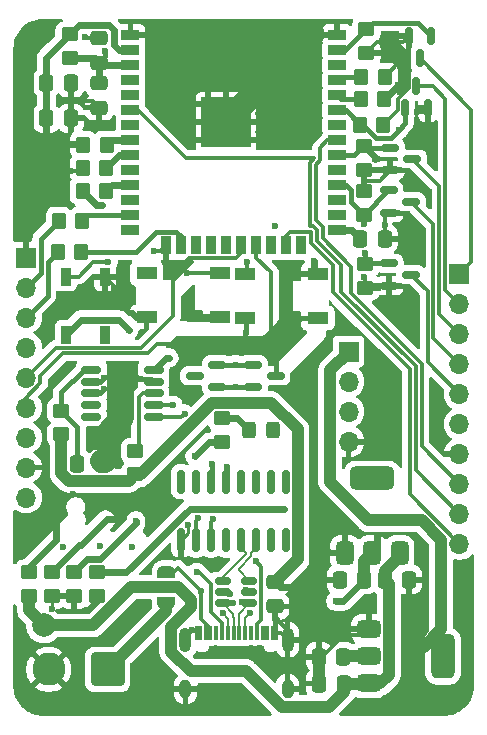
<source format=gbr>
%TF.GenerationSoftware,KiCad,Pcbnew,9.0.0*%
%TF.CreationDate,2025-04-10T21:45:59-06:00*%
%TF.ProjectId,esp32,65737033-322e-46b6-9963-61645f706362,rev?*%
%TF.SameCoordinates,Original*%
%TF.FileFunction,Copper,L1,Top*%
%TF.FilePolarity,Positive*%
%FSLAX46Y46*%
G04 Gerber Fmt 4.6, Leading zero omitted, Abs format (unit mm)*
G04 Created by KiCad (PCBNEW 9.0.0) date 2025-04-10 21:45:59*
%MOMM*%
%LPD*%
G01*
G04 APERTURE LIST*
G04 Aperture macros list*
%AMRoundRect*
0 Rectangle with rounded corners*
0 $1 Rounding radius*
0 $2 $3 $4 $5 $6 $7 $8 $9 X,Y pos of 4 corners*
0 Add a 4 corners polygon primitive as box body*
4,1,4,$2,$3,$4,$5,$6,$7,$8,$9,$2,$3,0*
0 Add four circle primitives for the rounded corners*
1,1,$1+$1,$2,$3*
1,1,$1+$1,$4,$5*
1,1,$1+$1,$6,$7*
1,1,$1+$1,$8,$9*
0 Add four rect primitives between the rounded corners*
20,1,$1+$1,$2,$3,$4,$5,0*
20,1,$1+$1,$4,$5,$6,$7,0*
20,1,$1+$1,$6,$7,$8,$9,0*
20,1,$1+$1,$8,$9,$2,$3,0*%
%AMFreePoly0*
4,1,23,0.550000,-0.750000,0.000000,-0.750000,0.000000,-0.745722,-0.065263,-0.745722,-0.191342,-0.711940,-0.304381,-0.646677,-0.396677,-0.554381,-0.461940,-0.441342,-0.495722,-0.315263,-0.495722,-0.250000,-0.500000,-0.250000,-0.500000,0.250000,-0.495722,0.250000,-0.495722,0.315263,-0.461940,0.441342,-0.396677,0.554381,-0.304381,0.646677,-0.191342,0.711940,-0.065263,0.745722,0.000000,0.745722,
0.000000,0.750000,0.550000,0.750000,0.550000,-0.750000,0.550000,-0.750000,$1*%
%AMFreePoly1*
4,1,23,0.000000,0.745722,0.065263,0.745722,0.191342,0.711940,0.304381,0.646677,0.396677,0.554381,0.461940,0.441342,0.495722,0.315263,0.495722,0.250000,0.500000,0.250000,0.500000,-0.250000,0.495722,-0.250000,0.495722,-0.315263,0.461940,-0.441342,0.396677,-0.554381,0.304381,-0.646677,0.191342,-0.711940,0.065263,-0.745722,0.000000,-0.745722,0.000000,-0.750000,-0.550000,-0.750000,
-0.550000,0.750000,0.000000,0.750000,0.000000,0.745722,0.000000,0.745722,$1*%
G04 Aperture macros list end*
%TA.AperFunction,SMDPad,CuDef*%
%ADD10RoundRect,0.150000X-0.512500X-0.150000X0.512500X-0.150000X0.512500X0.150000X-0.512500X0.150000X0*%
%TD*%
%TA.AperFunction,SMDPad,CuDef*%
%ADD11RoundRect,0.150000X0.150000X-0.825000X0.150000X0.825000X-0.150000X0.825000X-0.150000X-0.825000X0*%
%TD*%
%TA.AperFunction,SMDPad,CuDef*%
%ADD12FreePoly0,270.000000*%
%TD*%
%TA.AperFunction,SMDPad,CuDef*%
%ADD13R,1.500000X1.000000*%
%TD*%
%TA.AperFunction,SMDPad,CuDef*%
%ADD14FreePoly1,270.000000*%
%TD*%
%TA.AperFunction,SMDPad,CuDef*%
%ADD15RoundRect,0.250000X-0.450000X0.350000X-0.450000X-0.350000X0.450000X-0.350000X0.450000X0.350000X0*%
%TD*%
%TA.AperFunction,SMDPad,CuDef*%
%ADD16RoundRect,0.150000X-0.587500X-0.150000X0.587500X-0.150000X0.587500X0.150000X-0.587500X0.150000X0*%
%TD*%
%TA.AperFunction,SMDPad,CuDef*%
%ADD17RoundRect,0.150000X0.150000X-0.587500X0.150000X0.587500X-0.150000X0.587500X-0.150000X-0.587500X0*%
%TD*%
%TA.AperFunction,SMDPad,CuDef*%
%ADD18R,1.800000X1.100000*%
%TD*%
%TA.AperFunction,SMDPad,CuDef*%
%ADD19RoundRect,0.250000X-0.350000X-0.450000X0.350000X-0.450000X0.350000X0.450000X-0.350000X0.450000X0*%
%TD*%
%TA.AperFunction,SMDPad,CuDef*%
%ADD20RoundRect,0.250000X0.450000X-0.350000X0.450000X0.350000X-0.450000X0.350000X-0.450000X-0.350000X0*%
%TD*%
%TA.AperFunction,ComponentPad*%
%ADD21R,1.700000X1.700000*%
%TD*%
%TA.AperFunction,ComponentPad*%
%ADD22O,1.700000X1.700000*%
%TD*%
%TA.AperFunction,SMDPad,CuDef*%
%ADD23RoundRect,0.250000X-0.337500X-0.475000X0.337500X-0.475000X0.337500X0.475000X-0.337500X0.475000X0*%
%TD*%
%TA.AperFunction,SMDPad,CuDef*%
%ADD24R,0.300000X1.150000*%
%TD*%
%TA.AperFunction,HeatsinkPad*%
%ADD25O,1.000000X2.100000*%
%TD*%
%TA.AperFunction,HeatsinkPad*%
%ADD26O,1.000000X1.600000*%
%TD*%
%TA.AperFunction,SMDPad,CuDef*%
%ADD27RoundRect,0.250000X0.350000X0.450000X-0.350000X0.450000X-0.350000X-0.450000X0.350000X-0.450000X0*%
%TD*%
%TA.AperFunction,SMDPad,CuDef*%
%ADD28RoundRect,0.090000X0.360000X-0.660000X0.360000X0.660000X-0.360000X0.660000X-0.360000X-0.660000X0*%
%TD*%
%TA.AperFunction,SMDPad,CuDef*%
%ADD29RoundRect,0.250000X-0.475000X0.337500X-0.475000X-0.337500X0.475000X-0.337500X0.475000X0.337500X0*%
%TD*%
%TA.AperFunction,SMDPad,CuDef*%
%ADD30RoundRect,0.250000X0.475000X-0.337500X0.475000X0.337500X-0.475000X0.337500X-0.475000X-0.337500X0*%
%TD*%
%TA.AperFunction,SMDPad,CuDef*%
%ADD31RoundRect,0.150000X-0.687500X-0.150000X0.687500X-0.150000X0.687500X0.150000X-0.687500X0.150000X0*%
%TD*%
%TA.AperFunction,HeatsinkPad*%
%ADD32R,2.100000X3.300000*%
%TD*%
%TA.AperFunction,SMDPad,CuDef*%
%ADD33RoundRect,0.150000X-0.150000X0.587500X-0.150000X-0.587500X0.150000X-0.587500X0.150000X0.587500X0*%
%TD*%
%TA.AperFunction,SMDPad,CuDef*%
%ADD34RoundRect,0.375000X-0.625000X-0.375000X0.625000X-0.375000X0.625000X0.375000X-0.625000X0.375000X0*%
%TD*%
%TA.AperFunction,SMDPad,CuDef*%
%ADD35RoundRect,0.500000X-0.500000X-1.400000X0.500000X-1.400000X0.500000X1.400000X-0.500000X1.400000X0*%
%TD*%
%TA.AperFunction,SMDPad,CuDef*%
%ADD36RoundRect,0.150000X0.587500X0.150000X-0.587500X0.150000X-0.587500X-0.150000X0.587500X-0.150000X0*%
%TD*%
%TA.AperFunction,SMDPad,CuDef*%
%ADD37RoundRect,0.375000X0.375000X-0.625000X0.375000X0.625000X-0.375000X0.625000X-0.375000X-0.625000X0*%
%TD*%
%TA.AperFunction,SMDPad,CuDef*%
%ADD38RoundRect,0.500000X1.400000X-0.500000X1.400000X0.500000X-1.400000X0.500000X-1.400000X-0.500000X0*%
%TD*%
%TA.AperFunction,SMDPad,CuDef*%
%ADD39RoundRect,0.250000X0.337500X0.475000X-0.337500X0.475000X-0.337500X-0.475000X0.337500X-0.475000X0*%
%TD*%
%TA.AperFunction,ComponentPad*%
%ADD40RoundRect,0.250001X1.149999X1.149999X-1.149999X1.149999X-1.149999X-1.149999X1.149999X-1.149999X0*%
%TD*%
%TA.AperFunction,ComponentPad*%
%ADD41C,2.800000*%
%TD*%
%TA.AperFunction,SMDPad,CuDef*%
%ADD42RoundRect,0.250000X-0.325000X-0.450000X0.325000X-0.450000X0.325000X0.450000X-0.325000X0.450000X0*%
%TD*%
%TA.AperFunction,SMDPad,CuDef*%
%ADD43R,1.500000X0.900000*%
%TD*%
%TA.AperFunction,SMDPad,CuDef*%
%ADD44R,0.900000X1.500000*%
%TD*%
%TA.AperFunction,SMDPad,CuDef*%
%ADD45R,1.050000X1.050000*%
%TD*%
%TA.AperFunction,HeatsinkPad*%
%ADD46C,0.600000*%
%TD*%
%TA.AperFunction,HeatsinkPad*%
%ADD47R,4.200000X4.200000*%
%TD*%
%TA.AperFunction,ViaPad*%
%ADD48C,0.600000*%
%TD*%
%TA.AperFunction,ViaPad*%
%ADD49C,2.000000*%
%TD*%
%TA.AperFunction,Conductor*%
%ADD50C,0.600000*%
%TD*%
%TA.AperFunction,Conductor*%
%ADD51C,0.250000*%
%TD*%
%TA.AperFunction,Conductor*%
%ADD52C,0.400000*%
%TD*%
%TA.AperFunction,Conductor*%
%ADD53C,0.200000*%
%TD*%
%TA.AperFunction,Conductor*%
%ADD54C,0.300000*%
%TD*%
%TA.AperFunction,Conductor*%
%ADD55C,1.000000*%
%TD*%
%TA.AperFunction,Conductor*%
%ADD56C,2.000000*%
%TD*%
G04 APERTURE END LIST*
D10*
%TO.P,U5,1,I/O1*%
%TO.N,D+*%
X75412500Y-113420000D03*
%TO.P,U5,2,GND*%
%TO.N,GND*%
X75412500Y-114370000D03*
%TO.P,U5,3,I/O2*%
%TO.N,USB_D+*%
X75412500Y-115320000D03*
%TO.P,U5,4,I/O2*%
%TO.N,USB_D-*%
X77687500Y-115320000D03*
%TO.P,U5,5,VBUS*%
%TO.N,VBUS*%
X77687500Y-114370000D03*
%TO.P,U5,6,I/O1*%
%TO.N,D-*%
X77687500Y-113420000D03*
%TD*%
D11*
%TO.P,U4,1,GND*%
%TO.N,GND*%
X71880000Y-109955000D03*
%TO.P,U4,2,RXD*%
%TO.N,RXD*%
X73150000Y-109955000D03*
%TO.P,U4,3,TXD*%
%TO.N,TXD*%
X74420000Y-109955000D03*
%TO.P,U4,4,V3*%
%TO.N,unconnected-(U3-V3-Pad4)*%
X75690000Y-109955000D03*
%TO.P,U4,5,UD+*%
%TO.N,D+*%
X76960000Y-109955000D03*
%TO.P,U4,6,UD-*%
%TO.N,D-*%
X78230000Y-109955000D03*
%TO.P,U4,7,XI*%
%TO.N,unconnected-(U3-XI-Pad7)*%
X79500000Y-109955000D03*
%TO.P,U4,8,XO*%
%TO.N,unconnected-(U3-XO-Pad8)*%
X80770000Y-109955000D03*
%TO.P,U4,9,~{CTS}*%
%TO.N,unconnected-(U3-~{CTS}-Pad9)*%
X80770000Y-105005000D03*
%TO.P,U4,10,~{DSR}*%
%TO.N,unconnected-(U3-~{DSR}-Pad10)*%
X79500000Y-105005000D03*
%TO.P,U4,11,~{RI}*%
%TO.N,unconnected-(U3-~{RI}-Pad11)*%
X78230000Y-105005000D03*
%TO.P,U4,12,~{DCD}*%
%TO.N,unconnected-(U3-~{DCD}-Pad12)*%
X76960000Y-105005000D03*
%TO.P,U4,13,~{DTR}*%
%TO.N,DTR*%
X75690000Y-105005000D03*
%TO.P,U4,14,~{RTS}*%
%TO.N,RTS*%
X74420000Y-105005000D03*
%TO.P,U4,15,R232*%
%TO.N,unconnected-(U3-R232-Pad15)*%
X73150000Y-105005000D03*
%TO.P,U4,16,VCC*%
%TO.N,VBUS*%
X71880000Y-105005000D03*
%TD*%
D12*
%TO.P,JP1,1,A*%
%TO.N,VBUS*%
X70655000Y-112640000D03*
D13*
%TO.P,JP1,2,C*%
%TO.N,VOUT*%
X70655000Y-113940000D03*
D14*
%TO.P,JP1,3,B*%
%TO.N,Net-(J2-Pin_1)*%
X70655000Y-115240000D03*
%TD*%
D15*
%TO.P,R15,1*%
%TO.N,CFG2*%
X60933333Y-112695000D03*
%TO.P,R15,2*%
%TO.N,GND*%
X60933333Y-114695000D03*
%TD*%
D16*
%TO.P,Q5,1,G*%
%TO.N,IO16*%
X89492500Y-86520000D03*
%TO.P,Q5,2,S*%
%TO.N,GND*%
X89492500Y-88420000D03*
%TO.P,Q5,3,D*%
%TO.N,WarmWhite_LED*%
X91367500Y-87470000D03*
%TD*%
D17*
%TO.P,Q4,1,G*%
%TO.N,IO21*%
X90880000Y-73392500D03*
%TO.P,Q4,2,S*%
%TO.N,GND*%
X92780000Y-73392500D03*
%TO.P,Q4,3,D*%
%TO.N,Green_LED*%
X91830000Y-71517500D03*
%TD*%
D18*
%TO.P,SW2,1,1*%
%TO.N,BOOT*%
X68974000Y-87365000D03*
X75174000Y-87365000D03*
%TO.P,SW2,2,2*%
%TO.N,GND*%
X68974000Y-91065000D03*
X75174000Y-91065000D03*
%TD*%
D19*
%TO.P,R1,1*%
%TO.N,Net-(J18-Pin_2)*%
X61540000Y-82915000D03*
%TO.P,R1,2*%
%TO.N,DIG2*%
X63540000Y-82915000D03*
%TD*%
D20*
%TO.P,R2,1*%
%TO.N,RESET*%
X62465000Y-69140000D03*
%TO.P,R2,2*%
%TO.N,+3V3*%
X62465000Y-67140000D03*
%TD*%
D21*
%TO.P,J2,1,Pin_1*%
%TO.N,Red_LED*%
X95470000Y-87420000D03*
D22*
%TO.P,J2,2,Pin_2*%
%TO.N,Green_LED*%
X95470000Y-89960000D03*
%TO.P,J2,3,Pin_3*%
%TO.N,Blue_LED*%
X95470000Y-92500000D03*
%TO.P,J2,4,Pin_4*%
%TO.N,CoolWhite_LED*%
X95470000Y-95040000D03*
%TO.P,J2,5,Pin_5*%
%TO.N,WarmWhite_LED*%
X95470000Y-97580000D03*
%TO.P,J2,6,Pin_6*%
%TO.N,VOUT*%
X95470000Y-100120000D03*
%TO.P,J2,7,Pin_7*%
%TO.N,GND*%
X95470000Y-102660000D03*
%TO.P,J2,8,Pin_8*%
%TO.N,IO19*%
X95470000Y-105200000D03*
%TO.P,J2,9,Pin_9*%
%TO.N,IO34*%
X95470000Y-107740000D03*
%TO.P,J2,10,Pin_10*%
%TO.N,IO15*%
X95470000Y-110280000D03*
%TD*%
D19*
%TO.P,R3,1*%
%TO.N,Net-(J18-Pin_3)*%
X61460000Y-85535000D03*
%TO.P,R3,2*%
%TO.N,DIG1*%
X63460000Y-85535000D03*
%TD*%
D23*
%TO.P,C8,1*%
%TO.N,VOUT*%
X89122500Y-113310000D03*
%TO.P,C8,2*%
%TO.N,GND*%
X91197500Y-113310000D03*
%TD*%
D24*
%TO.P,J4,A1,GND*%
%TO.N,GND*%
X73240000Y-117815000D03*
%TO.P,J4,A4,VBUS*%
%TO.N,VBUS*%
X74040000Y-117815000D03*
%TO.P,J4,A5,CC1*%
%TO.N,CC1*%
X75340000Y-117815000D03*
%TO.P,J4,A6,D+*%
%TO.N,USB_D+*%
X76340000Y-117815000D03*
%TO.P,J4,A7,D-*%
%TO.N,USB_D-*%
X76840000Y-117815000D03*
%TO.P,J4,A8,SBU1*%
%TO.N,GND*%
X77840000Y-117815000D03*
%TO.P,J4,A9,VBUS*%
%TO.N,VBUS*%
X79140000Y-117815000D03*
%TO.P,J4,A12,GND*%
%TO.N,GND*%
X79940000Y-117815000D03*
%TO.P,J4,B1,GND*%
X79640000Y-117815000D03*
%TO.P,J4,B4,VBUS*%
%TO.N,VBUS*%
X78840000Y-117815000D03*
%TO.P,J4,B5,CC2*%
%TO.N,CC2*%
X78340000Y-117815000D03*
%TO.P,J4,B6,D+*%
%TO.N,USB_D+*%
X77340000Y-117815000D03*
%TO.P,J4,B7,D-*%
%TO.N,USB_D-*%
X75840000Y-117815000D03*
%TO.P,J4,B8,SBU2*%
%TO.N,GND*%
X74840000Y-117815000D03*
%TO.P,J4,B9,VBUS*%
%TO.N,VBUS*%
X74340000Y-117815000D03*
%TO.P,J4,B12,GND*%
%TO.N,GND*%
X73540000Y-117815000D03*
D25*
%TO.P,J4,S1,SHIELD*%
X72270000Y-118380000D03*
D26*
X72270000Y-122560000D03*
D25*
X80910000Y-118380000D03*
D26*
X80910000Y-122560000D03*
%TD*%
D16*
%TO.P,Q2,1,G*%
%TO.N,IO18*%
X89612500Y-76740000D03*
%TO.P,Q2,2,S*%
%TO.N,GND*%
X89612500Y-78640000D03*
%TO.P,Q2,3,D*%
%TO.N,Blue_LED*%
X91487500Y-77690000D03*
%TD*%
D19*
%TO.P,R10,1*%
%TO.N,Net-(JP2-A)*%
X63595000Y-76487500D03*
%TO.P,R10,2*%
%TO.N,IO32*%
X65595000Y-76487500D03*
%TD*%
%TO.P,R11,1*%
%TO.N,IO26*%
X63560000Y-80400000D03*
%TO.P,R11,2*%
X65560000Y-80400000D03*
%TD*%
D27*
%TO.P,R12,1*%
%TO.N,RXD*%
X89105000Y-72625000D03*
%TO.P,R12,2*%
%TO.N,Net-(U1-RXD0{slash}IO3)*%
X87105000Y-72625000D03*
%TD*%
D28*
%TO.P,D1,1,VDD*%
%TO.N,+5V*%
X62155000Y-92550000D03*
%TO.P,D1,2,DOUT*%
%TO.N,unconnected-(D2-DOUT-Pad2)*%
X65455000Y-92550000D03*
%TO.P,D1,3,VSS*%
%TO.N,GND*%
X65455000Y-87650000D03*
%TO.P,D1,4,DIN*%
%TO.N,IO2*%
X62155000Y-87650000D03*
%TD*%
D18*
%TO.P,SW1,1,1*%
%TO.N,GND*%
X77288000Y-87445000D03*
X83488000Y-87445000D03*
%TO.P,SW1,2,2*%
%TO.N,RESET*%
X77288000Y-91145000D03*
X83488000Y-91145000D03*
%TD*%
D21*
%TO.P,J1,1,Pin_1*%
%TO.N,GND*%
X58765000Y-86030000D03*
D22*
%TO.P,J1,2,Pin_2*%
%TO.N,Net-(J18-Pin_2)*%
X58765000Y-88570000D03*
%TO.P,J1,3,Pin_3*%
%TO.N,Net-(J18-Pin_3)*%
X58765000Y-91110000D03*
%TO.P,J1,4,Pin_4*%
%TO.N,+3V3*%
X58765000Y-93650000D03*
%TO.P,J1,5,Pin_5*%
%TO.N,SCK*%
X58765000Y-96190000D03*
%TO.P,J1,6,Pin_6*%
%TO.N,SD0*%
X58765000Y-98730000D03*
%TO.P,J1,7,Pin_7*%
%TO.N,IO4*%
X58765000Y-101270000D03*
%TO.P,J1,8,Pin_8*%
%TO.N,GND*%
X58765000Y-103810000D03*
%TO.P,J1,9,Pin_9*%
%TO.N,VOUT*%
X58765000Y-106350000D03*
%TD*%
D15*
%TO.P,R18,1*%
%TO.N,Net-(D1-K)*%
X75385000Y-99650000D03*
%TO.P,R18,2*%
%TO.N,+5V*%
X75385000Y-101650000D03*
%TD*%
D20*
%TO.P,R13,1*%
%TO.N,GND*%
X87500000Y-88600000D03*
%TO.P,R13,2*%
%TO.N,IO16*%
X87500000Y-86600000D03*
%TD*%
D29*
%TO.P,C10,1*%
%TO.N,VBUS*%
X79845000Y-113502500D03*
%TO.P,C10,2*%
%TO.N,GND*%
X79845000Y-115577500D03*
%TD*%
D23*
%TO.P,C2,1*%
%TO.N,+3V3*%
X60502500Y-71245000D03*
%TO.P,C2,2*%
%TO.N,GND*%
X62577500Y-71245000D03*
%TD*%
D27*
%TO.P,R7,1*%
%TO.N,TXD*%
X89135000Y-70720000D03*
%TO.P,R7,2*%
%TO.N,Net-(U1-TXD0{slash}IO1)*%
X87135000Y-70720000D03*
%TD*%
D23*
%TO.P,C6,1*%
%TO.N,Net-(U4-VDD)*%
X63122500Y-103505000D03*
%TO.P,C6,2*%
%TO.N,GND*%
X65197500Y-103505000D03*
%TD*%
%TO.P,C1,1*%
%TO.N,+3V3*%
X60502500Y-74255000D03*
%TO.P,C1,2*%
%TO.N,GND*%
X62577500Y-74255000D03*
%TD*%
D30*
%TO.P,C4,1*%
%TO.N,RESET*%
X64965000Y-69527500D03*
%TO.P,C4,2*%
%TO.N,GND*%
X64965000Y-67452500D03*
%TD*%
D15*
%TO.P,R16,1*%
%TO.N,CFG3*%
X62851667Y-112695000D03*
%TO.P,R16,2*%
%TO.N,GND*%
X62851667Y-114695000D03*
%TD*%
D31*
%TO.P,U2,1,VDD*%
%TO.N,Net-(U4-VDD)*%
X64297500Y-95535000D03*
%TO.P,U2,2,CFG2*%
%TO.N,CFG2*%
X64297500Y-96535000D03*
%TO.P,U2,3,CFG3*%
%TO.N,CFG3*%
X64297500Y-97535000D03*
%TO.P,U2,4,DP*%
%TO.N,unconnected-(U4-DP-Pad4)*%
X64297500Y-98535000D03*
%TO.P,U2,5,DM*%
%TO.N,unconnected-(U4-DM-Pad5)*%
X64297500Y-99535000D03*
%TO.P,U2,6,CC2*%
%TO.N,CC2*%
X69572500Y-99535000D03*
%TO.P,U2,7,CC1*%
%TO.N,CC1*%
X69572500Y-98535000D03*
%TO.P,U2,8,VBUS*%
%TO.N,Net-(U4-VBUS)*%
X69572500Y-97535000D03*
%TO.P,U2,9,CFG1*%
%TO.N,CFG1*%
X69572500Y-96535000D03*
%TO.P,U2,10,PG*%
%TO.N,Net-(D1-K)*%
X69572500Y-95535000D03*
D32*
%TO.P,U2,11,GND*%
%TO.N,GND*%
X66935000Y-97535000D03*
%TD*%
D33*
%TO.P,Q1,1,G*%
%TO.N,IO23*%
X93090000Y-67297500D03*
%TO.P,Q1,2,S*%
%TO.N,GND*%
X91190000Y-67297500D03*
%TO.P,Q1,3,D*%
%TO.N,Red_LED*%
X92140000Y-69172500D03*
%TD*%
D15*
%TO.P,R17,1*%
%TO.N,CFG1*%
X59015000Y-112695000D03*
%TO.P,R17,2*%
%TO.N,VOUT*%
X59015000Y-114695000D03*
%TD*%
D34*
%TO.P,U6,1,GND*%
%TO.N,GND*%
X87780000Y-117490000D03*
%TO.P,U6,2,VOUT*%
%TO.N,+3V3*%
X87780000Y-119790000D03*
%TO.P,U6,3,VIN*%
%TO.N,VOUT*%
X87780000Y-122090000D03*
D35*
%TO.P,U6,4,VOUT*%
%TO.N,+3V3*%
X94080000Y-119790000D03*
%TD*%
D36*
%TO.P,Q6,1,G*%
%TO.N,RTS*%
X74922500Y-97005000D03*
%TO.P,Q6,2,S*%
%TO.N,DTR*%
X74922500Y-95105000D03*
%TO.P,Q6,3,D*%
%TO.N,BOOT*%
X73047500Y-96055000D03*
%TD*%
D37*
%TO.P,U3,1,GND*%
%TO.N,GND*%
X85795000Y-111035000D03*
%TO.P,U3,2,VO*%
%TO.N,+5V*%
X88095000Y-111035000D03*
%TO.P,U3,3,VI*%
%TO.N,VOUT*%
X90395000Y-111035000D03*
D38*
%TO.P,U3,4*%
%TO.N,N/C*%
X88095000Y-104735000D03*
%TD*%
D27*
%TO.P,R5,1*%
%TO.N,GND*%
X89025000Y-74775000D03*
%TO.P,R5,2*%
%TO.N,IO21*%
X87025000Y-74775000D03*
%TD*%
D39*
%TO.P,C9,1*%
%TO.N,+3V3*%
X85617500Y-119820000D03*
%TO.P,C9,2*%
%TO.N,GND*%
X83542500Y-119820000D03*
%TD*%
D19*
%TO.P,R9,1*%
%TO.N,IO33*%
X63565000Y-78435000D03*
%TO.P,R9,2*%
X65565000Y-78435000D03*
%TD*%
D20*
%TO.P,R4,1*%
%TO.N,GND*%
X87585000Y-68720000D03*
%TO.P,R4,2*%
%TO.N,IO23*%
X87585000Y-66720000D03*
%TD*%
D39*
%TO.P,C11,1*%
%TO.N,VOUT*%
X85667500Y-122100000D03*
%TO.P,C11,2*%
%TO.N,GND*%
X83592500Y-122100000D03*
%TD*%
D15*
%TO.P,R14,1*%
%TO.N,Net-(U4-VDD)*%
X61770000Y-99000000D03*
%TO.P,R14,2*%
%TO.N,VBUS*%
X61770000Y-101000000D03*
%TD*%
D29*
%TO.P,C5,1*%
%TO.N,RESET*%
X64980000Y-71257500D03*
%TO.P,C5,2*%
%TO.N,GND*%
X64980000Y-73332500D03*
%TD*%
D39*
%TO.P,C7,1*%
%TO.N,+5V*%
X87417500Y-113310000D03*
%TO.P,C7,2*%
%TO.N,GND*%
X85342500Y-113310000D03*
%TD*%
D16*
%TO.P,Q3,1,G*%
%TO.N,IO17*%
X89487500Y-80350000D03*
%TO.P,Q3,2,S*%
%TO.N,GND*%
X89487500Y-82250000D03*
%TO.P,Q3,3,D*%
%TO.N,CoolWhite_LED*%
X91362500Y-81300000D03*
%TD*%
D20*
%TO.P,R8,1*%
%TO.N,GND*%
X87365000Y-78595000D03*
%TO.P,R8,2*%
%TO.N,IO18*%
X87365000Y-76595000D03*
%TD*%
D40*
%TO.P,J5,1,Pin_1*%
%TO.N,Net-(J2-Pin_1)*%
X65695000Y-120905000D03*
D41*
%TO.P,J5,2,Pin_2*%
%TO.N,GND*%
X60695000Y-120905000D03*
%TD*%
D42*
%TO.P,D2,1,K*%
%TO.N,Net-(D1-K)*%
X77615000Y-100610000D03*
%TO.P,D2,2,A*%
%TO.N,Net-(D1-A)*%
X79665000Y-100610000D03*
%TD*%
D15*
%TO.P,R19,1*%
%TO.N,Net-(D1-A)*%
X64770000Y-112695000D03*
%TO.P,R19,2*%
%TO.N,+5V*%
X64770000Y-114695000D03*
%TD*%
%TO.P,R6,1*%
%TO.N,GND*%
X87375000Y-80435000D03*
%TO.P,R6,2*%
%TO.N,IO17*%
X87375000Y-82435000D03*
%TD*%
D23*
%TO.P,C3,1*%
%TO.N,BOOT*%
X87067500Y-84450000D03*
%TO.P,C3,2*%
%TO.N,GND*%
X89142500Y-84450000D03*
%TD*%
D43*
%TO.P,U1,1,GND*%
%TO.N,GND*%
X67615000Y-67220000D03*
%TO.P,U1,2,VDD*%
%TO.N,+3V3*%
X67615000Y-68490000D03*
%TO.P,U1,3,EN*%
%TO.N,RESET*%
X67615000Y-69760000D03*
%TO.P,U1,4,SENSOR_VP*%
%TO.N,unconnected-(U1-SENSOR_VP-Pad4)*%
X67615000Y-71030000D03*
%TO.P,U1,5,SENSOR_VN*%
%TO.N,unconnected-(U1-SENSOR_VN-Pad5)*%
X67615000Y-72300000D03*
%TO.P,U1,6,IO34*%
%TO.N,IO34*%
X67615000Y-73570000D03*
%TO.P,U1,7,IO35*%
%TO.N,unconnected-(U1-IO35-Pad7)*%
X67615000Y-74840000D03*
%TO.P,U1,8,IO32*%
%TO.N,IO32*%
X67615000Y-76110000D03*
%TO.P,U1,9,IO33*%
%TO.N,IO33*%
X67615000Y-77380000D03*
%TO.P,U1,10,IO25*%
%TO.N,unconnected-(U1-IO25-Pad10)*%
X67615000Y-78650000D03*
%TO.P,U1,11,IO26*%
%TO.N,IO26*%
X67615000Y-79920000D03*
%TO.P,U1,12,IO27*%
%TO.N,unconnected-(U1-IO27-Pad12)*%
X67615000Y-81190000D03*
%TO.P,U1,13,IO14*%
%TO.N,DIG2*%
X67615000Y-82460000D03*
%TO.P,U1,14,IO12*%
%TO.N,unconnected-(U1-IO12-Pad14)*%
X67615000Y-83730000D03*
D44*
%TO.P,U1,15,GND*%
%TO.N,GND*%
X70655000Y-84980000D03*
%TO.P,U1,16,IO13*%
%TO.N,DIG1*%
X71925000Y-84980000D03*
%TO.P,U1,17,SHD/SD2*%
%TO.N,unconnected-(U1-SHD{slash}SD2-Pad17)*%
X73195000Y-84980000D03*
%TO.P,U1,18,SWP/SD3*%
%TO.N,unconnected-(U1-SWP{slash}SD3-Pad18)*%
X74465000Y-84980000D03*
%TO.P,U1,19,SCS/CMD*%
%TO.N,unconnected-(U1-SCS{slash}CMD-Pad19)*%
X75735000Y-84980000D03*
%TO.P,U1,20,SCK/CLK*%
%TO.N,SCK*%
X77005000Y-84980000D03*
%TO.P,U1,21,SDO/SD0*%
%TO.N,SD0*%
X78275000Y-84980000D03*
%TO.P,U1,22,SDI/SD1*%
%TO.N,unconnected-(U1-SDI{slash}SD1-Pad22)*%
X79545000Y-84980000D03*
%TO.P,U1,23,IO15*%
%TO.N,IO15*%
X80815000Y-84980000D03*
%TO.P,U1,24,IO2*%
%TO.N,IO2*%
X82085000Y-84980000D03*
D43*
%TO.P,U1,25,IO0*%
%TO.N,BOOT*%
X85115000Y-83730000D03*
%TO.P,U1,26,IO4*%
%TO.N,IO4*%
X85115000Y-82460000D03*
%TO.P,U1,27,IO16*%
%TO.N,IO16*%
X85115000Y-81190000D03*
%TO.P,U1,28,IO17*%
%TO.N,IO17*%
X85115000Y-79920000D03*
%TO.P,U1,29,IO5*%
%TO.N,unconnected-(U1-IO5-Pad29)*%
X85115000Y-78650000D03*
%TO.P,U1,30,IO18*%
%TO.N,IO18*%
X85115000Y-77380000D03*
%TO.P,U1,31,IO19*%
%TO.N,IO19*%
X85115000Y-76110000D03*
%TO.P,U1,32,NC*%
%TO.N,unconnected-(U1-NC-Pad32)*%
X85115000Y-74840000D03*
%TO.P,U1,33,IO21*%
%TO.N,IO21*%
X85115000Y-73570000D03*
%TO.P,U1,34,RXD0/IO3*%
%TO.N,Net-(U1-RXD0{slash}IO3)*%
X85115000Y-72300000D03*
%TO.P,U1,35,TXD0/IO1*%
%TO.N,Net-(U1-TXD0{slash}IO1)*%
X85115000Y-71030000D03*
%TO.P,U1,36,IO22*%
%TO.N,unconnected-(U1-IO22-Pad36)*%
X85115000Y-69760000D03*
%TO.P,U1,37,IO23*%
%TO.N,IO23*%
X85115000Y-68490000D03*
%TO.P,U1,38,GND*%
%TO.N,GND*%
X85115000Y-67220000D03*
D45*
%TO.P,U1,39,GND*%
X74160000Y-73035000D03*
D46*
X74160000Y-73797500D03*
D45*
X74160000Y-74560000D03*
D46*
X74160000Y-75322500D03*
D45*
X74160000Y-76085000D03*
D46*
X74922500Y-73035000D03*
X74922500Y-74560000D03*
X74922500Y-76085000D03*
D45*
X75685000Y-73035000D03*
D46*
X75685000Y-73797500D03*
D45*
X75685000Y-74560000D03*
D47*
X75685000Y-74560000D03*
D46*
X75685000Y-75322500D03*
D45*
X75685000Y-76085000D03*
D46*
X76447500Y-73035000D03*
X76447500Y-74560000D03*
X76447500Y-76085000D03*
D45*
X77210000Y-73035000D03*
D46*
X77210000Y-73797500D03*
D45*
X77210000Y-74560000D03*
D46*
X77210000Y-75322500D03*
D45*
X77210000Y-76085000D03*
%TD*%
D20*
%TO.P,R20,1*%
%TO.N,VBUS*%
X68015000Y-104400000D03*
%TO.P,R20,2*%
%TO.N,Net-(U4-VBUS)*%
X68015000Y-102400000D03*
%TD*%
D16*
%TO.P,Q7,1,G*%
%TO.N,DTR*%
X78022500Y-95095000D03*
%TO.P,Q7,2,S*%
%TO.N,RTS*%
X78022500Y-96995000D03*
%TO.P,Q7,3,D*%
%TO.N,RESET*%
X79897500Y-96045000D03*
%TD*%
D21*
%TO.P,J3,1,Pin_1*%
%TO.N,+3V3*%
X86075000Y-93995000D03*
D22*
%TO.P,J3,2,Pin_2*%
%TO.N,TXD*%
X86075000Y-96535000D03*
%TO.P,J3,3,Pin_3*%
%TO.N,RXD*%
X86075000Y-99075000D03*
%TO.P,J3,4,Pin_4*%
%TO.N,GND*%
X86075000Y-101615000D03*
%TD*%
D48*
%TO.N,VBUS*%
X78604000Y-119131000D03*
%TO.N,GND*%
X91890000Y-73705000D03*
%TO.N,IO33*%
X62600000Y-78720000D03*
%TO.N,BOOT*%
X72395000Y-87365000D03*
%TO.N,RXD*%
X90225000Y-71460000D03*
%TO.N,+5V*%
X84997893Y-115127893D03*
%TO.N,TXD*%
X90215000Y-69515000D03*
X74604997Y-108205209D03*
%TO.N,GND*%
X68930000Y-67180000D03*
X69575000Y-85520000D03*
X62855000Y-115770000D03*
X76030735Y-114519265D03*
X85655000Y-118025000D03*
X84420000Y-110995000D03*
X89155000Y-83255000D03*
X91197500Y-113310000D03*
X72835000Y-117563899D03*
X60975000Y-115780000D03*
X61883186Y-110508186D03*
X87375000Y-79530000D03*
X62520000Y-72755000D03*
X65810000Y-101985000D03*
X66210000Y-88735000D03*
X67720000Y-90695000D03*
X82835000Y-67265000D03*
X90100000Y-67810000D03*
X89545000Y-89165000D03*
X72515000Y-91160000D03*
X83140000Y-86360000D03*
X84070000Y-113225000D03*
X80045000Y-116720000D03*
X87405000Y-87700000D03*
X66935000Y-97535000D03*
X77500000Y-86425000D03*
X72465000Y-108715000D03*
X63755000Y-67365000D03*
%TO.N,+3V3*%
X60490000Y-75705000D03*
X92450000Y-118975000D03*
X86485000Y-119790000D03*
X84524000Y-105043844D03*
D49*
%TO.N,VOUT*%
X60285000Y-117185000D03*
D48*
%TO.N,+5V*%
X64060000Y-115835000D03*
X67485829Y-92184171D03*
X73065001Y-102845001D03*
X88481814Y-109588186D03*
%TO.N,Net-(D1-A)*%
X79665000Y-100610000D03*
X80630000Y-107315000D03*
%TO.N,Net-(D1-K)*%
X75395000Y-99650000D03*
X70880000Y-94525000D03*
%TO.N,DTR*%
X76540000Y-95095000D03*
X75795355Y-103779595D03*
%TO.N,RTS*%
X76575000Y-97005000D03*
X74510000Y-103545000D03*
%TO.N,VBUS*%
X81185000Y-113965000D03*
X77428527Y-114220000D03*
X73610000Y-114295000D03*
%TO.N,USB_D-*%
X75408972Y-116165000D03*
X77054294Y-115158725D03*
%TO.N,USB_D+*%
X76270000Y-115316471D03*
X77747553Y-116122553D03*
%TO.N,CC2*%
X78252577Y-111748984D03*
X72201971Y-99266971D03*
%TO.N,CC1*%
X73215000Y-112680000D03*
X71230000Y-98545000D03*
%TO.N,Net-(JP2-A)*%
X62465000Y-76385000D03*
X65038207Y-110433207D03*
%TO.N,RESET*%
X77435000Y-92385000D03*
X65491974Y-68539252D03*
X79940000Y-93195000D03*
%TO.N,BOOT*%
X70610000Y-87365000D03*
X79825000Y-83355000D03*
X73047500Y-96055000D03*
X87067500Y-84450000D03*
%TO.N,IO2*%
X65725000Y-86400000D03*
X82085000Y-84980000D03*
%TO.N,IO4*%
X85115000Y-82460000D03*
%TO.N,CFG1*%
X68485002Y-96335000D03*
X61299000Y-108385000D03*
%TO.N,IO33*%
X62750000Y-106035000D03*
%TO.N,CFG2*%
X65385000Y-96199125D03*
X66817498Y-108150000D03*
%TO.N,CFG3*%
X65385000Y-97199125D03*
X68067500Y-108310000D03*
%TO.N,IO26*%
X65196000Y-81565000D03*
X67760000Y-110550000D03*
%TO.N,IO23*%
X93090000Y-67297500D03*
%TO.N,IO21*%
X90331290Y-75196290D03*
%TO.N,IO18*%
X88301000Y-77660000D03*
%TO.N,IO17*%
X87395000Y-83225000D03*
%TO.N,IO16*%
X85115000Y-81190000D03*
X87501000Y-85669880D03*
%TO.N,RXD*%
X73363630Y-108114999D03*
%TO.N,+3V3*%
X92450000Y-118975000D03*
%TD*%
D50*
%TO.N,VBUS*%
X81185000Y-113965000D02*
X80307500Y-113965000D01*
X80307500Y-113965000D02*
X79845000Y-113502500D01*
D51*
%TO.N,GND*%
X72465000Y-108715000D02*
X72465000Y-109370000D01*
X72465000Y-109370000D02*
X71880000Y-109955000D01*
D52*
%TO.N,DTR*%
X75795355Y-103779595D02*
X75795355Y-104899645D01*
X75795355Y-104899645D02*
X75690000Y-105005000D01*
%TO.N,RTS*%
X74510000Y-103545000D02*
X74510000Y-104915000D01*
X74510000Y-104915000D02*
X74420000Y-105005000D01*
D50*
%TO.N,CFG2*%
X66817498Y-108150000D02*
X65600000Y-108150000D01*
X65600000Y-108150000D02*
X63404000Y-110346000D01*
X63404000Y-110346000D02*
X63282333Y-110346000D01*
X63282333Y-110346000D02*
X60933333Y-112695000D01*
%TO.N,CFG1*%
X61299000Y-108385000D02*
X61299000Y-109961000D01*
X59015000Y-112245000D02*
X59015000Y-112695000D01*
X61299000Y-109961000D02*
X59015000Y-112245000D01*
D51*
%TO.N,+5V*%
X64770000Y-114695000D02*
X64770000Y-115125000D01*
D50*
X64770000Y-115125000D02*
X64060000Y-115835000D01*
D51*
%TO.N,GND*%
X62851667Y-114695000D02*
X62851667Y-115766667D01*
X62851667Y-115766667D02*
X62855000Y-115770000D01*
X60933333Y-114695000D02*
X60933333Y-115738333D01*
X60933333Y-115738333D02*
X60975000Y-115780000D01*
X72835000Y-117563899D02*
X72988899Y-117563899D01*
X72988899Y-117563899D02*
X73240000Y-117815000D01*
X72270000Y-118380000D02*
X72270000Y-118128899D01*
X72270000Y-118128899D02*
X72835000Y-117563899D01*
D53*
%TO.N,USB_D+*%
X76270000Y-115316471D02*
X75416029Y-115316471D01*
X75416029Y-115316471D02*
X75412500Y-115320000D01*
D54*
%TO.N,GND*%
X79940000Y-117815000D02*
X80345000Y-117815000D01*
X80345000Y-117815000D02*
X80910000Y-118380000D01*
X80910000Y-118380000D02*
X80910000Y-117585000D01*
X80910000Y-117585000D02*
X80045000Y-116720000D01*
X79845000Y-115577500D02*
X79845000Y-116630000D01*
X79935000Y-116720000D02*
X79845000Y-116630000D01*
X80045000Y-116720000D02*
X79935000Y-116720000D01*
X79845000Y-116630000D02*
X79845000Y-117720000D01*
X79845000Y-117720000D02*
X79940000Y-117815000D01*
D55*
%TO.N,+3V3*%
X92450000Y-118975000D02*
X93919000Y-117506000D01*
X87759156Y-108279000D02*
X84524000Y-105043844D01*
X93919000Y-117506000D02*
X93919000Y-109932496D01*
X93919000Y-109932496D02*
X92265504Y-108279000D01*
X92265504Y-108279000D02*
X87759156Y-108279000D01*
%TO.N,GND*%
X83592500Y-122100000D02*
X83592500Y-119870000D01*
D54*
X83592500Y-119870000D02*
X83542500Y-119820000D01*
X83542500Y-119820000D02*
X83860000Y-119820000D01*
X83860000Y-119820000D02*
X85655000Y-118025000D01*
X85655000Y-118025000D02*
X87245000Y-118025000D01*
X87245000Y-118025000D02*
X87780000Y-117490000D01*
X84420000Y-110995000D02*
X85755000Y-110995000D01*
X85755000Y-110995000D02*
X85795000Y-111035000D01*
X84070000Y-113225000D02*
X85257500Y-113225000D01*
X85257500Y-113225000D02*
X85342500Y-113310000D01*
D50*
%TO.N,+5V*%
X88481814Y-109588186D02*
X88481814Y-110648186D01*
X88481814Y-110648186D02*
X88095000Y-111035000D01*
D54*
%TO.N,GND*%
X87500000Y-88600000D02*
X87500000Y-87795000D01*
X87500000Y-87795000D02*
X87405000Y-87700000D01*
X89545000Y-89165000D02*
X89545000Y-88472500D01*
X89545000Y-88472500D02*
X89492500Y-88420000D01*
D52*
%TO.N,IO16*%
X87501000Y-85669880D02*
X87501000Y-86599000D01*
X87501000Y-86599000D02*
X87500000Y-86600000D01*
D54*
%TO.N,GND*%
X87375000Y-79530000D02*
X88722500Y-79530000D01*
X88722500Y-79530000D02*
X89612500Y-78640000D01*
X89155000Y-83255000D02*
X89155000Y-84437500D01*
X89155000Y-84437500D02*
X89142500Y-84450000D01*
X89155000Y-83255000D02*
X89155000Y-82582500D01*
X89155000Y-82582500D02*
X89487500Y-82250000D01*
D52*
%TO.N,IO17*%
X87395000Y-82455000D02*
X86266000Y-81326000D01*
X86266000Y-81326000D02*
X86266000Y-80339000D01*
X86266000Y-80339000D02*
X85847000Y-79920000D01*
X85847000Y-79920000D02*
X85115000Y-79920000D01*
X87395000Y-83225000D02*
X87395000Y-82455000D01*
X87395000Y-82455000D02*
X87375000Y-82435000D01*
X89460000Y-80350000D02*
X87395000Y-82415000D01*
X87395000Y-82415000D02*
X87395000Y-83225000D01*
D54*
%TO.N,GND*%
X87375000Y-80435000D02*
X87375000Y-78605000D01*
X87375000Y-78605000D02*
X87365000Y-78595000D01*
D50*
%TO.N,IO18*%
X88301000Y-77660000D02*
X88301000Y-77531000D01*
X88301000Y-77531000D02*
X87365000Y-76595000D01*
D54*
%TO.N,TXD*%
X90215000Y-69515000D02*
X90215000Y-69640000D01*
X90215000Y-69640000D02*
X89135000Y-70720000D01*
D50*
%TO.N,RXD*%
X90225000Y-71460000D02*
X90225000Y-71505000D01*
X90225000Y-71505000D02*
X89105000Y-72625000D01*
D54*
%TO.N,GND*%
X90100000Y-67810000D02*
X91179000Y-68889000D01*
X91179000Y-68889000D02*
X91179000Y-71643322D01*
X91179000Y-71643322D02*
X90229000Y-72593322D01*
X90229000Y-72593322D02*
X90229000Y-73571000D01*
X90229000Y-73571000D02*
X89025000Y-74775000D01*
X91890000Y-73705000D02*
X92467500Y-73705000D01*
X92467500Y-73705000D02*
X92780000Y-73392500D01*
X90100000Y-67810000D02*
X90677500Y-67810000D01*
X90677500Y-67810000D02*
X91190000Y-67297500D01*
X90100000Y-67810000D02*
X88495000Y-67810000D01*
X88495000Y-67810000D02*
X87585000Y-68720000D01*
X85115000Y-67220000D02*
X82880000Y-67220000D01*
X82880000Y-67220000D02*
X82835000Y-67265000D01*
D56*
X83100000Y-67145000D02*
X75685000Y-74560000D01*
D52*
%TO.N,RESET*%
X65491974Y-68539252D02*
X65491974Y-69000526D01*
X65491974Y-69000526D02*
X64965000Y-69527500D01*
D54*
%TO.N,IO33*%
X62600000Y-78720000D02*
X63280000Y-78720000D01*
X63280000Y-78720000D02*
X63565000Y-78435000D01*
D50*
%TO.N,IO26*%
X65196000Y-81565000D02*
X64725000Y-81565000D01*
X64725000Y-81565000D02*
X63560000Y-80400000D01*
D56*
%TO.N,GND*%
X65810000Y-101985000D02*
X65810000Y-100774760D01*
X66935000Y-99649760D02*
X66935000Y-97535000D01*
X65810000Y-100774760D02*
X66935000Y-99649760D01*
X65810000Y-101985000D02*
X65810000Y-102892500D01*
X65810000Y-102892500D02*
X65472500Y-103230000D01*
X65472500Y-103230000D02*
X65197500Y-103230000D01*
D52*
%TO.N,CFG1*%
X68485002Y-96335000D02*
X69372500Y-96335000D01*
X69372500Y-96335000D02*
X69572500Y-96535000D01*
%TO.N,CFG3*%
X65385000Y-97199125D02*
X65049125Y-97535000D01*
X65049125Y-97535000D02*
X64297500Y-97535000D01*
%TO.N,CFG2*%
X65385000Y-96199125D02*
X65049125Y-96535000D01*
X65049125Y-96535000D02*
X64297500Y-96535000D01*
D54*
%TO.N,GND*%
X66210000Y-88735000D02*
X66210000Y-88405000D01*
X66210000Y-88405000D02*
X65455000Y-87650000D01*
%TO.N,BOOT*%
X75174000Y-87365000D02*
X72395000Y-87365000D01*
%TO.N,SCK*%
X58765000Y-96190000D02*
X61304000Y-93651000D01*
X61304000Y-93651000D02*
X68540000Y-93651000D01*
X68540000Y-93651000D02*
X71225000Y-90966000D01*
X71225000Y-90966000D02*
X71225000Y-87670654D01*
X71225000Y-87670654D02*
X71261000Y-87634654D01*
X71261000Y-87634654D02*
X71261000Y-87419000D01*
X71261000Y-87419000D02*
X72599000Y-86081000D01*
X77005000Y-85612000D02*
X77005000Y-84980000D01*
X72599000Y-86081000D02*
X76536000Y-86081000D01*
X76536000Y-86081000D02*
X77005000Y-85612000D01*
D50*
%TO.N,GND*%
X67720000Y-90695000D02*
X68090000Y-91065000D01*
X68090000Y-91065000D02*
X68974000Y-91065000D01*
X72515000Y-91160000D02*
X75079000Y-91160000D01*
X75079000Y-91160000D02*
X75174000Y-91065000D01*
D52*
%TO.N,RESET*%
X77435000Y-92385000D02*
X77435000Y-91292000D01*
X77435000Y-91292000D02*
X77288000Y-91145000D01*
D54*
%TO.N,SD0*%
X78275000Y-84980000D02*
X78275000Y-86030000D01*
X79539000Y-92306000D02*
X78485000Y-93360000D01*
X78275000Y-86030000D02*
X79539000Y-87294000D01*
X79539000Y-87294000D02*
X79539000Y-92306000D01*
X78485000Y-93360000D02*
X69895000Y-93360000D01*
X69895000Y-93360000D02*
X69103000Y-94152000D01*
X69103000Y-94152000D02*
X61878000Y-94152000D01*
X61878000Y-94152000D02*
X59966000Y-96064000D01*
X59966000Y-96064000D02*
X59966000Y-96687471D01*
X59966000Y-96687471D02*
X58765000Y-97888471D01*
X58765000Y-97888471D02*
X58765000Y-98730000D01*
D52*
%TO.N,RESET*%
X79940000Y-93195000D02*
X79980000Y-93195000D01*
X79980000Y-93195000D02*
X82030000Y-91145000D01*
X82030000Y-91145000D02*
X83488000Y-91145000D01*
X79940000Y-96002500D02*
X79897500Y-96045000D01*
X79940000Y-93195000D02*
X79940000Y-96002500D01*
D50*
%TO.N,GND*%
X83140000Y-86360000D02*
X83140000Y-87097000D01*
X83140000Y-87097000D02*
X83488000Y-87445000D01*
D54*
X77500000Y-86425000D02*
X77500000Y-87233000D01*
X77500000Y-87233000D02*
X77288000Y-87445000D01*
X69575000Y-85520000D02*
X70115000Y-85520000D01*
X70115000Y-85520000D02*
X70655000Y-84980000D01*
X67615000Y-67220000D02*
X68890000Y-67220000D01*
X68890000Y-67220000D02*
X68930000Y-67180000D01*
X64965000Y-67452500D02*
X63842500Y-67452500D01*
X63842500Y-67452500D02*
X63755000Y-67365000D01*
X62520000Y-72755000D02*
X64402500Y-72755000D01*
X64402500Y-72755000D02*
X64980000Y-73332500D01*
X62520000Y-72755000D02*
X62520000Y-71302500D01*
X62520000Y-71302500D02*
X62577500Y-71245000D01*
X62520000Y-72755000D02*
X62520000Y-74197500D01*
X62520000Y-74197500D02*
X62577500Y-74255000D01*
D50*
%TO.N,Net-(JP2-A)*%
X62465000Y-76385000D02*
X63492500Y-76385000D01*
X63492500Y-76385000D02*
X63595000Y-76487500D01*
%TO.N,+3V3*%
X60490000Y-75705000D02*
X60490000Y-74785000D01*
X60490000Y-74785000D02*
X60502500Y-74772500D01*
X60502500Y-74772500D02*
X60502500Y-71245000D01*
D54*
%TO.N,CC1*%
X73440000Y-112680000D02*
X74399000Y-113639000D01*
X73215000Y-112680000D02*
X73440000Y-112680000D01*
X74399000Y-113639000D02*
X74399000Y-116075682D01*
X75340000Y-117016682D02*
X75340000Y-117815000D01*
X74399000Y-116075682D02*
X75340000Y-117016682D01*
D50*
%TO.N,+5V*%
X84997893Y-115127893D02*
X85599607Y-115127893D01*
X85599607Y-115127893D02*
X87417500Y-113310000D01*
D54*
%TO.N,TXD*%
X74420000Y-108390206D02*
X74604997Y-108205209D01*
X74420000Y-109955000D02*
X74420000Y-108390206D01*
D50*
%TO.N,+3V3*%
X65758002Y-66364000D02*
X63241000Y-66364000D01*
X66191000Y-66796998D02*
X65758002Y-66364000D01*
D55*
X87780000Y-119790000D02*
X85647500Y-119790000D01*
D50*
X60502500Y-69102500D02*
X62465000Y-67140000D01*
X66191000Y-67998000D02*
X66191000Y-66796998D01*
X60502500Y-71245000D02*
X60502500Y-69102500D01*
X67615000Y-68490000D02*
X66683000Y-68490000D01*
X63241000Y-66364000D02*
X62465000Y-67140000D01*
D55*
X84524000Y-105043844D02*
X84524000Y-95546000D01*
D50*
X66683000Y-68490000D02*
X66191000Y-67998000D01*
D55*
X84524000Y-95546000D02*
X86075000Y-93995000D01*
%TO.N,VOUT*%
X85667500Y-122825000D02*
X85667500Y-122100000D01*
X72700530Y-121059000D02*
X77410530Y-121059000D01*
X72764966Y-115636564D02*
X71069000Y-117332530D01*
X85667500Y-122100000D02*
X87770000Y-122100000D01*
X71653436Y-113940000D02*
X72764966Y-115051530D01*
X89122500Y-112585000D02*
X89122500Y-113310000D01*
X59015000Y-114695000D02*
X59015000Y-115915000D01*
X70655000Y-113940000D02*
X71653436Y-113940000D01*
X60285000Y-117185000D02*
X64431844Y-117185000D01*
X88780000Y-122090000D02*
X87780000Y-122090000D01*
X59015000Y-115915000D02*
X60285000Y-117185000D01*
X71069000Y-117332530D02*
X71069000Y-119427470D01*
X67676844Y-113940000D02*
X70655000Y-113940000D01*
X72764966Y-115051530D02*
X72764966Y-115636564D01*
X77410530Y-121059000D02*
X80412530Y-124061000D01*
X89481000Y-113668500D02*
X89481000Y-121389000D01*
X80412530Y-124061000D02*
X84431500Y-124061000D01*
X89481000Y-121389000D02*
X88780000Y-122090000D01*
X64431844Y-117185000D02*
X67676844Y-113940000D01*
X90395000Y-111312500D02*
X89122500Y-112585000D01*
X71069000Y-119427470D02*
X72700530Y-121059000D01*
X84431500Y-124061000D02*
X85667500Y-122825000D01*
X89122500Y-113310000D02*
X89481000Y-113668500D01*
D50*
%TO.N,+5V*%
X67485829Y-92184171D02*
X66600658Y-91299000D01*
X74260001Y-101650000D02*
X73065001Y-102845001D01*
D55*
X88095000Y-111035000D02*
X87417500Y-111712500D01*
D50*
X75385000Y-101650000D02*
X74260001Y-101650000D01*
D55*
X87417500Y-111712500D02*
X87417500Y-113310000D01*
D50*
X63406000Y-91299000D02*
X62155000Y-92550000D01*
X66600658Y-91299000D02*
X63406000Y-91299000D01*
%TO.N,Net-(D1-A)*%
X64770000Y-112695000D02*
X67240190Y-112695000D01*
X72620190Y-107315000D02*
X80630000Y-107315000D01*
X67240190Y-112695000D02*
X72620190Y-107315000D01*
%TO.N,Net-(D1-K)*%
X70582500Y-94525000D02*
X69572500Y-95535000D01*
X76655000Y-99650000D02*
X77615000Y-100610000D01*
X75395000Y-99650000D02*
X76655000Y-99650000D01*
X70880000Y-94525000D02*
X70582500Y-94525000D01*
D52*
%TO.N,DTR*%
X76540000Y-95095000D02*
X74932500Y-95095000D01*
X78022500Y-95095000D02*
X76540000Y-95095000D01*
%TO.N,RTS*%
X76575000Y-97005000D02*
X78012500Y-97005000D01*
X74922500Y-97005000D02*
X76575000Y-97005000D01*
D55*
%TO.N,VBUS*%
X68015000Y-104400000D02*
X67484000Y-104931000D01*
X61770000Y-101000000D02*
X61770000Y-104316844D01*
X79845000Y-113502500D02*
X81771000Y-111576500D01*
D54*
X74040000Y-117090000D02*
X73615966Y-116665966D01*
X74340000Y-117390000D02*
X73615966Y-116665966D01*
X71320000Y-112640000D02*
X70655000Y-112640000D01*
D55*
X62384156Y-104931000D02*
X61770000Y-104316844D01*
X79530844Y-98349000D02*
X74534156Y-98349000D01*
X81771000Y-100589156D02*
X79530844Y-98349000D01*
X68483156Y-104400000D02*
X68015000Y-104400000D01*
X81771000Y-111576500D02*
X81771000Y-100589156D01*
D54*
X74040000Y-117815000D02*
X74040000Y-117090000D01*
D55*
X67484000Y-104931000D02*
X62384156Y-104931000D01*
D54*
X73615966Y-114255966D02*
X71660000Y-112300000D01*
X73615966Y-116665966D02*
X73615966Y-114255966D01*
X71660000Y-112300000D02*
X71320000Y-112640000D01*
D55*
X74534156Y-98349000D02*
X68483156Y-104400000D01*
D52*
%TO.N,Net-(U4-VDD)*%
X63122500Y-100352500D02*
X61770000Y-99000000D01*
X61770000Y-99000000D02*
X61770000Y-97441612D01*
X61770000Y-97441612D02*
X63676612Y-95535000D01*
X63122500Y-103505000D02*
X63122500Y-100352500D01*
D55*
%TO.N,Net-(J2-Pin_1)*%
X70655000Y-115240000D02*
X70655000Y-115945000D01*
X70655000Y-115945000D02*
X65695000Y-120905000D01*
D53*
%TO.N,D-*%
X76784099Y-112516599D02*
X77687500Y-113420000D01*
X77820000Y-111333198D02*
X76784099Y-112369099D01*
X76784099Y-112369099D02*
X76784099Y-112516599D01*
X77820000Y-111040000D02*
X77820000Y-111333198D01*
X78230000Y-110630000D02*
X77820000Y-111040000D01*
%TO.N,D+*%
X77370000Y-111040000D02*
X77370000Y-111146802D01*
X75412500Y-113104302D02*
X75412500Y-113420000D01*
X77370000Y-111146802D02*
X75412500Y-113104302D01*
X76960000Y-110630000D02*
X77370000Y-111040000D01*
D54*
%TO.N,Red_LED*%
X96475000Y-73507500D02*
X92140000Y-69172500D01*
X96475000Y-86415000D02*
X96475000Y-73507500D01*
X95470000Y-87420000D02*
X96475000Y-86415000D01*
%TO.N,Green_LED*%
X93217500Y-71517500D02*
X91830000Y-71517500D01*
X94269000Y-72569000D02*
X93217500Y-71517500D01*
X94269000Y-88759000D02*
X94269000Y-72569000D01*
X95470000Y-89960000D02*
X94269000Y-88759000D01*
%TO.N,Blue_LED*%
X93768000Y-90798000D02*
X93768000Y-79970500D01*
X95470000Y-92500000D02*
X93768000Y-90798000D01*
X93768000Y-79970500D02*
X91487500Y-77690000D01*
%TO.N,CoolWhite_LED*%
X93267000Y-92837000D02*
X93267000Y-83204500D01*
X95470000Y-95040000D02*
X93267000Y-92837000D01*
X93267000Y-83204500D02*
X91362500Y-81300000D01*
%TO.N,WarmWhite_LED*%
X92766000Y-88868500D02*
X91367500Y-87470000D01*
X95470000Y-97580000D02*
X92766000Y-94876000D01*
X92766000Y-94876000D02*
X92766000Y-88868500D01*
%TO.N,Net-(U4-VBUS)*%
X69572500Y-97535000D02*
X68655000Y-97535000D01*
X68655000Y-97535000D02*
X68336000Y-97854000D01*
X68336000Y-97854000D02*
X68336000Y-102079000D01*
D52*
%TO.N,Net-(J18-Pin_3)*%
X60617000Y-86378000D02*
X61460000Y-85535000D01*
X60617000Y-89258000D02*
X60617000Y-86378000D01*
X58765000Y-91110000D02*
X60617000Y-89258000D01*
D53*
%TO.N,USB_D-*%
X76840000Y-116505000D02*
X76840000Y-117815000D01*
X77687500Y-115320000D02*
X76775000Y-116232500D01*
X75840000Y-116596028D02*
X75408972Y-116165000D01*
X76775000Y-116232500D02*
X76775000Y-116440000D01*
X75840000Y-117815000D02*
X75840000Y-116596028D01*
X76775000Y-116440000D02*
X76840000Y-116505000D01*
%TO.N,USB_D+*%
X76340000Y-116455000D02*
X76340000Y-117815000D01*
X76325000Y-116232500D02*
X76325000Y-116440000D01*
X75412500Y-115320000D02*
X76325000Y-116232500D01*
X77340000Y-116530106D02*
X77747553Y-116122553D01*
X76325000Y-116440000D02*
X76340000Y-116455000D01*
X77340000Y-117815000D02*
X77340000Y-116530106D01*
D54*
%TO.N,CC2*%
X78340000Y-117815000D02*
X78340000Y-117065000D01*
X69572500Y-99535000D02*
X71933942Y-99535000D01*
X78340000Y-117065000D02*
X78701000Y-116704000D01*
X78701000Y-112197407D02*
X78252577Y-111748984D01*
X78701000Y-116704000D02*
X78701000Y-112197407D01*
X71933942Y-99535000D02*
X72201971Y-99266971D01*
%TO.N,CC1*%
X69572500Y-98535000D02*
X71220000Y-98535000D01*
X71220000Y-98535000D02*
X71230000Y-98545000D01*
D52*
%TO.N,Net-(J18-Pin_2)*%
X61540000Y-82915000D02*
X60016000Y-84439000D01*
X60016000Y-87319000D02*
X58765000Y-88570000D01*
X60016000Y-84439000D02*
X60016000Y-87319000D01*
%TO.N,DIG2*%
X63540000Y-82915000D02*
X63995000Y-82460000D01*
X63995000Y-82460000D02*
X67615000Y-82460000D01*
%TO.N,DIG1*%
X71506000Y-83829000D02*
X71925000Y-84248000D01*
X69804000Y-83829000D02*
X71506000Y-83829000D01*
X71925000Y-84248000D02*
X71925000Y-84980000D01*
X68098000Y-85535000D02*
X69804000Y-83829000D01*
X63460000Y-85535000D02*
X68098000Y-85535000D01*
%TO.N,Net-(U1-TXD0{slash}IO1)*%
X87135000Y-70720000D02*
X85425000Y-70720000D01*
X85425000Y-70720000D02*
X85115000Y-71030000D01*
%TO.N,Net-(U1-RXD0{slash}IO3)*%
X87105000Y-72625000D02*
X85440000Y-72625000D01*
X85440000Y-72625000D02*
X85115000Y-72300000D01*
D50*
%TO.N,RESET*%
X62465000Y-69140000D02*
X64577500Y-69140000D01*
X64577500Y-69140000D02*
X64965000Y-69527500D01*
X64980000Y-71257500D02*
X64980000Y-69542500D01*
X67615000Y-69760000D02*
X65197500Y-69760000D01*
%TO.N,BOOT*%
X85115000Y-83730000D02*
X86347500Y-83730000D01*
X86347500Y-83730000D02*
X87067500Y-84450000D01*
D54*
%TO.N,IO2*%
X63214002Y-87650000D02*
X62155000Y-87650000D01*
X65725000Y-86400000D02*
X64464002Y-86400000D01*
X64464002Y-86400000D02*
X63214002Y-87650000D01*
%TO.N,IO15*%
X82886000Y-83879000D02*
X81141000Y-83879000D01*
X81141000Y-83879000D02*
X80815000Y-84205000D01*
X95470000Y-110280000D02*
X91263000Y-106073000D01*
X84739000Y-88912910D02*
X84739000Y-86673040D01*
X80815000Y-84205000D02*
X80815000Y-84980000D01*
X91263000Y-95436910D02*
X84739000Y-88912910D01*
X82886000Y-84820040D02*
X82886000Y-83879000D01*
X84739000Y-86673040D02*
X82886000Y-84820040D01*
X91263000Y-106073000D02*
X91263000Y-95436910D01*
%TO.N,IO19*%
X83676000Y-77812520D02*
X83676000Y-76719000D01*
X83291000Y-78197520D02*
X83676000Y-77812520D01*
X83676000Y-76719000D02*
X84285000Y-76110000D01*
X92265000Y-101995000D02*
X92265000Y-95021869D01*
X84285000Y-76110000D02*
X85115000Y-76110000D01*
X86305000Y-89061870D02*
X86305000Y-86822000D01*
X92265000Y-95021869D02*
X86305000Y-89061870D01*
X86305000Y-86822000D02*
X83888000Y-84405000D01*
X83888000Y-84405000D02*
X83888000Y-83463959D01*
X95470000Y-105200000D02*
X92265000Y-101995000D01*
X83301041Y-82877000D02*
X83291000Y-82877000D01*
X83291000Y-82877000D02*
X83291000Y-78197520D01*
X83888000Y-83463959D02*
X83301041Y-82877000D01*
%TO.N,IO34*%
X83093521Y-83378000D02*
X82790000Y-83378000D01*
X95470000Y-107720000D02*
X91764000Y-104014000D01*
X82790000Y-83378000D02*
X82790000Y-77990000D01*
X85460000Y-86685520D02*
X83387000Y-84612520D01*
X83175000Y-77605000D02*
X72282000Y-77605000D01*
X82790000Y-77990000D02*
X83175000Y-77605000D01*
X91764000Y-104014000D02*
X91764000Y-95229390D01*
X85460000Y-88925390D02*
X85460000Y-86685520D01*
X91764000Y-95229390D02*
X85460000Y-88925390D01*
X68247000Y-73570000D02*
X67615000Y-73570000D01*
X83387000Y-84612520D02*
X83387000Y-83671479D01*
X72282000Y-77605000D02*
X68247000Y-73570000D01*
X83387000Y-83671479D02*
X83093521Y-83378000D01*
D50*
%TO.N,IO33*%
X65565000Y-78435000D02*
X66620000Y-77380000D01*
X66620000Y-77380000D02*
X67615000Y-77380000D01*
%TO.N,CFG3*%
X63952667Y-111594000D02*
X65008786Y-111594000D01*
X68067500Y-108535286D02*
X68067500Y-108310000D01*
X62851667Y-112695000D02*
X63952667Y-111594000D01*
X65008786Y-111594000D02*
X68067500Y-108535286D01*
%TO.N,IO26*%
X66040000Y-79920000D02*
X67615000Y-79920000D01*
X65560000Y-80400000D02*
X66040000Y-79920000D01*
D52*
%TO.N,IO23*%
X87585000Y-66720000D02*
X85815000Y-68490000D01*
X88146000Y-66159000D02*
X91951500Y-66159000D01*
X87585000Y-66720000D02*
X88146000Y-66159000D01*
X91951500Y-66159000D02*
X93090000Y-67297500D01*
X85815000Y-68490000D02*
X85115000Y-68490000D01*
%TO.N,IO21*%
X90331290Y-75196290D02*
X89651580Y-75876000D01*
X89651580Y-75876000D02*
X88398420Y-75876000D01*
X90880000Y-73392500D02*
X90880000Y-74647580D01*
X88398420Y-75876000D02*
X87297420Y-74775000D01*
X90880000Y-74647580D02*
X90331290Y-75196290D01*
X85820000Y-73570000D02*
X85115000Y-73570000D01*
X87025000Y-74775000D02*
X85820000Y-73570000D01*
%TO.N,IO18*%
X87365000Y-76595000D02*
X86580000Y-77380000D01*
X89612500Y-76740000D02*
X87510000Y-76740000D01*
X86580000Y-77380000D02*
X85115000Y-77380000D01*
%TO.N,IO16*%
X89492500Y-86520000D02*
X87580000Y-86520000D01*
D50*
%TO.N,IO32*%
X65595000Y-76487500D02*
X65972500Y-76110000D01*
X65972500Y-76110000D02*
X67615000Y-76110000D01*
D54*
%TO.N,RXD*%
X73150000Y-109955000D02*
X73150000Y-108328629D01*
X73150000Y-108328629D02*
X73363630Y-108114999D01*
%TD*%
%TA.AperFunction,Conductor*%
%TO.N,GND*%
G36*
X69342539Y-114960185D02*
G01*
X69388294Y-115012989D01*
X69399500Y-115064500D01*
X69399500Y-115305833D01*
X69416724Y-115436658D01*
X69416725Y-115436662D01*
X69450800Y-115563829D01*
X69469017Y-115607809D01*
X69476486Y-115677276D01*
X69445212Y-115739755D01*
X69442137Y-115742941D01*
X66216899Y-118968181D01*
X66155576Y-119001666D01*
X66129218Y-119004500D01*
X64494984Y-119004500D01*
X64392204Y-119015000D01*
X64392203Y-119015001D01*
X64225664Y-119070186D01*
X64225662Y-119070187D01*
X64076348Y-119162286D01*
X64076344Y-119162289D01*
X63952289Y-119286344D01*
X63952286Y-119286348D01*
X63860187Y-119435662D01*
X63860186Y-119435664D01*
X63805001Y-119602203D01*
X63805000Y-119602204D01*
X63794500Y-119704984D01*
X63794500Y-122105015D01*
X63805000Y-122207795D01*
X63805001Y-122207796D01*
X63860186Y-122374335D01*
X63860187Y-122374337D01*
X63952286Y-122523651D01*
X63952289Y-122523655D01*
X64076344Y-122647710D01*
X64076348Y-122647713D01*
X64225662Y-122739812D01*
X64225664Y-122739813D01*
X64225666Y-122739814D01*
X64392203Y-122794999D01*
X64494992Y-122805500D01*
X64494997Y-122805500D01*
X66895003Y-122805500D01*
X66895008Y-122805500D01*
X66997797Y-122794999D01*
X67164334Y-122739814D01*
X67215870Y-122708026D01*
X67304919Y-122653100D01*
X67309557Y-122650238D01*
X67313655Y-122647711D01*
X67437711Y-122523655D01*
X67529814Y-122374334D01*
X67584999Y-122207797D01*
X67595500Y-122105008D01*
X67595500Y-120470782D01*
X67615185Y-120403743D01*
X67631819Y-120383101D01*
X69856819Y-118158101D01*
X69918142Y-118124616D01*
X69987834Y-118129600D01*
X70043767Y-118171472D01*
X70068184Y-118236936D01*
X70068500Y-118245782D01*
X70068500Y-119526011D01*
X70068500Y-119526013D01*
X70068499Y-119526013D01*
X70106947Y-119719299D01*
X70106950Y-119719309D01*
X70182364Y-119901377D01*
X70182371Y-119901390D01*
X70291860Y-120065251D01*
X70291863Y-120065255D01*
X70435537Y-120208929D01*
X70435559Y-120208949D01*
X71583516Y-121356906D01*
X71617001Y-121418229D01*
X71612017Y-121487921D01*
X71583517Y-121532268D01*
X71493248Y-121622537D01*
X71383814Y-121786315D01*
X71383807Y-121786328D01*
X71308430Y-121968306D01*
X71308427Y-121968318D01*
X71270000Y-122161504D01*
X71270000Y-122310000D01*
X71970000Y-122310000D01*
X71970000Y-122810000D01*
X71270000Y-122810000D01*
X71270000Y-122958495D01*
X71308427Y-123151681D01*
X71308430Y-123151693D01*
X71383807Y-123333671D01*
X71383814Y-123333684D01*
X71493248Y-123497462D01*
X71493251Y-123497466D01*
X71632533Y-123636748D01*
X71632537Y-123636751D01*
X71796315Y-123746185D01*
X71796328Y-123746192D01*
X71978308Y-123821569D01*
X72020000Y-123829862D01*
X72020000Y-123026988D01*
X72029940Y-123044205D01*
X72085795Y-123100060D01*
X72154204Y-123139556D01*
X72230504Y-123160000D01*
X72309496Y-123160000D01*
X72385796Y-123139556D01*
X72454205Y-123100060D01*
X72510060Y-123044205D01*
X72520000Y-123026988D01*
X72520000Y-123829862D01*
X72561690Y-123821569D01*
X72561692Y-123821569D01*
X72743671Y-123746192D01*
X72743684Y-123746185D01*
X72907462Y-123636751D01*
X72907466Y-123636748D01*
X73046748Y-123497466D01*
X73046751Y-123497462D01*
X73156185Y-123333684D01*
X73156192Y-123333671D01*
X73231569Y-123151693D01*
X73231572Y-123151681D01*
X73269999Y-122958495D01*
X73270000Y-122958492D01*
X73270000Y-122810000D01*
X72570000Y-122810000D01*
X72570000Y-122310000D01*
X73270000Y-122310000D01*
X73270000Y-122183500D01*
X73289685Y-122116461D01*
X73342489Y-122070706D01*
X73394000Y-122059500D01*
X76944748Y-122059500D01*
X77011787Y-122079185D01*
X77032429Y-122095819D01*
X79549429Y-124612819D01*
X79582914Y-124674142D01*
X79577930Y-124743834D01*
X79536058Y-124799767D01*
X79470594Y-124824184D01*
X79461748Y-124824500D01*
X60203751Y-124824500D01*
X60196264Y-124824274D01*
X59906205Y-124806728D01*
X59891340Y-124804923D01*
X59609201Y-124753219D01*
X59594663Y-124749635D01*
X59320832Y-124664306D01*
X59306831Y-124658997D01*
X59045263Y-124541275D01*
X59032004Y-124534316D01*
X58786540Y-124385928D01*
X58774217Y-124377422D01*
X58548426Y-124200526D01*
X58537218Y-124190596D01*
X58334403Y-123987781D01*
X58324473Y-123976573D01*
X58147573Y-123750776D01*
X58139075Y-123738465D01*
X57990680Y-123492989D01*
X57983727Y-123479743D01*
X57866000Y-123218163D01*
X57860693Y-123204167D01*
X57844952Y-123153653D01*
X57775363Y-122930335D01*
X57771780Y-122915798D01*
X57751567Y-122805499D01*
X57720075Y-122633657D01*
X57718271Y-122618794D01*
X57703411Y-122373133D01*
X57703411Y-122373131D01*
X57700726Y-122328734D01*
X57700500Y-122321249D01*
X57700500Y-120780466D01*
X58795000Y-120780466D01*
X58795000Y-121029533D01*
X58827508Y-121276463D01*
X58891973Y-121517049D01*
X58987283Y-121747148D01*
X58987288Y-121747159D01*
X59111813Y-121962841D01*
X59111819Y-121962849D01*
X59186400Y-122060045D01*
X60093958Y-121152487D01*
X60118978Y-121212890D01*
X60190112Y-121319351D01*
X60280649Y-121409888D01*
X60387110Y-121481022D01*
X60447511Y-121506041D01*
X59539953Y-122413598D01*
X59637150Y-122488180D01*
X59637158Y-122488186D01*
X59852840Y-122612711D01*
X59852851Y-122612716D01*
X60082950Y-122708026D01*
X60323536Y-122772491D01*
X60570466Y-122805000D01*
X60819534Y-122805000D01*
X61066463Y-122772491D01*
X61307049Y-122708026D01*
X61537148Y-122612716D01*
X61537159Y-122612711D01*
X61752855Y-122488178D01*
X61850045Y-122413600D01*
X61850045Y-122413597D01*
X60942488Y-121506041D01*
X61002890Y-121481022D01*
X61109351Y-121409888D01*
X61199888Y-121319351D01*
X61271022Y-121212890D01*
X61296041Y-121152488D01*
X62203597Y-122060045D01*
X62203600Y-122060045D01*
X62278178Y-121962855D01*
X62402711Y-121747159D01*
X62402716Y-121747148D01*
X62498026Y-121517049D01*
X62562491Y-121276463D01*
X62595000Y-121029533D01*
X62595000Y-120780466D01*
X62562491Y-120533536D01*
X62498026Y-120292950D01*
X62402716Y-120062851D01*
X62402711Y-120062840D01*
X62278186Y-119847158D01*
X62278180Y-119847150D01*
X62203598Y-119749953D01*
X61296041Y-120657510D01*
X61271022Y-120597110D01*
X61199888Y-120490649D01*
X61109351Y-120400112D01*
X61002890Y-120328978D01*
X60942487Y-120303957D01*
X61850045Y-119396400D01*
X61752849Y-119321819D01*
X61752841Y-119321813D01*
X61537159Y-119197288D01*
X61537148Y-119197283D01*
X61307049Y-119101973D01*
X61066463Y-119037508D01*
X60819534Y-119005000D01*
X60570466Y-119005000D01*
X60323536Y-119037508D01*
X60082950Y-119101973D01*
X59852851Y-119197283D01*
X59852847Y-119197285D01*
X59637143Y-119321823D01*
X59539953Y-119396399D01*
X59539953Y-119396400D01*
X60447511Y-120303958D01*
X60387110Y-120328978D01*
X60280649Y-120400112D01*
X60190112Y-120490649D01*
X60118978Y-120597110D01*
X60093958Y-120657511D01*
X59186400Y-119749953D01*
X59186399Y-119749953D01*
X59111823Y-119847143D01*
X58987285Y-120062847D01*
X58987283Y-120062851D01*
X58891973Y-120292950D01*
X58827508Y-120533536D01*
X58795000Y-120780466D01*
X57700500Y-120780466D01*
X57700500Y-115510255D01*
X57709899Y-115478245D01*
X57718453Y-115445990D01*
X57719706Y-115444844D01*
X57720185Y-115443216D01*
X57745385Y-115421379D01*
X57770031Y-115398859D01*
X57771705Y-115398572D01*
X57772989Y-115397461D01*
X57806006Y-115392713D01*
X57838903Y-115387094D01*
X57840466Y-115387758D01*
X57842147Y-115387517D01*
X57872500Y-115401378D01*
X57903203Y-115414433D01*
X57904608Y-115416042D01*
X57905703Y-115416542D01*
X57927011Y-115440487D01*
X57928571Y-115442780D01*
X57972288Y-115513656D01*
X57986441Y-115527809D01*
X57993011Y-115537462D01*
X58000295Y-115560048D01*
X58011666Y-115580872D01*
X58013993Y-115602523D01*
X58014457Y-115603959D01*
X58014237Y-115604787D01*
X58014500Y-115607230D01*
X58014500Y-116013543D01*
X58027297Y-116077875D01*
X58027297Y-116077876D01*
X58052947Y-116206828D01*
X58052950Y-116206840D01*
X58065375Y-116236835D01*
X58128366Y-116388911D01*
X58128371Y-116388920D01*
X58237860Y-116552781D01*
X58237863Y-116552785D01*
X58381537Y-116696459D01*
X58381559Y-116696479D01*
X58748181Y-117063101D01*
X58781666Y-117124424D01*
X58784500Y-117150782D01*
X58784500Y-117303097D01*
X58821446Y-117536368D01*
X58894433Y-117760996D01*
X58988912Y-117946420D01*
X59001657Y-117971433D01*
X59140483Y-118162510D01*
X59307490Y-118329517D01*
X59498567Y-118468343D01*
X59535898Y-118487364D01*
X59709003Y-118575566D01*
X59709005Y-118575566D01*
X59709008Y-118575568D01*
X59829412Y-118614689D01*
X59933631Y-118648553D01*
X60166903Y-118685500D01*
X60166908Y-118685500D01*
X60403097Y-118685500D01*
X60636368Y-118648553D01*
X60693468Y-118630000D01*
X60860992Y-118575568D01*
X61071433Y-118468343D01*
X61262510Y-118329517D01*
X61370208Y-118221819D01*
X61431531Y-118188334D01*
X61457889Y-118185500D01*
X64530387Y-118185500D01*
X64615733Y-118168523D01*
X64645962Y-118162510D01*
X64723680Y-118147051D01*
X64781437Y-118123127D01*
X64905758Y-118071632D01*
X65069626Y-117962139D01*
X65208983Y-117822782D01*
X65208984Y-117822780D01*
X65216050Y-117815714D01*
X65216052Y-117815710D01*
X68054945Y-114976819D01*
X68116268Y-114943334D01*
X68142626Y-114940500D01*
X69275500Y-114940500D01*
X69342539Y-114960185D01*
G37*
%TD.AperFunction*%
%TA.AperFunction,Conductor*%
G36*
X84593203Y-89687505D02*
G01*
X84630977Y-89746283D01*
X84636000Y-89781218D01*
X84636000Y-89925387D01*
X90574702Y-95668582D01*
X90609208Y-95729336D01*
X90612500Y-95757718D01*
X90612500Y-103708211D01*
X90592815Y-103775250D01*
X90540011Y-103821005D01*
X90470853Y-103830949D01*
X90407297Y-103801924D01*
X90378592Y-103765624D01*
X90334698Y-103681593D01*
X90250437Y-103578255D01*
X90206109Y-103523890D01*
X90060914Y-103405500D01*
X90048407Y-103395302D01*
X89868049Y-103301091D01*
X89868048Y-103301090D01*
X89868045Y-103301089D01*
X89750829Y-103267550D01*
X89672418Y-103245114D01*
X89672415Y-103245113D01*
X89672413Y-103245113D01*
X89606102Y-103239217D01*
X89553037Y-103234500D01*
X89553032Y-103234500D01*
X86636971Y-103234500D01*
X86636965Y-103234500D01*
X86636964Y-103234501D01*
X86625316Y-103235536D01*
X86517584Y-103245113D01*
X86321954Y-103301089D01*
X86239662Y-103344075D01*
X86141593Y-103395302D01*
X86141591Y-103395303D01*
X86141590Y-103395304D01*
X85983890Y-103523890D01*
X85855304Y-103681590D01*
X85855302Y-103681593D01*
X85763149Y-103858011D01*
X85758409Y-103867086D01*
X85709922Y-103917393D01*
X85641934Y-103933500D01*
X85576031Y-103910293D01*
X85533136Y-103855141D01*
X85524500Y-103809674D01*
X85524500Y-103026276D01*
X85544185Y-102959237D01*
X85596989Y-102913482D01*
X85666147Y-102903538D01*
X85686819Y-102908345D01*
X85758874Y-102931758D01*
X85825000Y-102942231D01*
X85825000Y-102048012D01*
X85882007Y-102080925D01*
X86009174Y-102115000D01*
X86140826Y-102115000D01*
X86267993Y-102080925D01*
X86325000Y-102048012D01*
X86325000Y-102942230D01*
X86391126Y-102931757D01*
X86391129Y-102931757D01*
X86593217Y-102866095D01*
X86782557Y-102769620D01*
X86954459Y-102644727D01*
X86954464Y-102644723D01*
X87104723Y-102494464D01*
X87104727Y-102494459D01*
X87229620Y-102322557D01*
X87326095Y-102133217D01*
X87391757Y-101931129D01*
X87391757Y-101931126D01*
X87402231Y-101865000D01*
X86508012Y-101865000D01*
X86540925Y-101807993D01*
X86575000Y-101680826D01*
X86575000Y-101549174D01*
X86540925Y-101422007D01*
X86508012Y-101365000D01*
X87402231Y-101365000D01*
X87391757Y-101298873D01*
X87391757Y-101298870D01*
X87326095Y-101096782D01*
X87229620Y-100907442D01*
X87104727Y-100735540D01*
X87104723Y-100735535D01*
X86954464Y-100585276D01*
X86954459Y-100585272D01*
X86782555Y-100460377D01*
X86773500Y-100455763D01*
X86722706Y-100407788D01*
X86705912Y-100339966D01*
X86728451Y-100273832D01*
X86773508Y-100234793D01*
X86782816Y-100230051D01*
X86889148Y-100152797D01*
X86954786Y-100105109D01*
X86954788Y-100105106D01*
X86954792Y-100105104D01*
X87105104Y-99954792D01*
X87105106Y-99954788D01*
X87105109Y-99954786D01*
X87230048Y-99782820D01*
X87230047Y-99782820D01*
X87230051Y-99782816D01*
X87326557Y-99593412D01*
X87392246Y-99391243D01*
X87425500Y-99181287D01*
X87425500Y-98968713D01*
X87392246Y-98758757D01*
X87326557Y-98556588D01*
X87230051Y-98367184D01*
X87230049Y-98367181D01*
X87230048Y-98367179D01*
X87105109Y-98195213D01*
X86954786Y-98044890D01*
X86782820Y-97919951D01*
X86782115Y-97919591D01*
X86774054Y-97915485D01*
X86723259Y-97867512D01*
X86706463Y-97799692D01*
X86728999Y-97733556D01*
X86774054Y-97694515D01*
X86782816Y-97690051D01*
X86849951Y-97641275D01*
X86954786Y-97565109D01*
X86954788Y-97565106D01*
X86954792Y-97565104D01*
X87105104Y-97414792D01*
X87105106Y-97414788D01*
X87105109Y-97414786D01*
X87230048Y-97242820D01*
X87230047Y-97242820D01*
X87230051Y-97242816D01*
X87326557Y-97053412D01*
X87392246Y-96851243D01*
X87425500Y-96641287D01*
X87425500Y-96428713D01*
X87392246Y-96218757D01*
X87326557Y-96016588D01*
X87230051Y-95827184D01*
X87230049Y-95827181D01*
X87230048Y-95827179D01*
X87105109Y-95655213D01*
X86991569Y-95541673D01*
X86958084Y-95480350D01*
X86963068Y-95410658D01*
X87004940Y-95354725D01*
X87035915Y-95337810D01*
X87167331Y-95288796D01*
X87282546Y-95202546D01*
X87368796Y-95087331D01*
X87419091Y-94952483D01*
X87425500Y-94892873D01*
X87425499Y-93097128D01*
X87419091Y-93037517D01*
X87403743Y-92996368D01*
X87368797Y-92902671D01*
X87368793Y-92902664D01*
X87282547Y-92787455D01*
X87282544Y-92787452D01*
X87167335Y-92701206D01*
X87167328Y-92701202D01*
X87032482Y-92650908D01*
X87032483Y-92650908D01*
X86972883Y-92644501D01*
X86972881Y-92644500D01*
X86972873Y-92644500D01*
X86972864Y-92644500D01*
X85177129Y-92644500D01*
X85177123Y-92644501D01*
X85117516Y-92650908D01*
X84982671Y-92701202D01*
X84982664Y-92701206D01*
X84867455Y-92787452D01*
X84867452Y-92787455D01*
X84781206Y-92902664D01*
X84781202Y-92902671D01*
X84730908Y-93037517D01*
X84724501Y-93097116D01*
X84724501Y-93097123D01*
X84724500Y-93097135D01*
X84724500Y-93879217D01*
X84704815Y-93946256D01*
X84688181Y-93966898D01*
X83886221Y-94768858D01*
X83886218Y-94768861D01*
X83850029Y-94805050D01*
X83746859Y-94908219D01*
X83637371Y-95072079D01*
X83637364Y-95072092D01*
X83593030Y-95179125D01*
X83593025Y-95179138D01*
X83590805Y-95184500D01*
X83561949Y-95254164D01*
X83548715Y-95320694D01*
X83547474Y-95326931D01*
X83547472Y-95326939D01*
X83523500Y-95447457D01*
X83523500Y-105142388D01*
X83561947Y-105335672D01*
X83561950Y-105335684D01*
X83582038Y-105384180D01*
X83637364Y-105517751D01*
X83637371Y-105517764D01*
X83746859Y-105681624D01*
X83746860Y-105681625D01*
X83746861Y-105681626D01*
X83886218Y-105820983D01*
X83886219Y-105820983D01*
X83893286Y-105828050D01*
X83893285Y-105828050D01*
X83893288Y-105828052D01*
X86982016Y-108916781D01*
X86982017Y-108916782D01*
X87056792Y-108991557D01*
X87121375Y-109056140D01*
X87241924Y-109136688D01*
X87285242Y-109165632D01*
X87381749Y-109205606D01*
X87467320Y-109241051D01*
X87593732Y-109266196D01*
X87660610Y-109279499D01*
X87660613Y-109279500D01*
X87660615Y-109279500D01*
X87857696Y-109279500D01*
X91799722Y-109279500D01*
X91866761Y-109299185D01*
X91887403Y-109315819D01*
X92882181Y-110310597D01*
X92915666Y-110371920D01*
X92918500Y-110398278D01*
X92918500Y-117579551D01*
X92898815Y-117646590D01*
X92872865Y-117675649D01*
X92868895Y-117678885D01*
X92751563Y-117822782D01*
X92740302Y-117836593D01*
X92693196Y-117926772D01*
X92646089Y-118016954D01*
X92590114Y-118212583D01*
X92590113Y-118212586D01*
X92587162Y-118245782D01*
X92579718Y-118329517D01*
X92579500Y-118331966D01*
X92579500Y-121248028D01*
X92579501Y-121248034D01*
X92590113Y-121367415D01*
X92646089Y-121563045D01*
X92646090Y-121563048D01*
X92646091Y-121563049D01*
X92740302Y-121743407D01*
X92774977Y-121785933D01*
X92868890Y-121901109D01*
X92951302Y-121968306D01*
X93026593Y-122029698D01*
X93206951Y-122123909D01*
X93402582Y-122179886D01*
X93521963Y-122190500D01*
X94638036Y-122190499D01*
X94757418Y-122179886D01*
X94953049Y-122123909D01*
X95133407Y-122029698D01*
X95291109Y-121901109D01*
X95419698Y-121743407D01*
X95513909Y-121563049D01*
X95569886Y-121367418D01*
X95580500Y-121248037D01*
X95580499Y-118331964D01*
X95569886Y-118212582D01*
X95513909Y-118016951D01*
X95419698Y-117836593D01*
X95346604Y-117746950D01*
X95291109Y-117678890D01*
X95182019Y-117589940D01*
X95133407Y-117550302D01*
X95133404Y-117550300D01*
X94986088Y-117473348D01*
X94935781Y-117424862D01*
X94919500Y-117363440D01*
X94919500Y-111691802D01*
X94939185Y-111624763D01*
X94991989Y-111579008D01*
X95061147Y-111569064D01*
X95081812Y-111573869D01*
X95153757Y-111597246D01*
X95363713Y-111630500D01*
X95363714Y-111630500D01*
X95576286Y-111630500D01*
X95576287Y-111630500D01*
X95786243Y-111597246D01*
X95988412Y-111531557D01*
X96177816Y-111435051D01*
X96251186Y-111381745D01*
X96349786Y-111310109D01*
X96349788Y-111310106D01*
X96349792Y-111310104D01*
X96487819Y-111172077D01*
X96549142Y-111138592D01*
X96618834Y-111143576D01*
X96674767Y-111185448D01*
X96699184Y-111250912D01*
X96699500Y-111259758D01*
X96699500Y-122321249D01*
X96699274Y-122328736D01*
X96681728Y-122618794D01*
X96679923Y-122633659D01*
X96628219Y-122915798D01*
X96624635Y-122930336D01*
X96539306Y-123204167D01*
X96533997Y-123218168D01*
X96416275Y-123479736D01*
X96409316Y-123492995D01*
X96260928Y-123738459D01*
X96252422Y-123750782D01*
X96075526Y-123976573D01*
X96065596Y-123987781D01*
X95862781Y-124190596D01*
X95851573Y-124200526D01*
X95625782Y-124377422D01*
X95613459Y-124385928D01*
X95367995Y-124534316D01*
X95354736Y-124541275D01*
X95093168Y-124658997D01*
X95079167Y-124664306D01*
X94805336Y-124749635D01*
X94790798Y-124753219D01*
X94508659Y-124804923D01*
X94493794Y-124806728D01*
X94203736Y-124824274D01*
X94196249Y-124824500D01*
X85382281Y-124824500D01*
X85315242Y-124804815D01*
X85269487Y-124752011D01*
X85259543Y-124682853D01*
X85288568Y-124619297D01*
X85294600Y-124612819D01*
X85780632Y-124126787D01*
X86305278Y-123602141D01*
X86305282Y-123602139D01*
X86444639Y-123462782D01*
X86554132Y-123298914D01*
X86556495Y-123293208D01*
X86600333Y-123238805D01*
X86666626Y-123216737D01*
X86726151Y-123229570D01*
X86851302Y-123291639D01*
X86851303Y-123291639D01*
X86851307Y-123291641D01*
X87036111Y-123337600D01*
X87078877Y-123340500D01*
X88481122Y-123340499D01*
X88523889Y-123337600D01*
X88708693Y-123291641D01*
X88879296Y-123207030D01*
X89027722Y-123087722D01*
X89028202Y-123087124D01*
X89028802Y-123086379D01*
X89029856Y-123085588D01*
X89032478Y-123082967D01*
X89032853Y-123083342D01*
X89040779Y-123077400D01*
X89047648Y-123067507D01*
X89077996Y-123049500D01*
X89077999Y-123049498D01*
X89125165Y-123029961D01*
X89253914Y-122976632D01*
X89417782Y-122867139D01*
X89557139Y-122727782D01*
X89557139Y-122727780D01*
X89567347Y-122717573D01*
X89567348Y-122717570D01*
X90258140Y-122026781D01*
X90367632Y-121862914D01*
X90443052Y-121680835D01*
X90481500Y-121487540D01*
X90481500Y-121290460D01*
X90481500Y-114621401D01*
X90501185Y-114554362D01*
X90553989Y-114508607D01*
X90623147Y-114498663D01*
X90644505Y-114503695D01*
X90707305Y-114524505D01*
X90707309Y-114524506D01*
X90810019Y-114534999D01*
X90947499Y-114534999D01*
X91447500Y-114534999D01*
X91584972Y-114534999D01*
X91584986Y-114534998D01*
X91687697Y-114524505D01*
X91854119Y-114469358D01*
X91854124Y-114469356D01*
X92003345Y-114377315D01*
X92127315Y-114253345D01*
X92219356Y-114104124D01*
X92219358Y-114104119D01*
X92274505Y-113937697D01*
X92274506Y-113937690D01*
X92284999Y-113834986D01*
X92285000Y-113834973D01*
X92285000Y-113560000D01*
X91447500Y-113560000D01*
X91447500Y-114534999D01*
X90947499Y-114534999D01*
X90947500Y-114534998D01*
X90947500Y-113434000D01*
X90967185Y-113366961D01*
X91019989Y-113321206D01*
X91071500Y-113310000D01*
X91197500Y-113310000D01*
X91197500Y-113184000D01*
X91217185Y-113116961D01*
X91269989Y-113071206D01*
X91321500Y-113060000D01*
X92284999Y-113060000D01*
X92284999Y-112785028D01*
X92284998Y-112785013D01*
X92274505Y-112682302D01*
X92219358Y-112515880D01*
X92219356Y-112515875D01*
X92127315Y-112366654D01*
X92003345Y-112242684D01*
X91854124Y-112150643D01*
X91854119Y-112150641D01*
X91682349Y-112093722D01*
X91624904Y-112053949D01*
X91598081Y-111989433D01*
X91601017Y-111946094D01*
X91642600Y-111778889D01*
X91645500Y-111736123D01*
X91645499Y-110333878D01*
X91642600Y-110291111D01*
X91596641Y-110106307D01*
X91521600Y-109955000D01*
X91512032Y-109935707D01*
X91512030Y-109935704D01*
X91392722Y-109787278D01*
X91392721Y-109787277D01*
X91244295Y-109667969D01*
X91244292Y-109667967D01*
X91073697Y-109583360D01*
X90888892Y-109537400D01*
X90867506Y-109535950D01*
X90846123Y-109534500D01*
X90846120Y-109534500D01*
X89943877Y-109534500D01*
X89943874Y-109534501D01*
X89901113Y-109537399D01*
X89901112Y-109537399D01*
X89716303Y-109583360D01*
X89545707Y-109667967D01*
X89545704Y-109667969D01*
X89397278Y-109787277D01*
X89397277Y-109787278D01*
X89341647Y-109856486D01*
X89284304Y-109896405D01*
X89214482Y-109898985D01*
X89154349Y-109863406D01*
X89148353Y-109856486D01*
X89092722Y-109787278D01*
X89092721Y-109787277D01*
X88944295Y-109667969D01*
X88944292Y-109667967D01*
X88773697Y-109583360D01*
X88588892Y-109537400D01*
X88567506Y-109535950D01*
X88546123Y-109534500D01*
X88546120Y-109534500D01*
X87643877Y-109534500D01*
X87643874Y-109534501D01*
X87601113Y-109537399D01*
X87601112Y-109537399D01*
X87416303Y-109583360D01*
X87245707Y-109667967D01*
X87245704Y-109667969D01*
X87097280Y-109787276D01*
X87097278Y-109787278D01*
X87096993Y-109787633D01*
X87041326Y-109856885D01*
X86983982Y-109896803D01*
X86914160Y-109899383D01*
X86854027Y-109863804D01*
X86848031Y-109856884D01*
X86792364Y-109787630D01*
X86644025Y-109668392D01*
X86644022Y-109668390D01*
X86473523Y-109583831D01*
X86288824Y-109537897D01*
X86246097Y-109535000D01*
X86045000Y-109535000D01*
X86045000Y-110911000D01*
X86025315Y-110978039D01*
X85972511Y-111023794D01*
X85921000Y-111035000D01*
X85795000Y-111035000D01*
X85795000Y-111161000D01*
X85775315Y-111228039D01*
X85722511Y-111273794D01*
X85671000Y-111285000D01*
X84545000Y-111285000D01*
X84545000Y-111736096D01*
X84547897Y-111778824D01*
X84593831Y-111963523D01*
X84636225Y-112049003D01*
X84648377Y-112117808D01*
X84621400Y-112182259D01*
X84590234Y-112209635D01*
X84536659Y-112242680D01*
X84536655Y-112242683D01*
X84412684Y-112366654D01*
X84320643Y-112515875D01*
X84320641Y-112515880D01*
X84265494Y-112682302D01*
X84265493Y-112682309D01*
X84255000Y-112785013D01*
X84255000Y-113060000D01*
X85218500Y-113060000D01*
X85285539Y-113079685D01*
X85331294Y-113132489D01*
X85342500Y-113184000D01*
X85342500Y-113436000D01*
X85322815Y-113503039D01*
X85270011Y-113548794D01*
X85218500Y-113560000D01*
X84255001Y-113560000D01*
X84255001Y-113834986D01*
X84265494Y-113937697D01*
X84320641Y-114104119D01*
X84320643Y-114104124D01*
X84412684Y-114253345D01*
X84488842Y-114329503D01*
X84522327Y-114390826D01*
X84517343Y-114460518D01*
X84488842Y-114504865D01*
X84376106Y-114617600D01*
X84376103Y-114617604D01*
X84288502Y-114748707D01*
X84288495Y-114748720D01*
X84228157Y-114894391D01*
X84228154Y-114894403D01*
X84197393Y-115049046D01*
X84197393Y-115206739D01*
X84228154Y-115361382D01*
X84228157Y-115361394D01*
X84288495Y-115507065D01*
X84288502Y-115507078D01*
X84376103Y-115638181D01*
X84376106Y-115638185D01*
X84487600Y-115749679D01*
X84487604Y-115749682D01*
X84618707Y-115837283D01*
X84618720Y-115837290D01*
X84741642Y-115888205D01*
X84764396Y-115897630D01*
X84900817Y-115924766D01*
X84919046Y-115928392D01*
X84919049Y-115928393D01*
X84919051Y-115928393D01*
X85678451Y-115928393D01*
X85678452Y-115928392D01*
X85833104Y-115897630D01*
X85978786Y-115837287D01*
X86109896Y-115749682D01*
X87287759Y-114571817D01*
X87349082Y-114538333D01*
X87375440Y-114535499D01*
X87805002Y-114535499D01*
X87805008Y-114535499D01*
X87907797Y-114524999D01*
X88074334Y-114469814D01*
X88204903Y-114389278D01*
X88219921Y-114385169D01*
X88232866Y-114376507D01*
X88252935Y-114376135D01*
X88272294Y-114370838D01*
X88288115Y-114375483D01*
X88302724Y-114375213D01*
X88335095Y-114389278D01*
X88335097Y-114389279D01*
X88421597Y-114442632D01*
X88468321Y-114494578D01*
X88480500Y-114548170D01*
X88480500Y-116116000D01*
X88460815Y-116183039D01*
X88408011Y-116228794D01*
X88356500Y-116240000D01*
X88030000Y-116240000D01*
X88030000Y-117366000D01*
X88010315Y-117433039D01*
X87957511Y-117478794D01*
X87906000Y-117490000D01*
X87780000Y-117490000D01*
X87780000Y-117616000D01*
X87760315Y-117683039D01*
X87707511Y-117728794D01*
X87656000Y-117740000D01*
X86280000Y-117740000D01*
X86280000Y-117941096D01*
X86282897Y-117983824D01*
X86328831Y-118168523D01*
X86413390Y-118339022D01*
X86413392Y-118339025D01*
X86532630Y-118487364D01*
X86601884Y-118543031D01*
X86614620Y-118561327D01*
X86630916Y-118576536D01*
X86634194Y-118589444D01*
X86641803Y-118600375D01*
X86642626Y-118622648D01*
X86648113Y-118644256D01*
X86643891Y-118656888D01*
X86644383Y-118670197D01*
X86633032Y-118689380D01*
X86625967Y-118710523D01*
X86611097Y-118726454D01*
X86608805Y-118730329D01*
X86601885Y-118736325D01*
X86580545Y-118753479D01*
X86515962Y-118780139D01*
X86447217Y-118767649D01*
X86425945Y-118754098D01*
X86423659Y-118752290D01*
X86388054Y-118730329D01*
X86315375Y-118685500D01*
X86274336Y-118660187D01*
X86274331Y-118660185D01*
X86239228Y-118648553D01*
X86107797Y-118605001D01*
X86107795Y-118605000D01*
X86005010Y-118594500D01*
X85229998Y-118594500D01*
X85229980Y-118594501D01*
X85127203Y-118605000D01*
X85127200Y-118605001D01*
X84960668Y-118660185D01*
X84960663Y-118660187D01*
X84811342Y-118752289D01*
X84687288Y-118876343D01*
X84687283Y-118876349D01*
X84685241Y-118879661D01*
X84683247Y-118881453D01*
X84682807Y-118882011D01*
X84682711Y-118881935D01*
X84633291Y-118926383D01*
X84564328Y-118937602D01*
X84500247Y-118909755D01*
X84474168Y-118879656D01*
X84472319Y-118876659D01*
X84472316Y-118876655D01*
X84348345Y-118752684D01*
X84199124Y-118660643D01*
X84199119Y-118660641D01*
X84032697Y-118605494D01*
X84032690Y-118605493D01*
X83929986Y-118595000D01*
X83792500Y-118595000D01*
X83792500Y-120745000D01*
X83806181Y-120758681D01*
X83839666Y-120820004D01*
X83842500Y-120846362D01*
X83842500Y-121976000D01*
X83822815Y-122043039D01*
X83770011Y-122088794D01*
X83718500Y-122100000D01*
X83592500Y-122100000D01*
X83592500Y-122226000D01*
X83572815Y-122293039D01*
X83520011Y-122338794D01*
X83468500Y-122350000D01*
X82505001Y-122350000D01*
X82505001Y-122624986D01*
X82515494Y-122727697D01*
X82571760Y-122897496D01*
X82574162Y-122967324D01*
X82538430Y-123027366D01*
X82475910Y-123058559D01*
X82454054Y-123060500D01*
X82034000Y-123060500D01*
X81966961Y-123040815D01*
X81921206Y-122988011D01*
X81910000Y-122936500D01*
X81910000Y-122810000D01*
X81210000Y-122810000D01*
X81210000Y-122310000D01*
X81910000Y-122310000D01*
X81910000Y-122161508D01*
X81909999Y-122161504D01*
X81871572Y-121968318D01*
X81871569Y-121968306D01*
X81796192Y-121786328D01*
X81796185Y-121786315D01*
X81686751Y-121622537D01*
X81686748Y-121622533D01*
X81547466Y-121483251D01*
X81547462Y-121483248D01*
X81383684Y-121373814D01*
X81383671Y-121373807D01*
X81201691Y-121298429D01*
X81201683Y-121298427D01*
X81160000Y-121290135D01*
X81160000Y-122093011D01*
X81150060Y-122075795D01*
X81094205Y-122019940D01*
X81025796Y-121980444D01*
X80949496Y-121960000D01*
X80870504Y-121960000D01*
X80794204Y-121980444D01*
X80725795Y-122019940D01*
X80669940Y-122075795D01*
X80660000Y-122093011D01*
X80660000Y-121290136D01*
X80659999Y-121290135D01*
X80618316Y-121298427D01*
X80618308Y-121298429D01*
X80436328Y-121373807D01*
X80436315Y-121373814D01*
X80272537Y-121483248D01*
X80272533Y-121483251D01*
X80133251Y-121622533D01*
X80133248Y-121622537D01*
X80023814Y-121786315D01*
X80023809Y-121786325D01*
X79956864Y-121947944D01*
X79913023Y-122002347D01*
X79846728Y-122024412D01*
X79779029Y-122007133D01*
X79754622Y-121988172D01*
X78192009Y-120425559D01*
X78191989Y-120425537D01*
X78111438Y-120344986D01*
X82455001Y-120344986D01*
X82465494Y-120447697D01*
X82520641Y-120614119D01*
X82520643Y-120614124D01*
X82612684Y-120763345D01*
X82741763Y-120892424D01*
X82740838Y-120893348D01*
X82776833Y-120944171D01*
X82779978Y-121013970D01*
X82747231Y-121072108D01*
X82662682Y-121156657D01*
X82570643Y-121305875D01*
X82570641Y-121305880D01*
X82515494Y-121472302D01*
X82515493Y-121472309D01*
X82505000Y-121575013D01*
X82505000Y-121850000D01*
X83342500Y-121850000D01*
X83342500Y-121175000D01*
X83328819Y-121161319D01*
X83295334Y-121099996D01*
X83292500Y-121073638D01*
X83292500Y-120070000D01*
X82455001Y-120070000D01*
X82455001Y-120344986D01*
X78111438Y-120344986D01*
X78048315Y-120281863D01*
X78048311Y-120281860D01*
X77884450Y-120172371D01*
X77884441Y-120172366D01*
X77763745Y-120122372D01*
X77763742Y-120122371D01*
X77755695Y-120119038D01*
X77702366Y-120096949D01*
X77543010Y-120065251D01*
X77539603Y-120064573D01*
X77539598Y-120064572D01*
X77509072Y-120058500D01*
X77509071Y-120058500D01*
X73166312Y-120058500D01*
X73136871Y-120049855D01*
X73106885Y-120043332D01*
X73101869Y-120039577D01*
X73099273Y-120038815D01*
X73078631Y-120022181D01*
X72923013Y-119866563D01*
X72889528Y-119805240D01*
X72894512Y-119735548D01*
X72923013Y-119691200D01*
X73046752Y-119567461D01*
X73156185Y-119403684D01*
X73156186Y-119403682D01*
X73160129Y-119394163D01*
X73203968Y-119339757D01*
X73270261Y-119317689D01*
X73337961Y-119334965D01*
X73343400Y-119338647D01*
X73443428Y-119396399D01*
X73477865Y-119416281D01*
X73624234Y-119455500D01*
X73624236Y-119455500D01*
X73775764Y-119455500D01*
X73775766Y-119455500D01*
X73922135Y-119416281D01*
X74053365Y-119340515D01*
X74160515Y-119233365D01*
X74236281Y-119102135D01*
X74268362Y-118982404D01*
X74282074Y-118959908D01*
X74292410Y-118935681D01*
X74299970Y-118930548D01*
X74304727Y-118922745D01*
X74328422Y-118911234D01*
X74350218Y-118896439D01*
X74363003Y-118894436D01*
X74367574Y-118892216D01*
X74385016Y-118890538D01*
X74386565Y-118890499D01*
X74537872Y-118890499D01*
X74584154Y-118885523D01*
X74589228Y-118885396D01*
X74591750Y-118886068D01*
X74605606Y-118886068D01*
X74642166Y-118889999D01*
X74642182Y-118890000D01*
X74690000Y-118890000D01*
X74705611Y-118874388D01*
X74709685Y-118860515D01*
X74713581Y-118856329D01*
X74714732Y-118853245D01*
X74739686Y-118828289D01*
X74765689Y-118808823D01*
X74831152Y-118784406D01*
X74899425Y-118799257D01*
X74914305Y-118808820D01*
X74940312Y-118828289D01*
X74976108Y-118876108D01*
X74990000Y-118890000D01*
X75037819Y-118890000D01*
X75037833Y-118889999D01*
X75074395Y-118886068D01*
X75100905Y-118886068D01*
X75142127Y-118890500D01*
X75537872Y-118890499D01*
X75537873Y-118890498D01*
X75537885Y-118890498D01*
X75576744Y-118886320D01*
X75603252Y-118886320D01*
X75642127Y-118890500D01*
X76037872Y-118890499D01*
X76037873Y-118890498D01*
X76037885Y-118890498D01*
X76076744Y-118886320D01*
X76103252Y-118886320D01*
X76142127Y-118890500D01*
X76537872Y-118890499D01*
X76537873Y-118890498D01*
X76537885Y-118890498D01*
X76576744Y-118886320D01*
X76603252Y-118886320D01*
X76642127Y-118890500D01*
X77037872Y-118890499D01*
X77037873Y-118890498D01*
X77037885Y-118890498D01*
X77076744Y-118886320D01*
X77103252Y-118886320D01*
X77142127Y-118890500D01*
X77537872Y-118890499D01*
X77597483Y-118884091D01*
X77732331Y-118833796D01*
X77765689Y-118808823D01*
X77831152Y-118784406D01*
X77899425Y-118799257D01*
X77914305Y-118808820D01*
X77940312Y-118828289D01*
X77976108Y-118876108D01*
X77990000Y-118890000D01*
X78037819Y-118890000D01*
X78037833Y-118889999D01*
X78074395Y-118886068D01*
X78100905Y-118886068D01*
X78142127Y-118890500D01*
X78537872Y-118890499D01*
X78537873Y-118890498D01*
X78537885Y-118890498D01*
X78576744Y-118886320D01*
X78593004Y-118885645D01*
X78598128Y-118885769D01*
X78642127Y-118890500D01*
X78793397Y-118890499D01*
X78794866Y-118890535D01*
X78826763Y-118900746D01*
X78858902Y-118910183D01*
X78859924Y-118911362D01*
X78861409Y-118911838D01*
X78882723Y-118937673D01*
X78904657Y-118962987D01*
X78905468Y-118965245D01*
X78905872Y-118965734D01*
X78905984Y-118966680D01*
X78911637Y-118982402D01*
X78943719Y-119102135D01*
X79019485Y-119233365D01*
X79126635Y-119340515D01*
X79257865Y-119416281D01*
X79404234Y-119455500D01*
X79404236Y-119455500D01*
X79555764Y-119455500D01*
X79555766Y-119455500D01*
X79702135Y-119416281D01*
X79833365Y-119340515D01*
X79833366Y-119340513D01*
X79840403Y-119336451D01*
X79841676Y-119338656D01*
X79894956Y-119318043D01*
X79963405Y-119332063D01*
X80013407Y-119380864D01*
X80019867Y-119394157D01*
X80023809Y-119403674D01*
X80023814Y-119403684D01*
X80133248Y-119567462D01*
X80133251Y-119567466D01*
X80272533Y-119706748D01*
X80272537Y-119706751D01*
X80436315Y-119816185D01*
X80436328Y-119816192D01*
X80618308Y-119891569D01*
X80660000Y-119899862D01*
X80660000Y-119096988D01*
X80669940Y-119114205D01*
X80725795Y-119170060D01*
X80794204Y-119209556D01*
X80870504Y-119230000D01*
X80949496Y-119230000D01*
X81025796Y-119209556D01*
X81094205Y-119170060D01*
X81150060Y-119114205D01*
X81160000Y-119096988D01*
X81160000Y-119899862D01*
X81174292Y-119897020D01*
X81174299Y-119897019D01*
X81201680Y-119891572D01*
X81201692Y-119891569D01*
X81383671Y-119816192D01*
X81383684Y-119816185D01*
X81547462Y-119706751D01*
X81547466Y-119706748D01*
X81686748Y-119567466D01*
X81686751Y-119567462D01*
X81796185Y-119403684D01*
X81796192Y-119403671D01*
X81841199Y-119295013D01*
X82455000Y-119295013D01*
X82455000Y-119570000D01*
X83292500Y-119570000D01*
X83292500Y-118595000D01*
X83155027Y-118595000D01*
X83155012Y-118595001D01*
X83052302Y-118605494D01*
X82885880Y-118660641D01*
X82885875Y-118660643D01*
X82736654Y-118752684D01*
X82612684Y-118876654D01*
X82520643Y-119025875D01*
X82520641Y-119025880D01*
X82465494Y-119192302D01*
X82465493Y-119192309D01*
X82455000Y-119295013D01*
X81841199Y-119295013D01*
X81862159Y-119244412D01*
X81862159Y-119244411D01*
X81871570Y-119221689D01*
X81871572Y-119221681D01*
X81909999Y-119028495D01*
X81910000Y-119028492D01*
X81910000Y-118630000D01*
X81210000Y-118630000D01*
X81210000Y-118130000D01*
X81910000Y-118130000D01*
X81910000Y-117731508D01*
X81909999Y-117731504D01*
X81871572Y-117538318D01*
X81871569Y-117538306D01*
X81796192Y-117356328D01*
X81796185Y-117356315D01*
X81686751Y-117192537D01*
X81686748Y-117192533D01*
X81547466Y-117053251D01*
X81547462Y-117053248D01*
X81525993Y-117038903D01*
X86280000Y-117038903D01*
X86280000Y-117240000D01*
X87530000Y-117240000D01*
X87530000Y-116240000D01*
X87078903Y-116240000D01*
X87036175Y-116242897D01*
X86851476Y-116288831D01*
X86680977Y-116373390D01*
X86680974Y-116373392D01*
X86532633Y-116492632D01*
X86532632Y-116492633D01*
X86413392Y-116640974D01*
X86413390Y-116640977D01*
X86328831Y-116811476D01*
X86282897Y-116996175D01*
X86280000Y-117038903D01*
X81525993Y-117038903D01*
X81383684Y-116943814D01*
X81383671Y-116943807D01*
X81201691Y-116868429D01*
X81201683Y-116868427D01*
X81160000Y-116860135D01*
X81160000Y-117663011D01*
X81150060Y-117645795D01*
X81094205Y-117589940D01*
X81025796Y-117550444D01*
X80949496Y-117530000D01*
X80870504Y-117530000D01*
X80794204Y-117550444D01*
X80725795Y-117589940D01*
X80669940Y-117645795D01*
X80660000Y-117663011D01*
X80660000Y-116860136D01*
X80659999Y-116860135D01*
X80618316Y-116868427D01*
X80618308Y-116868429D01*
X80561013Y-116892162D01*
X80491544Y-116899631D01*
X80439250Y-116876867D01*
X80433689Y-116872704D01*
X80391818Y-116816770D01*
X80386834Y-116747079D01*
X80420320Y-116685756D01*
X80468996Y-116655732D01*
X80639119Y-116599358D01*
X80639124Y-116599356D01*
X80788345Y-116507315D01*
X80912315Y-116383345D01*
X81004356Y-116234124D01*
X81004358Y-116234119D01*
X81059505Y-116067697D01*
X81059506Y-116067690D01*
X81069999Y-115964986D01*
X81070000Y-115964973D01*
X81070000Y-115827500D01*
X80095000Y-115827500D01*
X80095000Y-116738638D01*
X80090000Y-116755665D01*
X80090000Y-117691000D01*
X80087449Y-117699685D01*
X80088738Y-117708647D01*
X80077759Y-117732687D01*
X80070315Y-117758039D01*
X80063474Y-117763966D01*
X80059713Y-117772203D01*
X80037478Y-117786492D01*
X80017511Y-117803794D01*
X80006996Y-117806081D01*
X80000935Y-117809977D01*
X79966000Y-117815000D01*
X79914500Y-117815000D01*
X79847461Y-117795315D01*
X79801706Y-117742511D01*
X79790500Y-117691000D01*
X79790500Y-117573563D01*
X79790499Y-117573545D01*
X79790499Y-117192129D01*
X79790321Y-117188804D01*
X79790426Y-117188798D01*
X79790000Y-117180836D01*
X79790000Y-116795000D01*
X79719000Y-116795000D01*
X79651961Y-116775315D01*
X79606206Y-116722511D01*
X79595000Y-116671000D01*
X79595000Y-115701500D01*
X79614685Y-115634461D01*
X79667489Y-115588706D01*
X79719000Y-115577500D01*
X79845000Y-115577500D01*
X79845000Y-115451500D01*
X79864685Y-115384461D01*
X79917489Y-115338706D01*
X79969000Y-115327500D01*
X81069999Y-115327500D01*
X81069999Y-115190028D01*
X81069998Y-115190013D01*
X81059505Y-115087302D01*
X81004358Y-114920880D01*
X81004356Y-114920875D01*
X80912315Y-114771654D01*
X80788344Y-114647683D01*
X80788341Y-114647681D01*
X80785339Y-114645829D01*
X80783713Y-114644021D01*
X80782677Y-114643202D01*
X80782817Y-114643024D01*
X80738617Y-114593880D01*
X80727397Y-114524917D01*
X80755243Y-114460836D01*
X80785344Y-114434754D01*
X80788656Y-114432712D01*
X80912712Y-114308656D01*
X81004814Y-114159334D01*
X81059999Y-113992797D01*
X81070500Y-113890009D01*
X81070499Y-113743281D01*
X81090183Y-113676242D01*
X81106813Y-113655605D01*
X82548139Y-112214282D01*
X82581968Y-112163653D01*
X82657632Y-112050414D01*
X82693623Y-111963523D01*
X82701811Y-111943756D01*
X82701811Y-111943755D01*
X82712945Y-111916875D01*
X82733051Y-111868336D01*
X82771500Y-111675041D01*
X82771500Y-111477960D01*
X82771500Y-110333903D01*
X84545000Y-110333903D01*
X84545000Y-110785000D01*
X85545000Y-110785000D01*
X85545000Y-109535000D01*
X85343903Y-109535000D01*
X85301175Y-109537897D01*
X85116476Y-109583831D01*
X84945977Y-109668390D01*
X84945974Y-109668392D01*
X84797633Y-109787632D01*
X84797632Y-109787633D01*
X84678392Y-109935974D01*
X84678390Y-109935977D01*
X84593831Y-110106476D01*
X84547897Y-110291175D01*
X84545000Y-110333903D01*
X82771500Y-110333903D01*
X82771500Y-100490615D01*
X82771500Y-100490612D01*
X82751528Y-100390208D01*
X82739684Y-100330666D01*
X82733051Y-100297320D01*
X82702209Y-100222861D01*
X82664047Y-100130729D01*
X82657635Y-100115248D01*
X82657628Y-100115235D01*
X82548139Y-99951374D01*
X82548136Y-99951370D01*
X82405686Y-99808920D01*
X82405655Y-99808891D01*
X80312323Y-97715559D01*
X80312303Y-97715537D01*
X80168629Y-97571863D01*
X80168625Y-97571860D01*
X80004761Y-97462369D01*
X80004758Y-97462368D01*
X79874515Y-97408420D01*
X79874514Y-97408419D01*
X79867219Y-97405398D01*
X79822680Y-97386949D01*
X79726032Y-97367724D01*
X79721812Y-97366884D01*
X79721810Y-97366884D01*
X79629388Y-97348500D01*
X79629385Y-97348500D01*
X79383797Y-97348500D01*
X79316758Y-97328815D01*
X79271003Y-97276011D01*
X79260179Y-97214770D01*
X79260500Y-97210694D01*
X79260500Y-96969500D01*
X79280185Y-96902461D01*
X79332989Y-96856706D01*
X79384500Y-96845500D01*
X80550686Y-96845500D01*
X80550694Y-96845500D01*
X80587569Y-96842598D01*
X80587571Y-96842597D01*
X80587573Y-96842597D01*
X80629191Y-96830505D01*
X80745398Y-96796744D01*
X80886865Y-96713081D01*
X81003081Y-96596865D01*
X81086744Y-96455398D01*
X81126729Y-96317769D01*
X81132597Y-96297573D01*
X81132598Y-96297567D01*
X81133071Y-96291557D01*
X81135500Y-96260694D01*
X81135500Y-95849018D01*
X81155185Y-95781979D01*
X81171819Y-95761337D01*
X82589901Y-94343256D01*
X84032114Y-92901043D01*
X84108775Y-92786311D01*
X84110172Y-92782940D01*
X84137940Y-92715901D01*
X84161580Y-92658828D01*
X84180572Y-92563350D01*
X84188500Y-92523496D01*
X84188500Y-92319499D01*
X84208185Y-92252460D01*
X84260989Y-92206705D01*
X84312500Y-92195499D01*
X84435871Y-92195499D01*
X84435872Y-92195499D01*
X84495483Y-92189091D01*
X84630331Y-92138796D01*
X84745546Y-92052546D01*
X84831796Y-91937331D01*
X84882091Y-91802483D01*
X84888500Y-91742873D01*
X84888499Y-90547128D01*
X84882091Y-90487517D01*
X84874496Y-90467155D01*
X84831797Y-90352671D01*
X84831793Y-90352664D01*
X84745547Y-90237455D01*
X84745544Y-90237452D01*
X84630335Y-90151206D01*
X84630328Y-90151202D01*
X84495482Y-90100908D01*
X84487938Y-90099126D01*
X84488441Y-90096994D01*
X84434184Y-90074513D01*
X84394342Y-90017117D01*
X84388000Y-89977970D01*
X84388000Y-89781218D01*
X84407685Y-89714179D01*
X84460489Y-89668424D01*
X84529647Y-89658480D01*
X84593203Y-89687505D01*
G37*
%TD.AperFunction*%
%TA.AperFunction,Conductor*%
G36*
X62794706Y-114464685D02*
G01*
X62840461Y-114517489D01*
X62851667Y-114569000D01*
X62851667Y-114695000D01*
X62977667Y-114695000D01*
X63044706Y-114714685D01*
X63090461Y-114767489D01*
X63101667Y-114819000D01*
X63101667Y-115794999D01*
X63351639Y-115794999D01*
X63351653Y-115794998D01*
X63454364Y-115784505D01*
X63620786Y-115729358D01*
X63620797Y-115729353D01*
X63745260Y-115652583D01*
X63812652Y-115634142D01*
X63875450Y-115652581D01*
X64000666Y-115729814D01*
X64163943Y-115783919D01*
X64165897Y-115785271D01*
X64168270Y-115785441D01*
X64194469Y-115805053D01*
X64221386Y-115823689D01*
X64222299Y-115825886D01*
X64224204Y-115827312D01*
X64235642Y-115857978D01*
X64248209Y-115888205D01*
X64247789Y-115890547D01*
X64248621Y-115892776D01*
X64241662Y-115924766D01*
X64235894Y-115956981D01*
X64234118Y-115959446D01*
X64233770Y-115961049D01*
X64212619Y-115989304D01*
X64162886Y-116039037D01*
X64053741Y-116148182D01*
X63992421Y-116181666D01*
X63966062Y-116184500D01*
X61457889Y-116184500D01*
X61390850Y-116164815D01*
X61370208Y-116148181D01*
X61262511Y-116040484D01*
X61262510Y-116040483D01*
X61233376Y-116019316D01*
X61190712Y-115963986D01*
X61184733Y-115894373D01*
X61217339Y-115832578D01*
X61278178Y-115798221D01*
X61306263Y-115794999D01*
X61433305Y-115794999D01*
X61433319Y-115794998D01*
X61536030Y-115784505D01*
X61702452Y-115729358D01*
X61702463Y-115729353D01*
X61827403Y-115652289D01*
X61894795Y-115633848D01*
X61957597Y-115652289D01*
X62082536Y-115729353D01*
X62082547Y-115729358D01*
X62248969Y-115784505D01*
X62248976Y-115784506D01*
X62351686Y-115794999D01*
X62601666Y-115794999D01*
X62601667Y-115794998D01*
X62601667Y-114945000D01*
X61057333Y-114945000D01*
X60990294Y-114925315D01*
X60944539Y-114872511D01*
X60933333Y-114821000D01*
X60933333Y-114569000D01*
X60953018Y-114501961D01*
X61005822Y-114456206D01*
X61057333Y-114445000D01*
X62727667Y-114445000D01*
X62794706Y-114464685D01*
G37*
%TD.AperFunction*%
%TA.AperFunction,Conductor*%
G36*
X72073039Y-109974685D02*
G01*
X72118794Y-110027489D01*
X72130000Y-110079000D01*
X72130000Y-111427295D01*
X72130001Y-111427295D01*
X72132486Y-111427100D01*
X72290198Y-111381281D01*
X72431550Y-111297686D01*
X72437717Y-111292903D01*
X72439630Y-111295369D01*
X72488222Y-111268802D01*
X72557917Y-111273749D01*
X72590762Y-111294853D01*
X72591969Y-111293298D01*
X72598132Y-111298078D01*
X72598135Y-111298081D01*
X72739602Y-111381744D01*
X72781224Y-111393836D01*
X72897426Y-111427597D01*
X72897429Y-111427597D01*
X72897431Y-111427598D01*
X72934306Y-111430500D01*
X72934314Y-111430500D01*
X73365686Y-111430500D01*
X73365694Y-111430500D01*
X73402569Y-111427598D01*
X73402571Y-111427597D01*
X73402573Y-111427597D01*
X73450268Y-111413740D01*
X73560398Y-111381744D01*
X73701865Y-111298081D01*
X73701870Y-111298075D01*
X73708031Y-111293298D01*
X73709933Y-111295750D01*
X73758579Y-111269155D01*
X73828274Y-111274104D01*
X73860695Y-111294940D01*
X73861969Y-111293298D01*
X73868132Y-111298078D01*
X73868135Y-111298081D01*
X74009602Y-111381744D01*
X74051224Y-111393836D01*
X74167426Y-111427597D01*
X74167429Y-111427597D01*
X74167431Y-111427598D01*
X74204306Y-111430500D01*
X74204314Y-111430500D01*
X74635686Y-111430500D01*
X74635694Y-111430500D01*
X74672569Y-111427598D01*
X74672571Y-111427597D01*
X74672573Y-111427597D01*
X74720268Y-111413740D01*
X74830398Y-111381744D01*
X74971865Y-111298081D01*
X74971870Y-111298075D01*
X74978031Y-111293298D01*
X74979933Y-111295750D01*
X75028579Y-111269155D01*
X75098274Y-111274104D01*
X75130695Y-111294940D01*
X75131969Y-111293298D01*
X75138132Y-111298078D01*
X75138135Y-111298081D01*
X75279602Y-111381744D01*
X75321224Y-111393836D01*
X75437426Y-111427597D01*
X75437429Y-111427597D01*
X75437431Y-111427598D01*
X75474306Y-111430500D01*
X75474314Y-111430500D01*
X75905686Y-111430500D01*
X75905694Y-111430500D01*
X75930293Y-111428564D01*
X75998671Y-111442928D01*
X76048427Y-111491980D01*
X76063766Y-111560145D01*
X76039817Y-111625782D01*
X76027703Y-111639863D01*
X75084386Y-112583181D01*
X75023063Y-112616666D01*
X74996705Y-112619500D01*
X74834298Y-112619500D01*
X74797432Y-112622401D01*
X74797426Y-112622402D01*
X74639606Y-112668254D01*
X74639605Y-112668254D01*
X74539280Y-112727585D01*
X74471556Y-112744766D01*
X74405293Y-112722606D01*
X74388479Y-112708533D01*
X73854674Y-112174727D01*
X73854670Y-112174724D01*
X73854669Y-112174723D01*
X73826038Y-112155592D01*
X73807256Y-112140178D01*
X73725289Y-112058211D01*
X73725288Y-112058210D01*
X73725287Y-112058209D01*
X73594185Y-111970609D01*
X73594172Y-111970602D01*
X73448501Y-111910264D01*
X73448489Y-111910261D01*
X73293845Y-111879500D01*
X73293842Y-111879500D01*
X73136158Y-111879500D01*
X73136155Y-111879500D01*
X72981510Y-111910261D01*
X72981498Y-111910264D01*
X72835827Y-111970602D01*
X72835814Y-111970609D01*
X72704711Y-112058210D01*
X72609114Y-112153807D01*
X72547790Y-112187291D01*
X72478099Y-112182307D01*
X72433752Y-112153806D01*
X72169617Y-111889671D01*
X72169597Y-111889649D01*
X72074675Y-111794727D01*
X72074668Y-111794721D01*
X71968137Y-111723540D01*
X71968120Y-111723530D01*
X71849745Y-111674499D01*
X71849737Y-111674497D01*
X71724071Y-111649500D01*
X71724069Y-111649500D01*
X71706438Y-111649500D01*
X71639399Y-111629815D01*
X71629875Y-111618824D01*
X71614268Y-111636940D01*
X71607542Y-111639666D01*
X71604408Y-111642692D01*
X71571124Y-111654434D01*
X71512378Y-111666120D01*
X71492160Y-111670142D01*
X71475693Y-111673417D01*
X71470255Y-111674499D01*
X71427689Y-111692131D01*
X71427687Y-111692132D01*
X71383351Y-111710496D01*
X71313882Y-111717964D01*
X71288447Y-111710495D01*
X71228829Y-111685800D01*
X71186654Y-111674499D01*
X71101662Y-111651725D01*
X71101661Y-111651724D01*
X71101658Y-111651724D01*
X70970833Y-111634500D01*
X70970826Y-111634500D01*
X70339174Y-111634500D01*
X70339166Y-111634500D01*
X70208341Y-111651724D01*
X70081170Y-111685800D01*
X69959249Y-111736302D01*
X69959248Y-111736303D01*
X69845250Y-111802120D01*
X69845232Y-111802132D01*
X69740555Y-111882455D01*
X69740545Y-111882464D01*
X69647464Y-111975545D01*
X69647455Y-111975555D01*
X69567132Y-112080232D01*
X69567120Y-112080250D01*
X69501303Y-112194248D01*
X69501302Y-112194249D01*
X69450800Y-112316170D01*
X69416724Y-112443341D01*
X69399500Y-112574166D01*
X69399500Y-112815500D01*
X69379815Y-112882539D01*
X69327011Y-112928294D01*
X69275500Y-112939500D01*
X68427130Y-112939500D01*
X68360091Y-112919815D01*
X68314336Y-112867011D01*
X68304392Y-112797853D01*
X68333417Y-112734297D01*
X68339449Y-112727819D01*
X70868319Y-110198949D01*
X70929642Y-110165464D01*
X70999334Y-110170448D01*
X71055267Y-110212320D01*
X71079684Y-110277784D01*
X71080000Y-110286630D01*
X71080000Y-110845649D01*
X71082899Y-110882489D01*
X71082900Y-110882495D01*
X71128716Y-111040193D01*
X71128717Y-111040196D01*
X71212314Y-111181552D01*
X71212321Y-111181561D01*
X71328438Y-111297678D01*
X71328447Y-111297685D01*
X71469802Y-111381281D01*
X71581525Y-111413740D01*
X71586476Y-111416902D01*
X71592330Y-111417426D01*
X71615594Y-111435498D01*
X71619086Y-111437728D01*
X71622267Y-111434444D01*
X71630000Y-111427295D01*
X71630000Y-110079000D01*
X71649685Y-110011961D01*
X71702489Y-109966206D01*
X71754000Y-109955000D01*
X72006000Y-109955000D01*
X72073039Y-109974685D01*
G37*
%TD.AperFunction*%
%TA.AperFunction,Conductor*%
G36*
X63048390Y-94822185D02*
G01*
X63094145Y-94874989D01*
X63104089Y-94944147D01*
X63088083Y-94989621D01*
X63008255Y-95124603D01*
X63008254Y-95124604D01*
X62981062Y-95218201D01*
X62949667Y-95271286D01*
X61225887Y-96995066D01*
X61149222Y-97109804D01*
X61096421Y-97237279D01*
X61096418Y-97237291D01*
X61074298Y-97348498D01*
X61074298Y-97348502D01*
X61069500Y-97372619D01*
X61069500Y-97854091D01*
X61049815Y-97921130D01*
X61005731Y-97959641D01*
X61006813Y-97961395D01*
X61000667Y-97965185D01*
X61000666Y-97965186D01*
X60908257Y-98022184D01*
X60851342Y-98057289D01*
X60727289Y-98181342D01*
X60635187Y-98330663D01*
X60635186Y-98330666D01*
X60580001Y-98497203D01*
X60580001Y-98497204D01*
X60580000Y-98497204D01*
X60569500Y-98599983D01*
X60569500Y-99400001D01*
X60569501Y-99400019D01*
X60580000Y-99502796D01*
X60580001Y-99502799D01*
X60635185Y-99669331D01*
X60635186Y-99669334D01*
X60723191Y-99812014D01*
X60727289Y-99818657D01*
X60820951Y-99912319D01*
X60854436Y-99973642D01*
X60849452Y-100043334D01*
X60820951Y-100087681D01*
X60727289Y-100181342D01*
X60635187Y-100330663D01*
X60635187Y-100330664D01*
X60635186Y-100330666D01*
X60580001Y-100497203D01*
X60580001Y-100497204D01*
X60580000Y-100497204D01*
X60569500Y-100599983D01*
X60569500Y-101400001D01*
X60569501Y-101400019D01*
X60580000Y-101502796D01*
X60580001Y-101502799D01*
X60625542Y-101640230D01*
X60635186Y-101669334D01*
X60722257Y-101810500D01*
X60727289Y-101818657D01*
X60733181Y-101824549D01*
X60766666Y-101885872D01*
X60769500Y-101912230D01*
X60769500Y-104415385D01*
X60776118Y-104448656D01*
X60807949Y-104608680D01*
X60820716Y-104639501D01*
X60824425Y-104648457D01*
X60824426Y-104648458D01*
X60883364Y-104790750D01*
X60883366Y-104790755D01*
X60883368Y-104790758D01*
X60992861Y-104954626D01*
X61132218Y-105093983D01*
X61132220Y-105093984D01*
X61139286Y-105101050D01*
X61139285Y-105101050D01*
X61139289Y-105101053D01*
X61746372Y-105708138D01*
X61746375Y-105708140D01*
X61787199Y-105735417D01*
X61787201Y-105735419D01*
X61787202Y-105735419D01*
X61910242Y-105817632D01*
X61910244Y-105817633D01*
X61910248Y-105817635D01*
X62038989Y-105870961D01*
X62092315Y-105893049D01*
X62092320Y-105893051D01*
X62166549Y-105907816D01*
X62196315Y-105913737D01*
X62285612Y-105931500D01*
X62285615Y-105931500D01*
X67582543Y-105931500D01*
X67625428Y-105922969D01*
X67701607Y-105907816D01*
X67775836Y-105893051D01*
X67829165Y-105870961D01*
X67957914Y-105817632D01*
X68121782Y-105708139D01*
X68261139Y-105568782D01*
X68261139Y-105568780D01*
X68271347Y-105558573D01*
X68271351Y-105558568D01*
X68293104Y-105536816D01*
X68354428Y-105503332D01*
X68380783Y-105500499D01*
X68515002Y-105500499D01*
X68515008Y-105500499D01*
X68617797Y-105489999D01*
X68784334Y-105434814D01*
X68933656Y-105342712D01*
X69046878Y-105229488D01*
X69065668Y-105214068D01*
X69120938Y-105177139D01*
X69260295Y-105037782D01*
X69260295Y-105037780D01*
X69270503Y-105027573D01*
X69270504Y-105027570D01*
X74040475Y-100257600D01*
X74101796Y-100224117D01*
X74171488Y-100229101D01*
X74227421Y-100270973D01*
X74245859Y-100306277D01*
X74250183Y-100319327D01*
X74250187Y-100319336D01*
X74260157Y-100335500D01*
X74315669Y-100425500D01*
X74342289Y-100468657D01*
X74435950Y-100562318D01*
X74440287Y-100570262D01*
X74447536Y-100575688D01*
X74456772Y-100600450D01*
X74469435Y-100623641D01*
X74468789Y-100632669D01*
X74471953Y-100641152D01*
X74466336Y-100666974D01*
X74464451Y-100693333D01*
X74458633Y-100702385D01*
X74457102Y-100709425D01*
X74435951Y-100737680D01*
X74360451Y-100813181D01*
X74299128Y-100846666D01*
X74272769Y-100849500D01*
X74181155Y-100849500D01*
X74026510Y-100880261D01*
X74026498Y-100880264D01*
X73987027Y-100896613D01*
X73987028Y-100896614D01*
X73880824Y-100940604D01*
X73880815Y-100940609D01*
X73755013Y-101024669D01*
X73755010Y-101024671D01*
X73749710Y-101028211D01*
X73749708Y-101028213D01*
X72443214Y-102334708D01*
X72443211Y-102334712D01*
X72355610Y-102465815D01*
X72355603Y-102465828D01*
X72295265Y-102611499D01*
X72295262Y-102611511D01*
X72264501Y-102766154D01*
X72264501Y-102923845D01*
X72275670Y-102979991D01*
X72275670Y-102979993D01*
X72295261Y-103078490D01*
X72295264Y-103078499D01*
X72355603Y-103224173D01*
X72355610Y-103224186D01*
X72443211Y-103355289D01*
X72443214Y-103355293D01*
X72516000Y-103428079D01*
X72549485Y-103489402D01*
X72544501Y-103559094D01*
X72502629Y-103615027D01*
X72437165Y-103639444D01*
X72368892Y-103624592D01*
X72365199Y-103622492D01*
X72290400Y-103578257D01*
X72290393Y-103578254D01*
X72132573Y-103532402D01*
X72132567Y-103532401D01*
X72095701Y-103529500D01*
X72095694Y-103529500D01*
X71664306Y-103529500D01*
X71664298Y-103529500D01*
X71627432Y-103532401D01*
X71627426Y-103532402D01*
X71469606Y-103578254D01*
X71469603Y-103578255D01*
X71328137Y-103661917D01*
X71328129Y-103661923D01*
X71211923Y-103778129D01*
X71211917Y-103778137D01*
X71128255Y-103919603D01*
X71128254Y-103919606D01*
X71082402Y-104077426D01*
X71082401Y-104077432D01*
X71079500Y-104114298D01*
X71079500Y-105895701D01*
X71082401Y-105932567D01*
X71082402Y-105932573D01*
X71128254Y-106090393D01*
X71128255Y-106090396D01*
X71211917Y-106231862D01*
X71211923Y-106231870D01*
X71328129Y-106348076D01*
X71328133Y-106348079D01*
X71328135Y-106348081D01*
X71469602Y-106431744D01*
X71511224Y-106443836D01*
X71627426Y-106477597D01*
X71627429Y-106477597D01*
X71627431Y-106477598D01*
X71664306Y-106480500D01*
X71664314Y-106480500D01*
X72023249Y-106480500D01*
X72090288Y-106500185D01*
X72136043Y-106552989D01*
X72145987Y-106622147D01*
X72116962Y-106685703D01*
X72110930Y-106692181D01*
X69123053Y-109680058D01*
X69061730Y-109713543D01*
X68992038Y-109708559D01*
X68936105Y-109666687D01*
X68918328Y-109626782D01*
X68916506Y-109627335D01*
X68914735Y-109621498D01*
X68854397Y-109475827D01*
X68854390Y-109475814D01*
X68766789Y-109344711D01*
X68766786Y-109344707D01*
X68666152Y-109244073D01*
X68632667Y-109182750D01*
X68637651Y-109113058D01*
X68666149Y-109068714D01*
X68689289Y-109045575D01*
X68776894Y-108914465D01*
X68784936Y-108895051D01*
X68795477Y-108869602D01*
X68837237Y-108768783D01*
X68868000Y-108614128D01*
X68868000Y-108456443D01*
X68868000Y-108231158D01*
X68868000Y-108231155D01*
X68867999Y-108231153D01*
X68855484Y-108168237D01*
X68837237Y-108076503D01*
X68810317Y-108011511D01*
X68776897Y-107930827D01*
X68776890Y-107930814D01*
X68689289Y-107799711D01*
X68689286Y-107799707D01*
X68577792Y-107688213D01*
X68577788Y-107688210D01*
X68446685Y-107600609D01*
X68446672Y-107600602D01*
X68301001Y-107540264D01*
X68300989Y-107540261D01*
X68146345Y-107509500D01*
X68146342Y-107509500D01*
X67988658Y-107509500D01*
X67988655Y-107509500D01*
X67834010Y-107540261D01*
X67833998Y-107540264D01*
X67688327Y-107600602D01*
X67688314Y-107600609D01*
X67557211Y-107688210D01*
X67557207Y-107688213D01*
X67445713Y-107799707D01*
X67445710Y-107799711D01*
X67358109Y-107930814D01*
X67358102Y-107930827D01*
X67297763Y-108076500D01*
X67297761Y-108076508D01*
X67281153Y-108160000D01*
X67248767Y-108221911D01*
X67247217Y-108223489D01*
X66204511Y-109266196D01*
X66178060Y-109280639D01*
X66152853Y-109297167D01*
X66147705Y-109297214D01*
X66143188Y-109299681D01*
X66113123Y-109297530D01*
X66082986Y-109297807D01*
X66076758Y-109294930D01*
X66073496Y-109294697D01*
X66050749Y-109283440D01*
X66049298Y-109282526D01*
X65934179Y-109205606D01*
X65913681Y-109197115D01*
X65904776Y-109191507D01*
X65888342Y-109172888D01*
X65869002Y-109157304D01*
X65865621Y-109147148D01*
X65858539Y-109139124D01*
X65854779Y-109114575D01*
X65846936Y-109091010D01*
X65849582Y-109080638D01*
X65847963Y-109070060D01*
X65858071Y-109047376D01*
X65864214Y-109023310D01*
X65874964Y-109009470D01*
X65876404Y-109006241D01*
X65878583Y-109004811D01*
X65883171Y-108998906D01*
X66121789Y-108760289D01*
X66209394Y-108629179D01*
X66269738Y-108483497D01*
X66300500Y-108328842D01*
X66300500Y-108171157D01*
X66269738Y-108016502D01*
X66209394Y-107870821D01*
X66209392Y-107870818D01*
X66209390Y-107870814D01*
X66121789Y-107739709D01*
X66010290Y-107628210D01*
X65879185Y-107540609D01*
X65879175Y-107540604D01*
X65733498Y-107480262D01*
X65733490Y-107480260D01*
X65578847Y-107449500D01*
X65578843Y-107449500D01*
X65421158Y-107449500D01*
X65421153Y-107449500D01*
X65266510Y-107480260D01*
X65266502Y-107480262D01*
X65120824Y-107540604D01*
X65120814Y-107540609D01*
X64989711Y-107628210D01*
X64989707Y-107628213D01*
X63974738Y-108643182D01*
X63913415Y-108676667D01*
X63843723Y-108671683D01*
X63787790Y-108629811D01*
X63763373Y-108564347D01*
X63766653Y-108525854D01*
X63768898Y-108516735D01*
X63784737Y-108478497D01*
X63811192Y-108345501D01*
X63815500Y-108323843D01*
X63815500Y-108166158D01*
X63815500Y-108166155D01*
X63815499Y-108166153D01*
X63784739Y-108011511D01*
X63784736Y-108011501D01*
X63774656Y-107987165D01*
X63724397Y-107865827D01*
X63724390Y-107865814D01*
X63633405Y-107729646D01*
X63635639Y-107728152D01*
X63612843Y-107674569D01*
X63624591Y-107605694D01*
X63632899Y-107591246D01*
X63684389Y-107514187D01*
X63684390Y-107514184D01*
X63684394Y-107514179D01*
X63744737Y-107368497D01*
X63775500Y-107213842D01*
X63775500Y-107056158D01*
X63775500Y-107056155D01*
X63775499Y-107056153D01*
X63744738Y-106901510D01*
X63744737Y-106901503D01*
X63731031Y-106868414D01*
X63684397Y-106755827D01*
X63684390Y-106755814D01*
X63596789Y-106624711D01*
X63596786Y-106624707D01*
X63485292Y-106513213D01*
X63485288Y-106513210D01*
X63354185Y-106425609D01*
X63354172Y-106425602D01*
X63208501Y-106365264D01*
X63208489Y-106365261D01*
X63053845Y-106334500D01*
X63053842Y-106334500D01*
X62896158Y-106334500D01*
X62896155Y-106334500D01*
X62741510Y-106365261D01*
X62741498Y-106365264D01*
X62595827Y-106425602D01*
X62595814Y-106425609D01*
X62464711Y-106513210D01*
X62464707Y-106513213D01*
X62353213Y-106624707D01*
X62353210Y-106624711D01*
X62265609Y-106755814D01*
X62265602Y-106755827D01*
X62205264Y-106901498D01*
X62205261Y-106901510D01*
X62174500Y-107056153D01*
X62174500Y-107213846D01*
X62205261Y-107368489D01*
X62205264Y-107368501D01*
X62265602Y-107514172D01*
X62265609Y-107514185D01*
X62348512Y-107638258D01*
X62369390Y-107704936D01*
X62350905Y-107772316D01*
X62333091Y-107794830D01*
X58566711Y-111561210D01*
X58505388Y-111594695D01*
X58491632Y-111596887D01*
X58412202Y-111605001D01*
X58412200Y-111605001D01*
X58245668Y-111660185D01*
X58245663Y-111660187D01*
X58096342Y-111752289D01*
X57972289Y-111876342D01*
X57930039Y-111944841D01*
X57878091Y-111991566D01*
X57809128Y-112002787D01*
X57745046Y-111974944D01*
X57706190Y-111916875D01*
X57700500Y-111879744D01*
X57700500Y-107489270D01*
X57720185Y-107422231D01*
X57772989Y-107376476D01*
X57842147Y-107366532D01*
X57897385Y-107388952D01*
X58057179Y-107505048D01*
X58057181Y-107505049D01*
X58057184Y-107505051D01*
X58246588Y-107601557D01*
X58448757Y-107667246D01*
X58658713Y-107700500D01*
X58658714Y-107700500D01*
X58871286Y-107700500D01*
X58871287Y-107700500D01*
X59081243Y-107667246D01*
X59283412Y-107601557D01*
X59472816Y-107505051D01*
X59584706Y-107423759D01*
X59644786Y-107380109D01*
X59644788Y-107380106D01*
X59644792Y-107380104D01*
X59795104Y-107229792D01*
X59795106Y-107229788D01*
X59795109Y-107229786D01*
X59920048Y-107057820D01*
X59920047Y-107057820D01*
X59920051Y-107057816D01*
X60016557Y-106868412D01*
X60082246Y-106666243D01*
X60115500Y-106456287D01*
X60115500Y-106243713D01*
X60082246Y-106033757D01*
X60016557Y-105831588D01*
X59920051Y-105642184D01*
X59920049Y-105642181D01*
X59920048Y-105642179D01*
X59795109Y-105470213D01*
X59644786Y-105319890D01*
X59472817Y-105194949D01*
X59463504Y-105190204D01*
X59412707Y-105142230D01*
X59395912Y-105074409D01*
X59418449Y-105008274D01*
X59463507Y-104969232D01*
X59472558Y-104964620D01*
X59644459Y-104839727D01*
X59644464Y-104839723D01*
X59794723Y-104689464D01*
X59794727Y-104689459D01*
X59919620Y-104517557D01*
X60016095Y-104328217D01*
X60081757Y-104126129D01*
X60081757Y-104126126D01*
X60092231Y-104060000D01*
X59198012Y-104060000D01*
X59230925Y-104002993D01*
X59265000Y-103875826D01*
X59265000Y-103744174D01*
X59230925Y-103617007D01*
X59198012Y-103560000D01*
X60092231Y-103560000D01*
X60081757Y-103493873D01*
X60081757Y-103493870D01*
X60016095Y-103291782D01*
X59919620Y-103102442D01*
X59794727Y-102930540D01*
X59794723Y-102930535D01*
X59644464Y-102780276D01*
X59644459Y-102780272D01*
X59472555Y-102655377D01*
X59463500Y-102650763D01*
X59412706Y-102602788D01*
X59395912Y-102534966D01*
X59418451Y-102468832D01*
X59463508Y-102429793D01*
X59472816Y-102425051D01*
X59582113Y-102345643D01*
X59644786Y-102300109D01*
X59644788Y-102300106D01*
X59644792Y-102300104D01*
X59795104Y-102149792D01*
X59795106Y-102149788D01*
X59795109Y-102149786D01*
X59920048Y-101977820D01*
X59920047Y-101977820D01*
X59920051Y-101977816D01*
X60016557Y-101788412D01*
X60082246Y-101586243D01*
X60115500Y-101376287D01*
X60115500Y-101163713D01*
X60082246Y-100953757D01*
X60016557Y-100751588D01*
X59920051Y-100562184D01*
X59920049Y-100562181D01*
X59920048Y-100562179D01*
X59795109Y-100390213D01*
X59644786Y-100239890D01*
X59472820Y-100114951D01*
X59472115Y-100114591D01*
X59464054Y-100110485D01*
X59413259Y-100062512D01*
X59396463Y-99994692D01*
X59418999Y-99928556D01*
X59464054Y-99889515D01*
X59472816Y-99885051D01*
X59533907Y-99840666D01*
X59644786Y-99760109D01*
X59644788Y-99760106D01*
X59644792Y-99760104D01*
X59795104Y-99609792D01*
X59795106Y-99609788D01*
X59795109Y-99609786D01*
X59920048Y-99437820D01*
X59920047Y-99437820D01*
X59920051Y-99437816D01*
X60016557Y-99248412D01*
X60082246Y-99046243D01*
X60115500Y-98836287D01*
X60115500Y-98623713D01*
X60082246Y-98413757D01*
X60016557Y-98211588D01*
X59920051Y-98022184D01*
X59866011Y-97947804D01*
X59827099Y-97894245D01*
X59803619Y-97828439D01*
X59819445Y-97760385D01*
X59839732Y-97733683D01*
X60471276Y-97102141D01*
X60542465Y-96995598D01*
X60591501Y-96877215D01*
X60593549Y-96866919D01*
X60607508Y-96796744D01*
X60616500Y-96751542D01*
X60616500Y-96384808D01*
X60636185Y-96317769D01*
X60652819Y-96297127D01*
X62111127Y-94838819D01*
X62172450Y-94805334D01*
X62198808Y-94802500D01*
X62981351Y-94802500D01*
X63048390Y-94822185D01*
G37*
%TD.AperFunction*%
%TA.AperFunction,Conductor*%
G36*
X68323390Y-94822185D02*
G01*
X68369145Y-94874989D01*
X68379089Y-94944147D01*
X68363083Y-94989621D01*
X68283255Y-95124603D01*
X68283254Y-95124606D01*
X68237402Y-95282426D01*
X68237401Y-95282432D01*
X68234500Y-95319298D01*
X68234500Y-95750701D01*
X68237401Y-95787567D01*
X68237402Y-95787573D01*
X68283253Y-95945393D01*
X68298918Y-95971881D01*
X68316098Y-96039606D01*
X68298918Y-96098119D01*
X68283253Y-96124606D01*
X68237402Y-96282426D01*
X68237401Y-96282432D01*
X68234500Y-96319298D01*
X68234500Y-96750701D01*
X68237401Y-96787567D01*
X68237402Y-96787573D01*
X68272116Y-96907056D01*
X68271917Y-96976925D01*
X68240721Y-97029332D01*
X67830727Y-97439325D01*
X67830726Y-97439326D01*
X67804590Y-97478443D01*
X67767853Y-97533425D01*
X67766467Y-97535499D01*
X67766464Y-97535503D01*
X67759537Y-97545868D01*
X67759533Y-97545875D01*
X67710499Y-97664255D01*
X67710497Y-97664261D01*
X67685500Y-97789928D01*
X67685500Y-101175500D01*
X67665815Y-101242539D01*
X67613011Y-101288294D01*
X67561502Y-101299500D01*
X67515000Y-101299500D01*
X67514980Y-101299501D01*
X67412203Y-101310000D01*
X67412200Y-101310001D01*
X67245668Y-101365185D01*
X67245663Y-101365187D01*
X67096342Y-101457289D01*
X66972289Y-101581342D01*
X66880187Y-101730663D01*
X66880185Y-101730668D01*
X66865607Y-101774663D01*
X66825001Y-101897203D01*
X66825001Y-101897204D01*
X66825000Y-101897204D01*
X66814500Y-101999983D01*
X66814500Y-102800001D01*
X66814501Y-102800019D01*
X66825000Y-102902796D01*
X66825001Y-102902799D01*
X66880185Y-103069331D01*
X66880187Y-103069336D01*
X66972289Y-103218657D01*
X67065951Y-103312319D01*
X67099436Y-103373642D01*
X67094452Y-103443334D01*
X67065951Y-103487681D01*
X66972289Y-103581342D01*
X66880187Y-103730663D01*
X66880186Y-103730666D01*
X66842131Y-103845505D01*
X66802361Y-103902949D01*
X66737845Y-103929772D01*
X66724427Y-103930500D01*
X66409000Y-103930500D01*
X66341961Y-103910815D01*
X66296206Y-103858011D01*
X66285000Y-103806500D01*
X66285000Y-103755000D01*
X65321500Y-103755000D01*
X65254461Y-103735315D01*
X65208706Y-103682511D01*
X65197500Y-103631000D01*
X65197500Y-103505000D01*
X65071500Y-103505000D01*
X65004461Y-103485315D01*
X64958706Y-103432511D01*
X64947500Y-103381000D01*
X64947500Y-103255000D01*
X65447500Y-103255000D01*
X66284999Y-103255000D01*
X66284999Y-102980028D01*
X66284998Y-102980013D01*
X66274505Y-102877302D01*
X66219358Y-102710880D01*
X66219356Y-102710875D01*
X66127315Y-102561654D01*
X66003345Y-102437684D01*
X65854124Y-102345643D01*
X65854119Y-102345641D01*
X65687697Y-102290494D01*
X65687690Y-102290493D01*
X65584986Y-102280000D01*
X65447500Y-102280000D01*
X65447500Y-103255000D01*
X64947500Y-103255000D01*
X64947500Y-102280000D01*
X64810027Y-102280000D01*
X64810012Y-102280001D01*
X64707302Y-102290494D01*
X64540880Y-102345641D01*
X64540875Y-102345643D01*
X64391654Y-102437684D01*
X64267683Y-102561655D01*
X64267679Y-102561660D01*
X64265826Y-102564665D01*
X64264018Y-102566290D01*
X64263202Y-102567323D01*
X64263025Y-102567183D01*
X64213874Y-102611385D01*
X64144911Y-102622601D01*
X64080831Y-102594752D01*
X64054753Y-102564653D01*
X64054737Y-102564628D01*
X64052712Y-102561344D01*
X63928656Y-102437288D01*
X63928655Y-102437287D01*
X63881902Y-102408449D01*
X63835178Y-102356500D01*
X63823000Y-102302911D01*
X63823000Y-100459500D01*
X63842685Y-100392461D01*
X63895489Y-100346706D01*
X63947000Y-100335500D01*
X65050686Y-100335500D01*
X65050694Y-100335500D01*
X65087569Y-100332598D01*
X65087571Y-100332597D01*
X65087573Y-100332597D01*
X65133217Y-100319336D01*
X65245398Y-100286744D01*
X65386865Y-100203081D01*
X65503081Y-100086865D01*
X65586744Y-99945398D01*
X65632598Y-99787569D01*
X65635500Y-99750694D01*
X65635500Y-99319306D01*
X65632598Y-99282431D01*
X65622714Y-99248412D01*
X65586745Y-99124606D01*
X65586744Y-99124602D01*
X65571084Y-99098122D01*
X65553900Y-99030399D01*
X65571084Y-98971878D01*
X65586742Y-98945401D01*
X65586744Y-98945398D01*
X65632598Y-98787569D01*
X65635500Y-98750694D01*
X65635500Y-98319306D01*
X65632598Y-98282431D01*
X65586744Y-98124602D01*
X65586742Y-98124598D01*
X65571084Y-98098122D01*
X65553900Y-98030399D01*
X65571084Y-97971878D01*
X65586742Y-97945401D01*
X65586744Y-97945398D01*
X65624500Y-97815442D01*
X65632597Y-97787573D01*
X65632598Y-97787567D01*
X65635500Y-97750694D01*
X65635500Y-97319306D01*
X65632598Y-97282431D01*
X65626729Y-97262231D01*
X65586745Y-97124606D01*
X65586744Y-97124602D01*
X65586742Y-97124598D01*
X65571084Y-97098122D01*
X65553900Y-97030399D01*
X65571084Y-96971878D01*
X65586742Y-96945401D01*
X65586744Y-96945398D01*
X65629932Y-96796745D01*
X65632597Y-96787573D01*
X65632598Y-96787567D01*
X65635499Y-96750701D01*
X65635500Y-96750694D01*
X65635500Y-96319306D01*
X65632598Y-96282431D01*
X65626280Y-96260686D01*
X65596193Y-96157127D01*
X65586744Y-96124602D01*
X65571084Y-96098122D01*
X65553900Y-96030399D01*
X65571084Y-95971878D01*
X65586714Y-95945448D01*
X65586744Y-95945398D01*
X65628282Y-95802426D01*
X65632597Y-95787573D01*
X65632598Y-95787567D01*
X65635499Y-95750701D01*
X65635500Y-95750694D01*
X65635500Y-95319306D01*
X65632598Y-95282431D01*
X65625326Y-95257402D01*
X65589200Y-95133056D01*
X65586744Y-95124602D01*
X65506917Y-94989621D01*
X65489734Y-94921897D01*
X65511894Y-94855634D01*
X65566360Y-94811871D01*
X65613649Y-94802500D01*
X68256351Y-94802500D01*
X68323390Y-94822185D01*
G37*
%TD.AperFunction*%
%TA.AperFunction,Conductor*%
G36*
X93120703Y-96151095D02*
G01*
X93127181Y-96157127D01*
X94119342Y-97149288D01*
X94152827Y-97210611D01*
X94152319Y-97258755D01*
X94153516Y-97258945D01*
X94152754Y-97263757D01*
X94119500Y-97473713D01*
X94119500Y-97686287D01*
X94123449Y-97711218D01*
X94152437Y-97894245D01*
X94152754Y-97896243D01*
X94216850Y-98093510D01*
X94218444Y-98098414D01*
X94314951Y-98287820D01*
X94439890Y-98459786D01*
X94590213Y-98610109D01*
X94762182Y-98735050D01*
X94770946Y-98739516D01*
X94821742Y-98787491D01*
X94838536Y-98855312D01*
X94815998Y-98921447D01*
X94770946Y-98960484D01*
X94762182Y-98964949D01*
X94590213Y-99089890D01*
X94439890Y-99240213D01*
X94314951Y-99412179D01*
X94218444Y-99601585D01*
X94152753Y-99803760D01*
X94128833Y-99954786D01*
X94119500Y-100013713D01*
X94119500Y-100226287D01*
X94123973Y-100254527D01*
X94145819Y-100392461D01*
X94152754Y-100436243D01*
X94206108Y-100600450D01*
X94218444Y-100638414D01*
X94314951Y-100827820D01*
X94439890Y-100999786D01*
X94590213Y-101150109D01*
X94762179Y-101275048D01*
X94762181Y-101275049D01*
X94762184Y-101275051D01*
X94771493Y-101279794D01*
X94822290Y-101327766D01*
X94839087Y-101395587D01*
X94816552Y-101461722D01*
X94771502Y-101500762D01*
X94762443Y-101505378D01*
X94590540Y-101630272D01*
X94590535Y-101630276D01*
X94440276Y-101780535D01*
X94440272Y-101780540D01*
X94315379Y-101952442D01*
X94218904Y-102141782D01*
X94153242Y-102343870D01*
X94153242Y-102343873D01*
X94142769Y-102410000D01*
X95036988Y-102410000D01*
X95004075Y-102467007D01*
X94970000Y-102594174D01*
X94970000Y-102725826D01*
X95004075Y-102852993D01*
X95036988Y-102910000D01*
X94151308Y-102910000D01*
X94084269Y-102890315D01*
X94063627Y-102873681D01*
X92951819Y-101761873D01*
X92918334Y-101700550D01*
X92915500Y-101674192D01*
X92915500Y-96244808D01*
X92935185Y-96177769D01*
X92987989Y-96132014D01*
X93057147Y-96122070D01*
X93120703Y-96151095D01*
G37*
%TD.AperFunction*%
%TA.AperFunction,Conductor*%
G36*
X81471890Y-86206676D02*
G01*
X81476358Y-86206357D01*
X81493327Y-86211338D01*
X81527517Y-86224091D01*
X81587127Y-86230500D01*
X82268770Y-86230499D01*
X82335808Y-86250183D01*
X82381563Y-86302987D01*
X82391507Y-86372146D01*
X82362482Y-86435702D01*
X82343081Y-86453765D01*
X82230809Y-86537812D01*
X82144649Y-86652906D01*
X82144645Y-86652913D01*
X82094403Y-86787620D01*
X82094401Y-86787627D01*
X82088000Y-86847155D01*
X82088000Y-87195000D01*
X83364000Y-87195000D01*
X83431039Y-87214685D01*
X83476794Y-87267489D01*
X83488000Y-87319000D01*
X83488000Y-87571000D01*
X83468315Y-87638039D01*
X83415511Y-87683794D01*
X83364000Y-87695000D01*
X82088000Y-87695000D01*
X82088000Y-87871000D01*
X82068315Y-87938039D01*
X82015511Y-87983794D01*
X81964000Y-87995000D01*
X81388000Y-87995000D01*
X81388000Y-90595000D01*
X81963500Y-90595000D01*
X82030539Y-90614685D01*
X82076294Y-90667489D01*
X82087500Y-90719000D01*
X82087500Y-91742870D01*
X82087501Y-91742876D01*
X82093908Y-91802483D01*
X82144202Y-91937328D01*
X82144206Y-91937335D01*
X82230452Y-92052544D01*
X82230455Y-92052547D01*
X82345664Y-92138793D01*
X82345671Y-92138797D01*
X82480517Y-92189091D01*
X82488062Y-92190874D01*
X82487584Y-92192895D01*
X82542209Y-92215519D01*
X82582059Y-92272910D01*
X82584555Y-92342735D01*
X82552087Y-92399754D01*
X79743662Y-95208181D01*
X79682339Y-95241666D01*
X79655981Y-95244500D01*
X79384500Y-95244500D01*
X79317461Y-95224815D01*
X79271706Y-95172011D01*
X79260500Y-95120500D01*
X79260500Y-94879313D01*
X79260499Y-94879298D01*
X79258384Y-94852426D01*
X79257598Y-94842431D01*
X79248719Y-94811871D01*
X79214650Y-94694606D01*
X79211744Y-94684602D01*
X79128081Y-94543135D01*
X79128079Y-94543133D01*
X79128076Y-94543129D01*
X79011870Y-94426923D01*
X79011862Y-94426917D01*
X78933681Y-94380681D01*
X78870398Y-94343256D01*
X78870397Y-94343255D01*
X78870396Y-94343255D01*
X78870393Y-94343254D01*
X78712573Y-94297402D01*
X78712567Y-94297401D01*
X78675701Y-94294500D01*
X78675694Y-94294500D01*
X77369306Y-94294500D01*
X77369298Y-94294500D01*
X77332432Y-94297401D01*
X77332426Y-94297402D01*
X77174606Y-94343254D01*
X77174603Y-94343255D01*
X77117152Y-94377232D01*
X77101250Y-94381582D01*
X77088966Y-94389477D01*
X77054031Y-94394500D01*
X76965316Y-94394500D01*
X76917864Y-94385061D01*
X76773501Y-94325264D01*
X76773489Y-94325261D01*
X76618845Y-94294500D01*
X76618842Y-94294500D01*
X76461158Y-94294500D01*
X76461155Y-94294500D01*
X76306510Y-94325261D01*
X76306498Y-94325264D01*
X76162136Y-94385061D01*
X76153959Y-94386687D01*
X76149619Y-94389477D01*
X76114684Y-94394500D01*
X75874060Y-94394500D01*
X75810939Y-94377232D01*
X75770396Y-94353255D01*
X75770393Y-94353254D01*
X75612573Y-94307402D01*
X75612567Y-94307401D01*
X75575701Y-94304500D01*
X75575694Y-94304500D01*
X74269306Y-94304500D01*
X74269298Y-94304500D01*
X74232432Y-94307401D01*
X74232426Y-94307402D01*
X74074606Y-94353254D01*
X74074603Y-94353255D01*
X73933137Y-94436917D01*
X73933129Y-94436923D01*
X73816923Y-94553129D01*
X73816917Y-94553137D01*
X73733255Y-94694603D01*
X73733254Y-94694606D01*
X73687402Y-94852426D01*
X73687401Y-94852432D01*
X73684500Y-94889298D01*
X73684500Y-95130500D01*
X73664815Y-95197539D01*
X73612011Y-95243294D01*
X73560500Y-95254500D01*
X72394298Y-95254500D01*
X72357432Y-95257401D01*
X72357426Y-95257402D01*
X72199606Y-95303254D01*
X72199603Y-95303255D01*
X72058137Y-95386917D01*
X72058129Y-95386923D01*
X71941923Y-95503129D01*
X71941917Y-95503137D01*
X71858255Y-95644603D01*
X71858254Y-95644606D01*
X71812402Y-95802426D01*
X71812401Y-95802432D01*
X71809500Y-95839298D01*
X71809500Y-96270701D01*
X71812401Y-96307567D01*
X71812402Y-96307573D01*
X71858254Y-96465393D01*
X71858255Y-96465396D01*
X71941917Y-96606862D01*
X71941923Y-96606870D01*
X72058129Y-96723076D01*
X72058133Y-96723079D01*
X72058135Y-96723081D01*
X72199602Y-96806744D01*
X72241224Y-96818836D01*
X72357426Y-96852597D01*
X72357429Y-96852597D01*
X72357431Y-96852598D01*
X72394306Y-96855500D01*
X72968658Y-96855500D01*
X73126342Y-96855500D01*
X73560500Y-96855500D01*
X73627539Y-96875185D01*
X73673294Y-96927989D01*
X73684500Y-96979500D01*
X73684500Y-97220701D01*
X73687401Y-97257567D01*
X73687402Y-97257573D01*
X73733254Y-97415393D01*
X73733255Y-97415396D01*
X73733256Y-97415398D01*
X73802973Y-97533284D01*
X73803057Y-97533425D01*
X73820240Y-97601149D01*
X73798080Y-97667412D01*
X73784006Y-97684227D01*
X72850633Y-98617600D01*
X72789310Y-98651085D01*
X72719618Y-98646101D01*
X72694061Y-98633021D01*
X72581156Y-98557580D01*
X72581143Y-98557573D01*
X72435472Y-98497235D01*
X72435460Y-98497232D01*
X72280816Y-98466471D01*
X72280813Y-98466471D01*
X72132326Y-98466471D01*
X72065287Y-98446786D01*
X72019532Y-98393982D01*
X72010709Y-98366662D01*
X72003548Y-98330663D01*
X71999737Y-98311503D01*
X71989926Y-98287816D01*
X71939397Y-98165827D01*
X71939390Y-98165814D01*
X71851789Y-98034711D01*
X71851786Y-98034707D01*
X71740292Y-97923213D01*
X71740288Y-97923210D01*
X71609185Y-97835609D01*
X71609172Y-97835602D01*
X71463501Y-97775264D01*
X71463489Y-97775261D01*
X71308845Y-97744500D01*
X71308842Y-97744500D01*
X71151158Y-97744500D01*
X71151153Y-97744500D01*
X71058691Y-97762892D01*
X70989099Y-97756665D01*
X70933922Y-97713802D01*
X70910678Y-97647912D01*
X70910500Y-97641275D01*
X70910500Y-97319313D01*
X70910499Y-97319298D01*
X70909475Y-97306291D01*
X70907598Y-97282431D01*
X70901729Y-97262231D01*
X70861745Y-97124606D01*
X70861744Y-97124602D01*
X70861742Y-97124598D01*
X70846084Y-97098122D01*
X70828900Y-97030399D01*
X70846084Y-96971878D01*
X70861742Y-96945401D01*
X70861744Y-96945398D01*
X70904932Y-96796745D01*
X70907597Y-96787573D01*
X70907598Y-96787567D01*
X70910499Y-96750701D01*
X70910500Y-96750694D01*
X70910500Y-96319306D01*
X70907598Y-96282431D01*
X70901280Y-96260686D01*
X70871193Y-96157127D01*
X70861744Y-96124602D01*
X70846084Y-96098122D01*
X70828900Y-96030399D01*
X70846084Y-95971878D01*
X70861714Y-95945448D01*
X70861744Y-95945398D01*
X70903282Y-95802426D01*
X70907597Y-95787573D01*
X70907598Y-95787567D01*
X70910499Y-95750701D01*
X70910500Y-95750694D01*
X70910500Y-95436880D01*
X70930185Y-95369841D01*
X70982989Y-95324086D01*
X71010309Y-95315263D01*
X71070679Y-95303254D01*
X71113497Y-95294737D01*
X71259179Y-95234394D01*
X71390289Y-95146789D01*
X71501789Y-95035289D01*
X71589394Y-94904179D01*
X71649737Y-94758497D01*
X71680500Y-94603842D01*
X71680500Y-94446158D01*
X71680500Y-94446155D01*
X71680499Y-94446153D01*
X71676673Y-94426917D01*
X71649737Y-94291503D01*
X71649735Y-94291498D01*
X71589397Y-94145827D01*
X71589390Y-94145814D01*
X71501789Y-94014711D01*
X71501786Y-94014707D01*
X71390292Y-93903213D01*
X71390288Y-93903210D01*
X71259185Y-93815609D01*
X71259172Y-93815602D01*
X71113501Y-93755264D01*
X71113489Y-93755261D01*
X70958845Y-93724500D01*
X70958842Y-93724500D01*
X70749807Y-93724500D01*
X70682768Y-93704815D01*
X70637013Y-93652011D01*
X70627069Y-93582853D01*
X70656094Y-93519297D01*
X70662126Y-93512819D01*
X70967130Y-93207816D01*
X71442127Y-92732819D01*
X71503450Y-92699334D01*
X71529808Y-92696500D01*
X78603071Y-92696500D01*
X78687615Y-92679682D01*
X78728744Y-92671501D01*
X78847127Y-92622465D01*
X78871338Y-92606288D01*
X78871339Y-92606288D01*
X78940226Y-92560259D01*
X78953669Y-92551277D01*
X80044277Y-91460669D01*
X80115466Y-91354126D01*
X80164501Y-91235743D01*
X80165644Y-91230000D01*
X80166870Y-91223839D01*
X80184046Y-91137489D01*
X80189500Y-91110069D01*
X80189500Y-87229931D01*
X80189500Y-87229928D01*
X80164502Y-87104261D01*
X80164501Y-87104260D01*
X80164501Y-87104256D01*
X80115465Y-86985873D01*
X80109179Y-86976465D01*
X80044277Y-86879331D01*
X80044275Y-86879328D01*
X80044272Y-86879325D01*
X79607126Y-86442180D01*
X79573641Y-86380857D01*
X79578625Y-86311166D01*
X79620496Y-86255232D01*
X79685961Y-86230815D01*
X79694807Y-86230499D01*
X80042871Y-86230499D01*
X80042872Y-86230499D01*
X80102483Y-86224091D01*
X80136667Y-86211340D01*
X80206358Y-86206357D01*
X80223327Y-86211338D01*
X80257517Y-86224091D01*
X80317127Y-86230500D01*
X81312872Y-86230499D01*
X81372483Y-86224091D01*
X81406667Y-86211340D01*
X81433027Y-86209455D01*
X81458847Y-86203839D01*
X81471890Y-86206676D01*
G37*
%TD.AperFunction*%
%TA.AperFunction,Conductor*%
G36*
X88702268Y-87291996D02*
G01*
X88706418Y-87291321D01*
X88725642Y-87295288D01*
X88802431Y-87317598D01*
X88839306Y-87320500D01*
X90005500Y-87320500D01*
X90014185Y-87323050D01*
X90023147Y-87321762D01*
X90047187Y-87332740D01*
X90072539Y-87340185D01*
X90078466Y-87347025D01*
X90086703Y-87350787D01*
X90100992Y-87373021D01*
X90118294Y-87392989D01*
X90120581Y-87403503D01*
X90124477Y-87409565D01*
X90129500Y-87444500D01*
X90129500Y-87496000D01*
X90109815Y-87563039D01*
X90057011Y-87608794D01*
X90005500Y-87620000D01*
X89742500Y-87620000D01*
X89742500Y-88170000D01*
X90398185Y-88170000D01*
X90461306Y-88187268D01*
X90519602Y-88221744D01*
X90535852Y-88226465D01*
X90677426Y-88267597D01*
X90677429Y-88267597D01*
X90677431Y-88267598D01*
X90714306Y-88270500D01*
X91196692Y-88270500D01*
X91263731Y-88290185D01*
X91284373Y-88306819D01*
X92079181Y-89101627D01*
X92112666Y-89162950D01*
X92115500Y-89189308D01*
X92115500Y-93653062D01*
X92095815Y-93720101D01*
X92043011Y-93765856D01*
X91973853Y-93775800D01*
X91910297Y-93746775D01*
X91903819Y-93740743D01*
X88056986Y-89893910D01*
X88023501Y-89832587D01*
X88028485Y-89762895D01*
X88070357Y-89706962D01*
X88105663Y-89688523D01*
X88269119Y-89634358D01*
X88269124Y-89634356D01*
X88418345Y-89542315D01*
X88542317Y-89418343D01*
X88637591Y-89263879D01*
X88689539Y-89217154D01*
X88758501Y-89205931D01*
X88777727Y-89209899D01*
X88802509Y-89217099D01*
X88802515Y-89217100D01*
X88839350Y-89219999D01*
X88839366Y-89220000D01*
X89242500Y-89220000D01*
X89742500Y-89220000D01*
X90145634Y-89220000D01*
X90145649Y-89219999D01*
X90182489Y-89217100D01*
X90182495Y-89217099D01*
X90340193Y-89171283D01*
X90340196Y-89171282D01*
X90481552Y-89087685D01*
X90481561Y-89087678D01*
X90597678Y-88971561D01*
X90597685Y-88971552D01*
X90681281Y-88830198D01*
X90727100Y-88672486D01*
X90727295Y-88670001D01*
X90727295Y-88670000D01*
X89742500Y-88670000D01*
X89742500Y-89220000D01*
X89242500Y-89220000D01*
X89242500Y-88670000D01*
X88830000Y-88670000D01*
X88830000Y-88726000D01*
X88810315Y-88793039D01*
X88757511Y-88838794D01*
X88706000Y-88850000D01*
X87624000Y-88850000D01*
X87556961Y-88830315D01*
X87511206Y-88777511D01*
X87500000Y-88726000D01*
X87500000Y-88474000D01*
X87519685Y-88406961D01*
X87572489Y-88361206D01*
X87624000Y-88350000D01*
X88125000Y-88350000D01*
X88125000Y-88294000D01*
X88144685Y-88226961D01*
X88197489Y-88181206D01*
X88249000Y-88170000D01*
X89242500Y-88170000D01*
X89242500Y-87620000D01*
X88839350Y-87620000D01*
X88802510Y-87622899D01*
X88802504Y-87622900D01*
X88644806Y-87668716D01*
X88644798Y-87668719D01*
X88627822Y-87678759D01*
X88560097Y-87695939D01*
X88493835Y-87673778D01*
X88450074Y-87619311D01*
X88442706Y-87549830D01*
X88474072Y-87487397D01*
X88476965Y-87484402D01*
X88542712Y-87418656D01*
X88585511Y-87349267D01*
X88605849Y-87330972D01*
X88623711Y-87310241D01*
X88631452Y-87307943D01*
X88637456Y-87302544D01*
X88664465Y-87298148D01*
X88690694Y-87290366D01*
X88702268Y-87291996D01*
G37*
%TD.AperFunction*%
%TA.AperFunction,Conductor*%
G36*
X67707429Y-86255185D02*
G01*
X67753184Y-86307989D01*
X67763128Y-86377147D01*
X67734103Y-86440703D01*
X67721081Y-86452826D01*
X67716452Y-86457455D01*
X67630206Y-86572664D01*
X67630202Y-86572671D01*
X67579908Y-86707517D01*
X67573501Y-86767116D01*
X67573501Y-86767123D01*
X67573500Y-86767135D01*
X67573500Y-87962870D01*
X67573501Y-87962876D01*
X67579908Y-88022483D01*
X67630202Y-88157328D01*
X67630206Y-88157335D01*
X67716452Y-88272544D01*
X67716455Y-88272547D01*
X67831664Y-88358793D01*
X67831671Y-88358797D01*
X67966517Y-88409091D01*
X67974062Y-88410874D01*
X67973557Y-88413010D01*
X68027795Y-88435468D01*
X68067650Y-88492856D01*
X68074000Y-88532029D01*
X68074000Y-89898475D01*
X68054315Y-89965514D01*
X68001511Y-90011269D01*
X67973979Y-90018822D01*
X67974168Y-90019620D01*
X67966620Y-90021403D01*
X67831913Y-90071645D01*
X67831906Y-90071649D01*
X67716812Y-90157809D01*
X67716809Y-90157812D01*
X67630649Y-90272906D01*
X67630645Y-90272913D01*
X67580403Y-90407620D01*
X67580401Y-90407627D01*
X67574000Y-90467155D01*
X67574000Y-90840901D01*
X67554315Y-90907940D01*
X67501511Y-90953695D01*
X67432353Y-90963639D01*
X67368797Y-90934614D01*
X67362319Y-90928582D01*
X67110950Y-90677213D01*
X67110946Y-90677210D01*
X66979843Y-90589609D01*
X66979830Y-90589602D01*
X66834159Y-90529264D01*
X66834147Y-90529261D01*
X66679503Y-90498500D01*
X66679500Y-90498500D01*
X63484842Y-90498500D01*
X63327157Y-90498500D01*
X63327155Y-90498500D01*
X63172508Y-90529261D01*
X63172498Y-90529264D01*
X63026827Y-90589602D01*
X63026815Y-90589609D01*
X62909772Y-90667816D01*
X62909768Y-90667819D01*
X62895711Y-90677210D01*
X62309739Y-91263181D01*
X62248416Y-91296666D01*
X62222058Y-91299500D01*
X61756296Y-91299500D01*
X61640857Y-91314696D01*
X61640848Y-91314699D01*
X61497205Y-91374198D01*
X61497202Y-91374199D01*
X61497202Y-91374200D01*
X61429384Y-91426239D01*
X61373851Y-91468851D01*
X61279198Y-91592205D01*
X61219699Y-91735848D01*
X61219698Y-91735850D01*
X61204500Y-91851298D01*
X61204500Y-92906158D01*
X61184815Y-92973197D01*
X61132011Y-93018952D01*
X61116513Y-93024813D01*
X61114266Y-93025494D01*
X60995870Y-93074535D01*
X60889331Y-93145722D01*
X60889324Y-93145728D01*
X60327181Y-93707872D01*
X60265858Y-93741357D01*
X60196166Y-93736373D01*
X60140233Y-93694501D01*
X60115816Y-93629037D01*
X60115500Y-93620191D01*
X60115500Y-93543713D01*
X60089537Y-93379792D01*
X60082246Y-93333757D01*
X60016557Y-93131588D01*
X59920051Y-92942184D01*
X59920049Y-92942181D01*
X59920048Y-92942179D01*
X59795109Y-92770213D01*
X59644786Y-92619890D01*
X59472820Y-92494951D01*
X59472115Y-92494591D01*
X59464054Y-92490485D01*
X59413259Y-92442512D01*
X59396463Y-92374692D01*
X59418999Y-92308556D01*
X59464054Y-92269515D01*
X59472816Y-92265051D01*
X59512913Y-92235919D01*
X59644786Y-92140109D01*
X59644788Y-92140106D01*
X59644792Y-92140104D01*
X59795104Y-91989792D01*
X59795106Y-91989788D01*
X59795109Y-91989786D01*
X59920048Y-91817820D01*
X59920047Y-91817820D01*
X59920051Y-91817816D01*
X60016557Y-91628412D01*
X60082246Y-91426243D01*
X60115500Y-91216287D01*
X60115500Y-91003713D01*
X60107578Y-90953695D01*
X60090715Y-90847227D01*
X60099670Y-90777933D01*
X60125504Y-90740151D01*
X61161114Y-89704543D01*
X61237775Y-89589811D01*
X61239134Y-89586532D01*
X61290578Y-89462332D01*
X61290580Y-89462328D01*
X61302491Y-89402449D01*
X61317500Y-89326995D01*
X61317500Y-88936823D01*
X61337185Y-88869784D01*
X61389989Y-88824029D01*
X61459147Y-88814085D01*
X61488975Y-88824421D01*
X61489693Y-88822690D01*
X61508102Y-88830315D01*
X61640849Y-88885301D01*
X61756299Y-88900500D01*
X62553700Y-88900499D01*
X62553703Y-88900499D01*
X62669142Y-88885303D01*
X62669146Y-88885301D01*
X62669151Y-88885301D01*
X62812798Y-88825800D01*
X62936149Y-88731149D01*
X63030800Y-88607798D01*
X63090301Y-88464151D01*
X63097652Y-88408314D01*
X63124038Y-88348670D01*
X64505000Y-88348670D01*
X64520185Y-88464019D01*
X64520187Y-88464024D01*
X64579633Y-88607541D01*
X64579633Y-88607542D01*
X64674207Y-88730792D01*
X64797458Y-88825366D01*
X64940975Y-88884812D01*
X64940980Y-88884814D01*
X65056329Y-88900000D01*
X65205000Y-88900000D01*
X65705000Y-88900000D01*
X65853671Y-88900000D01*
X65969019Y-88884814D01*
X65969024Y-88884812D01*
X66112541Y-88825366D01*
X66112542Y-88825366D01*
X66235792Y-88730792D01*
X66330366Y-88607542D01*
X66330366Y-88607541D01*
X66389812Y-88464024D01*
X66389814Y-88464019D01*
X66405000Y-88348670D01*
X66405000Y-87900000D01*
X65705000Y-87900000D01*
X65705000Y-88900000D01*
X65205000Y-88900000D01*
X65205000Y-87900000D01*
X64505000Y-87900000D01*
X64505000Y-88348670D01*
X63124038Y-88348670D01*
X63125919Y-88344418D01*
X63184243Y-88305947D01*
X63220591Y-88300500D01*
X63278073Y-88300500D01*
X63362617Y-88283682D01*
X63403746Y-88275501D01*
X63522129Y-88226465D01*
X63628671Y-88155277D01*
X64356793Y-87427155D01*
X64418116Y-87393670D01*
X64487808Y-87398654D01*
X64489902Y-87400000D01*
X66405000Y-87400000D01*
X66405000Y-86951329D01*
X66396996Y-86890537D01*
X66407761Y-86821502D01*
X66416829Y-86805465D01*
X66434394Y-86779179D01*
X66494737Y-86633497D01*
X66525500Y-86478842D01*
X66525500Y-86359500D01*
X66545185Y-86292461D01*
X66597989Y-86246706D01*
X66649500Y-86235500D01*
X67640390Y-86235500D01*
X67707429Y-86255185D01*
G37*
%TD.AperFunction*%
%TA.AperFunction,Conductor*%
G36*
X69167039Y-91084685D02*
G01*
X69212794Y-91137489D01*
X69224000Y-91189000D01*
X69224000Y-91995692D01*
X69204315Y-92062731D01*
X69187681Y-92083373D01*
X68306873Y-92964181D01*
X68279945Y-92978884D01*
X68254127Y-92995477D01*
X68247926Y-92996368D01*
X68245550Y-92997666D01*
X68219192Y-93000500D01*
X68100941Y-93000500D01*
X68033902Y-92980815D01*
X67988147Y-92928011D01*
X67978203Y-92858853D01*
X68007228Y-92795297D01*
X68013260Y-92788819D01*
X68107615Y-92694463D01*
X68107618Y-92694460D01*
X68195223Y-92563350D01*
X68255566Y-92417668D01*
X68285924Y-92265050D01*
X68286329Y-92263016D01*
X68286329Y-92239000D01*
X68306014Y-92171961D01*
X68358818Y-92126206D01*
X68410329Y-92115000D01*
X68724000Y-92115000D01*
X68724000Y-91189000D01*
X68743685Y-91121961D01*
X68796489Y-91076206D01*
X68848000Y-91065000D01*
X69100000Y-91065000D01*
X69167039Y-91084685D01*
G37*
%TD.AperFunction*%
%TA.AperFunction,Conductor*%
G36*
X72993334Y-88344126D02*
G01*
X73049267Y-88385998D01*
X73073684Y-88451462D01*
X73074000Y-88460308D01*
X73074000Y-90515000D01*
X73650000Y-90515000D01*
X73717039Y-90534685D01*
X73762794Y-90587489D01*
X73774000Y-90639000D01*
X73774000Y-90815000D01*
X75050000Y-90815000D01*
X75117039Y-90834685D01*
X75162794Y-90887489D01*
X75174000Y-90939000D01*
X75174000Y-91191000D01*
X75154315Y-91258039D01*
X75101511Y-91303794D01*
X75050000Y-91315000D01*
X73774000Y-91315000D01*
X73755917Y-91333082D01*
X73754315Y-91338539D01*
X73701511Y-91384294D01*
X73650000Y-91395500D01*
X71936770Y-91395500D01*
X71907278Y-91386840D01*
X71877236Y-91380274D01*
X71874052Y-91377083D01*
X71869731Y-91375815D01*
X71849606Y-91352590D01*
X71827879Y-91330820D01*
X71826925Y-91326414D01*
X71823976Y-91323011D01*
X71819600Y-91292582D01*
X71813095Y-91262532D01*
X71814454Y-91256791D01*
X71814032Y-91253853D01*
X71820631Y-91228052D01*
X71821386Y-91226031D01*
X71850501Y-91155744D01*
X71851743Y-91149500D01*
X71875500Y-91030069D01*
X71875500Y-89410808D01*
X71895185Y-89343769D01*
X71911819Y-89323127D01*
X72862319Y-88372627D01*
X72923642Y-88339142D01*
X72993334Y-88344126D01*
G37*
%TD.AperFunction*%
%TA.AperFunction,Conductor*%
G36*
X70848039Y-84999685D02*
G01*
X70893794Y-85052489D01*
X70905000Y-85104000D01*
X70905000Y-86230000D01*
X71152828Y-86230000D01*
X71152844Y-86229999D01*
X71212372Y-86223598D01*
X71212375Y-86223597D01*
X71245949Y-86211075D01*
X71315640Y-86206089D01*
X71332619Y-86211075D01*
X71367511Y-86224089D01*
X71367512Y-86224089D01*
X71367517Y-86224091D01*
X71427127Y-86230500D01*
X72422872Y-86230499D01*
X72482483Y-86224091D01*
X72516667Y-86211340D01*
X72586358Y-86206357D01*
X72603327Y-86211338D01*
X72625862Y-86219744D01*
X72637511Y-86224089D01*
X72637517Y-86224091D01*
X72697127Y-86230500D01*
X72865192Y-86230499D01*
X72932230Y-86250183D01*
X72977985Y-86302987D01*
X72987929Y-86372145D01*
X72958904Y-86435701D01*
X72952872Y-86442180D01*
X71285681Y-88109372D01*
X71224358Y-88142857D01*
X71154666Y-88137873D01*
X71098733Y-88096001D01*
X71074316Y-88030537D01*
X71074000Y-88021691D01*
X71074000Y-87915000D01*
X70498500Y-87915000D01*
X70431461Y-87895315D01*
X70385706Y-87842511D01*
X70374500Y-87791000D01*
X70374499Y-86767129D01*
X70374498Y-86767123D01*
X70374497Y-86767116D01*
X70368091Y-86707517D01*
X70347722Y-86652906D01*
X70317797Y-86572671D01*
X70317793Y-86572664D01*
X70247560Y-86478846D01*
X70231546Y-86457454D01*
X70225950Y-86453265D01*
X70184081Y-86397333D01*
X70179097Y-86327641D01*
X70212582Y-86266318D01*
X70273906Y-86232834D01*
X70300263Y-86230000D01*
X70405000Y-86230000D01*
X70405000Y-85104000D01*
X70424685Y-85036961D01*
X70477489Y-84991206D01*
X70529000Y-84980000D01*
X70781000Y-84980000D01*
X70848039Y-84999685D01*
G37*
%TD.AperFunction*%
%TA.AperFunction,Conductor*%
G36*
X90409086Y-82004350D02*
G01*
X90423679Y-82003808D01*
X90456306Y-82017268D01*
X90514602Y-82051744D01*
X90532559Y-82056961D01*
X90672426Y-82097597D01*
X90672429Y-82097597D01*
X90672431Y-82097598D01*
X90709306Y-82100500D01*
X91191692Y-82100500D01*
X91258731Y-82120185D01*
X91279373Y-82136819D01*
X92580181Y-83437627D01*
X92613666Y-83498950D01*
X92616500Y-83525308D01*
X92616500Y-86762191D01*
X92596815Y-86829230D01*
X92544011Y-86874985D01*
X92474853Y-86884929D01*
X92411297Y-86855904D01*
X92404819Y-86849872D01*
X92356870Y-86801923D01*
X92356862Y-86801917D01*
X92215396Y-86718255D01*
X92215393Y-86718254D01*
X92057573Y-86672402D01*
X92057567Y-86672401D01*
X92020701Y-86669500D01*
X92020694Y-86669500D01*
X90854500Y-86669500D01*
X90787461Y-86649815D01*
X90741706Y-86597011D01*
X90730500Y-86545500D01*
X90730500Y-86304313D01*
X90730499Y-86304298D01*
X90727598Y-86267432D01*
X90727597Y-86267426D01*
X90681745Y-86109606D01*
X90681744Y-86109603D01*
X90681744Y-86109602D01*
X90598081Y-85968135D01*
X90598079Y-85968133D01*
X90598076Y-85968129D01*
X90481870Y-85851923D01*
X90481862Y-85851917D01*
X90403681Y-85805681D01*
X90340398Y-85768256D01*
X90340397Y-85768255D01*
X90340396Y-85768255D01*
X90340393Y-85768254D01*
X90182573Y-85722402D01*
X90182567Y-85722401D01*
X90145701Y-85719500D01*
X90145694Y-85719500D01*
X90045523Y-85719500D01*
X89978484Y-85699815D01*
X89932729Y-85647011D01*
X89922785Y-85577853D01*
X89951810Y-85514297D01*
X89957842Y-85507819D01*
X90072315Y-85393345D01*
X90164356Y-85244124D01*
X90164358Y-85244119D01*
X90219505Y-85077697D01*
X90219506Y-85077690D01*
X90229999Y-84974986D01*
X90230000Y-84974973D01*
X90230000Y-84700000D01*
X89266500Y-84700000D01*
X89199461Y-84680315D01*
X89153706Y-84627511D01*
X89142500Y-84576000D01*
X89142500Y-84324000D01*
X89162185Y-84256961D01*
X89214989Y-84211206D01*
X89266500Y-84200000D01*
X90229999Y-84200000D01*
X90229999Y-83925028D01*
X90229998Y-83925013D01*
X90219505Y-83822302D01*
X90164358Y-83655880D01*
X90164356Y-83655875D01*
X90072315Y-83506654D01*
X89948345Y-83382684D01*
X89799124Y-83290643D01*
X89792579Y-83287592D01*
X89793509Y-83285597D01*
X89744889Y-83251937D01*
X89718064Y-83187423D01*
X89730376Y-83118646D01*
X89777917Y-83067444D01*
X89841335Y-83050000D01*
X90140634Y-83050000D01*
X90140649Y-83049999D01*
X90177489Y-83047100D01*
X90177495Y-83047099D01*
X90335193Y-83001283D01*
X90335196Y-83001282D01*
X90476552Y-82917685D01*
X90476561Y-82917678D01*
X90592678Y-82801561D01*
X90592685Y-82801552D01*
X90676281Y-82660198D01*
X90722100Y-82502486D01*
X90722295Y-82500001D01*
X90722295Y-82500000D01*
X89611500Y-82500000D01*
X89544461Y-82480315D01*
X89498706Y-82427511D01*
X89487500Y-82376000D01*
X89487500Y-82124000D01*
X89507185Y-82056961D01*
X89559989Y-82011206D01*
X89611500Y-82000000D01*
X90393185Y-82000000D01*
X90409086Y-82004350D01*
G37*
%TD.AperFunction*%
%TA.AperFunction,Conductor*%
G36*
X61838317Y-65845185D02*
G01*
X61884072Y-65897989D01*
X61894016Y-65967147D01*
X61864991Y-66030703D01*
X61810282Y-66067205D01*
X61794909Y-66072299D01*
X61695668Y-66105185D01*
X61695663Y-66105187D01*
X61546342Y-66197289D01*
X61422289Y-66321342D01*
X61330187Y-66470663D01*
X61330185Y-66470668D01*
X61311216Y-66527913D01*
X61275001Y-66637203D01*
X61275001Y-66637204D01*
X61275000Y-66637204D01*
X61264500Y-66739983D01*
X61264500Y-67157059D01*
X61244815Y-67224098D01*
X61228181Y-67244740D01*
X60595383Y-67877539D01*
X59992211Y-68480711D01*
X59953624Y-68519298D01*
X59880709Y-68592212D01*
X59793109Y-68723314D01*
X59793102Y-68723327D01*
X59732764Y-68868998D01*
X59732761Y-68869010D01*
X59702000Y-69023653D01*
X59702000Y-70120270D01*
X59682315Y-70187309D01*
X59665681Y-70207951D01*
X59572289Y-70301342D01*
X59480187Y-70450663D01*
X59480185Y-70450668D01*
X59472945Y-70472517D01*
X59425001Y-70617203D01*
X59425001Y-70617204D01*
X59425000Y-70617204D01*
X59414500Y-70719983D01*
X59414500Y-71770001D01*
X59414501Y-71770019D01*
X59425000Y-71872796D01*
X59425001Y-71872799D01*
X59480185Y-72039331D01*
X59480187Y-72039336D01*
X59495187Y-72063655D01*
X59572096Y-72188345D01*
X59572289Y-72188657D01*
X59665681Y-72282049D01*
X59699166Y-72343372D01*
X59702000Y-72369730D01*
X59702000Y-73130270D01*
X59682315Y-73197309D01*
X59665681Y-73217951D01*
X59572289Y-73311342D01*
X59480187Y-73460663D01*
X59480185Y-73460668D01*
X59478753Y-73464989D01*
X59425001Y-73627203D01*
X59425001Y-73627204D01*
X59425000Y-73627204D01*
X59414500Y-73729983D01*
X59414500Y-74780001D01*
X59414501Y-74780019D01*
X59425000Y-74882796D01*
X59425001Y-74882799D01*
X59451509Y-74962793D01*
X59480186Y-75049334D01*
X59572288Y-75198656D01*
X59696344Y-75322712D01*
X59845666Y-75414814D01*
X60012203Y-75469999D01*
X60114991Y-75480500D01*
X60890008Y-75480499D01*
X60890016Y-75480498D01*
X60890019Y-75480498D01*
X60967912Y-75472541D01*
X60992797Y-75469999D01*
X61159334Y-75414814D01*
X61308656Y-75322712D01*
X61432712Y-75198656D01*
X61434752Y-75195347D01*
X61436745Y-75193555D01*
X61437193Y-75192989D01*
X61437289Y-75193065D01*
X61486694Y-75148623D01*
X61555656Y-75137395D01*
X61619740Y-75165234D01*
X61645829Y-75195339D01*
X61647681Y-75198341D01*
X61647683Y-75198344D01*
X61771654Y-75322315D01*
X61920875Y-75414356D01*
X61920880Y-75414358D01*
X62087302Y-75469505D01*
X62087309Y-75469506D01*
X62190019Y-75479999D01*
X62327499Y-75479999D01*
X62327500Y-75479998D01*
X62327500Y-74005000D01*
X62827500Y-74005000D01*
X63672120Y-74005000D01*
X63717751Y-73980083D01*
X63787442Y-73985066D01*
X63843377Y-74026937D01*
X63849649Y-74036152D01*
X63912680Y-74138340D01*
X63912683Y-74138344D01*
X64036654Y-74262315D01*
X64185875Y-74354356D01*
X64185880Y-74354358D01*
X64352302Y-74409505D01*
X64352309Y-74409506D01*
X64455019Y-74419999D01*
X64729999Y-74419999D01*
X64730000Y-74419998D01*
X64730000Y-73582500D01*
X63729201Y-73582500D01*
X63662162Y-73562815D01*
X63616407Y-73510011D01*
X63611496Y-73497506D01*
X63599360Y-73460884D01*
X63599356Y-73460875D01*
X63507315Y-73311654D01*
X63383345Y-73187684D01*
X63234124Y-73095643D01*
X63234119Y-73095641D01*
X63067697Y-73040494D01*
X63067690Y-73040493D01*
X62964986Y-73030000D01*
X62827500Y-73030000D01*
X62827500Y-74005000D01*
X62327500Y-74005000D01*
X62327500Y-73030000D01*
X62190027Y-73030000D01*
X62190012Y-73030001D01*
X62087302Y-73040494D01*
X61920880Y-73095641D01*
X61920875Y-73095643D01*
X61771654Y-73187684D01*
X61647683Y-73311655D01*
X61647679Y-73311660D01*
X61645826Y-73314665D01*
X61644018Y-73316290D01*
X61643202Y-73317323D01*
X61643025Y-73317183D01*
X61593874Y-73361385D01*
X61524911Y-73372601D01*
X61460831Y-73344752D01*
X61450381Y-73334951D01*
X61441514Y-73325615D01*
X61432712Y-73311344D01*
X61338183Y-73216815D01*
X61337088Y-73215662D01*
X61321837Y-73185936D01*
X61305834Y-73156628D01*
X61305577Y-73154242D01*
X61305195Y-73153497D01*
X61305338Y-73152022D01*
X61303000Y-73130270D01*
X61303000Y-72369730D01*
X61322685Y-72302691D01*
X61339319Y-72282049D01*
X61379669Y-72241699D01*
X61432712Y-72188656D01*
X61434752Y-72185347D01*
X61436745Y-72183555D01*
X61437193Y-72182989D01*
X61437289Y-72183065D01*
X61486694Y-72138623D01*
X61555656Y-72127395D01*
X61619740Y-72155234D01*
X61645829Y-72185339D01*
X61647681Y-72188341D01*
X61647683Y-72188344D01*
X61771654Y-72312315D01*
X61920875Y-72404356D01*
X61920880Y-72404358D01*
X62087302Y-72459505D01*
X62087309Y-72459506D01*
X62190019Y-72469999D01*
X62327499Y-72469999D01*
X62327500Y-72469998D01*
X62327500Y-71369000D01*
X62347185Y-71301961D01*
X62399989Y-71256206D01*
X62451500Y-71245000D01*
X62703500Y-71245000D01*
X62770539Y-71264685D01*
X62816294Y-71317489D01*
X62827500Y-71369000D01*
X62827500Y-72469999D01*
X62964972Y-72469999D01*
X62964986Y-72469998D01*
X63067697Y-72459505D01*
X63234119Y-72404358D01*
X63234124Y-72404356D01*
X63383345Y-72312315D01*
X63507315Y-72188345D01*
X63599356Y-72039124D01*
X63599360Y-72039115D01*
X63619787Y-71977469D01*
X63659558Y-71920023D01*
X63724074Y-71893199D01*
X63792850Y-71905513D01*
X63843032Y-71951374D01*
X63912288Y-72063656D01*
X64036344Y-72187712D01*
X64038980Y-72189338D01*
X64039653Y-72189753D01*
X64041445Y-72191746D01*
X64042011Y-72192193D01*
X64041934Y-72192289D01*
X64086379Y-72241699D01*
X64097603Y-72310661D01*
X64069761Y-72374744D01*
X64039665Y-72400826D01*
X64036660Y-72402679D01*
X64036655Y-72402683D01*
X63912684Y-72526654D01*
X63820643Y-72675875D01*
X63820641Y-72675880D01*
X63765494Y-72842302D01*
X63765493Y-72842309D01*
X63755000Y-72945013D01*
X63755000Y-73082500D01*
X64856000Y-73082500D01*
X64923039Y-73102185D01*
X64968794Y-73154989D01*
X64980000Y-73206500D01*
X64980000Y-73332500D01*
X65106000Y-73332500D01*
X65173039Y-73352185D01*
X65218794Y-73404989D01*
X65230000Y-73456500D01*
X65230000Y-74419999D01*
X65504972Y-74419999D01*
X65504986Y-74419998D01*
X65607697Y-74409505D01*
X65774119Y-74354358D01*
X65774124Y-74354356D01*
X65923345Y-74262315D01*
X66047317Y-74138343D01*
X66134961Y-73996249D01*
X66186909Y-73949524D01*
X66255871Y-73938301D01*
X66319953Y-73966144D01*
X66358810Y-74024213D01*
X66362370Y-74038460D01*
X66364500Y-74049808D01*
X66364501Y-74067872D01*
X66370909Y-74127483D01*
X66387380Y-74171645D01*
X66389346Y-74182115D01*
X66386879Y-74206705D01*
X66388642Y-74231361D01*
X66383659Y-74248331D01*
X66370908Y-74282518D01*
X66367954Y-74310000D01*
X66364500Y-74342127D01*
X66364500Y-74817111D01*
X66364501Y-75185500D01*
X66361950Y-75194186D01*
X66363239Y-75203147D01*
X66352261Y-75227183D01*
X66344817Y-75252539D01*
X66337974Y-75258467D01*
X66334214Y-75266703D01*
X66311982Y-75280989D01*
X66292013Y-75298294D01*
X66281497Y-75300581D01*
X66275436Y-75304477D01*
X66240501Y-75309500D01*
X66154018Y-75309500D01*
X66115014Y-75303206D01*
X66097797Y-75297501D01*
X66046403Y-75292250D01*
X65995010Y-75287000D01*
X65194998Y-75287000D01*
X65194980Y-75287001D01*
X65092203Y-75297500D01*
X65092200Y-75297501D01*
X64925668Y-75352685D01*
X64925663Y-75352687D01*
X64776342Y-75444789D01*
X64682681Y-75538451D01*
X64621358Y-75571936D01*
X64551666Y-75566952D01*
X64507319Y-75538451D01*
X64413657Y-75444789D01*
X64413656Y-75444788D01*
X64320888Y-75387569D01*
X64264336Y-75352687D01*
X64264331Y-75352685D01*
X64219622Y-75337870D01*
X64097797Y-75297501D01*
X64097795Y-75297500D01*
X63995016Y-75287000D01*
X63674808Y-75287000D01*
X63607769Y-75267315D01*
X63562014Y-75214511D01*
X63552070Y-75145353D01*
X63569269Y-75097903D01*
X63599356Y-75049124D01*
X63599358Y-75049119D01*
X63654505Y-74882697D01*
X63654506Y-74882690D01*
X63664999Y-74779986D01*
X63665000Y-74779973D01*
X63665000Y-74505000D01*
X62827500Y-74505000D01*
X62827500Y-75344305D01*
X62807815Y-75411344D01*
X62780414Y-75441569D01*
X62776346Y-75444785D01*
X62652287Y-75568845D01*
X62560187Y-75718163D01*
X62560186Y-75718166D01*
X62505001Y-75884703D01*
X62505001Y-75884704D01*
X62505000Y-75884704D01*
X62494500Y-75987483D01*
X62494500Y-76987501D01*
X62494501Y-76987519D01*
X62505000Y-77090296D01*
X62505001Y-77090299D01*
X62560185Y-77256831D01*
X62560186Y-77256834D01*
X62631741Y-77372844D01*
X62650181Y-77440236D01*
X62629258Y-77506899D01*
X62623472Y-77514846D01*
X62622291Y-77516338D01*
X62530187Y-77665663D01*
X62530185Y-77665668D01*
X62520300Y-77695499D01*
X62475001Y-77832203D01*
X62475001Y-77832204D01*
X62475000Y-77832204D01*
X62464500Y-77934983D01*
X62464500Y-78935001D01*
X62464501Y-78935019D01*
X62475000Y-79037796D01*
X62475001Y-79037799D01*
X62530185Y-79204331D01*
X62530189Y-79204340D01*
X62619015Y-79348350D01*
X62637455Y-79415742D01*
X62619015Y-79478542D01*
X62525189Y-79630659D01*
X62525186Y-79630666D01*
X62470001Y-79797203D01*
X62470001Y-79797204D01*
X62470000Y-79797204D01*
X62459500Y-79899983D01*
X62459500Y-80900001D01*
X62459501Y-80900019D01*
X62470000Y-81002796D01*
X62470001Y-81002799D01*
X62518945Y-81150500D01*
X62525186Y-81169334D01*
X62617288Y-81318656D01*
X62741344Y-81442712D01*
X62890666Y-81534814D01*
X62895696Y-81536480D01*
X62953140Y-81576253D01*
X62979963Y-81640769D01*
X62967648Y-81709544D01*
X62920105Y-81760744D01*
X62895697Y-81771891D01*
X62870672Y-81780183D01*
X62870663Y-81780187D01*
X62721342Y-81872289D01*
X62627681Y-81965951D01*
X62566358Y-81999436D01*
X62496666Y-81994452D01*
X62452319Y-81965951D01*
X62358657Y-81872289D01*
X62358656Y-81872288D01*
X62239256Y-81798642D01*
X62209336Y-81780187D01*
X62209331Y-81780185D01*
X62184301Y-81771891D01*
X62042797Y-81725001D01*
X62042795Y-81725000D01*
X61940010Y-81714500D01*
X61139998Y-81714500D01*
X61139980Y-81714501D01*
X61037203Y-81725000D01*
X61037200Y-81725001D01*
X60870668Y-81780185D01*
X60870663Y-81780187D01*
X60721342Y-81872289D01*
X60597289Y-81996342D01*
X60505187Y-82145663D01*
X60505186Y-82145666D01*
X60450001Y-82312203D01*
X60450001Y-82312204D01*
X60450000Y-82312204D01*
X60439500Y-82414983D01*
X60439500Y-82973480D01*
X60419815Y-83040519D01*
X60403181Y-83061161D01*
X59471888Y-83992453D01*
X59471887Y-83992454D01*
X59395222Y-84107192D01*
X59342421Y-84234667D01*
X59342418Y-84234679D01*
X59323251Y-84331038D01*
X59323250Y-84331042D01*
X59321284Y-84340931D01*
X59315500Y-84370007D01*
X59315500Y-84558120D01*
X59315428Y-84560230D01*
X59305081Y-84591480D01*
X59295815Y-84623039D01*
X59294158Y-84624474D01*
X59293468Y-84626559D01*
X59267861Y-84647261D01*
X59243011Y-84668794D01*
X59240570Y-84669325D01*
X59239134Y-84670486D01*
X59231308Y-84671339D01*
X59191500Y-84680000D01*
X59015000Y-84680000D01*
X59015000Y-85596988D01*
X58957993Y-85564075D01*
X58830826Y-85530000D01*
X58699174Y-85530000D01*
X58572007Y-85564075D01*
X58515000Y-85596988D01*
X58515000Y-84680000D01*
X57867155Y-84680000D01*
X57837756Y-84683162D01*
X57768997Y-84670758D01*
X57717859Y-84623148D01*
X57700500Y-84559873D01*
X57700500Y-68328750D01*
X57700726Y-68321263D01*
X57711690Y-68140000D01*
X57718271Y-68031201D01*
X57720076Y-68016340D01*
X57725349Y-67987569D01*
X57771780Y-67734197D01*
X57775364Y-67719663D01*
X57775936Y-67717827D01*
X57860696Y-67445822D01*
X57865998Y-67431841D01*
X57983731Y-67170249D01*
X57990676Y-67157016D01*
X58139080Y-66911526D01*
X58147567Y-66899230D01*
X58324480Y-66673417D01*
X58334395Y-66662226D01*
X58537226Y-66459395D01*
X58548417Y-66449480D01*
X58774230Y-66272567D01*
X58786526Y-66264080D01*
X59032016Y-66115676D01*
X59045249Y-66108731D01*
X59306841Y-65990998D01*
X59320822Y-65985696D01*
X59594668Y-65900362D01*
X59609197Y-65896780D01*
X59891344Y-65845075D01*
X59906201Y-65843271D01*
X60196264Y-65825726D01*
X60203751Y-65825500D01*
X60265892Y-65825500D01*
X61771278Y-65825500D01*
X61838317Y-65845185D01*
G37*
%TD.AperFunction*%
%TA.AperFunction,Conductor*%
G36*
X88707151Y-77457767D02*
G01*
X88764602Y-77491744D01*
X88806224Y-77503836D01*
X88922426Y-77537597D01*
X88922429Y-77537597D01*
X88922431Y-77537598D01*
X88959306Y-77540500D01*
X90125500Y-77540500D01*
X90134185Y-77543050D01*
X90143147Y-77541762D01*
X90167187Y-77552740D01*
X90192539Y-77560185D01*
X90198466Y-77567025D01*
X90206703Y-77570787D01*
X90220992Y-77593021D01*
X90238294Y-77612989D01*
X90240581Y-77623503D01*
X90244477Y-77629565D01*
X90249500Y-77664500D01*
X90249500Y-77716000D01*
X90229815Y-77783039D01*
X90177011Y-77828794D01*
X90125500Y-77840000D01*
X89862500Y-77840000D01*
X89862500Y-78390000D01*
X90518185Y-78390000D01*
X90581306Y-78407268D01*
X90639602Y-78441744D01*
X90681224Y-78453836D01*
X90797426Y-78487597D01*
X90797429Y-78487597D01*
X90797431Y-78487598D01*
X90834306Y-78490500D01*
X91316692Y-78490500D01*
X91383731Y-78510185D01*
X91404373Y-78526819D01*
X93081181Y-80203627D01*
X93114666Y-80264950D01*
X93117500Y-80291308D01*
X93117500Y-81835692D01*
X93097815Y-81902731D01*
X93045011Y-81948486D01*
X92975853Y-81958430D01*
X92912297Y-81929405D01*
X92905819Y-81923373D01*
X92633454Y-81651008D01*
X92599969Y-81589685D01*
X92597517Y-81553599D01*
X92600499Y-81515701D01*
X92600500Y-81515694D01*
X92600500Y-81084306D01*
X92597598Y-81047431D01*
X92594231Y-81035843D01*
X92551745Y-80889606D01*
X92551744Y-80889603D01*
X92551744Y-80889602D01*
X92468081Y-80748135D01*
X92468079Y-80748133D01*
X92468076Y-80748129D01*
X92351870Y-80631923D01*
X92351862Y-80631917D01*
X92239884Y-80565694D01*
X92210398Y-80548256D01*
X92210397Y-80548255D01*
X92210396Y-80548255D01*
X92210393Y-80548254D01*
X92052573Y-80502402D01*
X92052567Y-80502401D01*
X92015701Y-80499500D01*
X92015694Y-80499500D01*
X90849500Y-80499500D01*
X90782461Y-80479815D01*
X90736706Y-80427011D01*
X90725500Y-80375500D01*
X90725500Y-80134313D01*
X90725499Y-80134298D01*
X90722598Y-80097432D01*
X90722597Y-80097426D01*
X90676745Y-79939606D01*
X90676744Y-79939603D01*
X90676744Y-79939602D01*
X90593081Y-79798135D01*
X90593079Y-79798133D01*
X90593076Y-79798129D01*
X90476870Y-79681923D01*
X90476862Y-79681917D01*
X90388469Y-79629642D01*
X90340786Y-79578573D01*
X90328282Y-79509832D01*
X90354927Y-79445242D01*
X90412262Y-79405312D01*
X90416996Y-79403833D01*
X90460197Y-79391281D01*
X90601552Y-79307685D01*
X90601561Y-79307678D01*
X90717678Y-79191561D01*
X90717685Y-79191552D01*
X90801281Y-79050198D01*
X90847100Y-78892486D01*
X90847295Y-78890001D01*
X90847295Y-78890000D01*
X88341362Y-78890000D01*
X88274323Y-78870315D01*
X88253681Y-78853681D01*
X88245000Y-78845000D01*
X87615000Y-78845000D01*
X87615000Y-79226880D01*
X87622166Y-79240004D01*
X87625000Y-79266362D01*
X87625000Y-80311000D01*
X87605315Y-80378039D01*
X87552511Y-80423794D01*
X87501000Y-80435000D01*
X87249000Y-80435000D01*
X87181961Y-80415315D01*
X87136206Y-80362511D01*
X87125000Y-80311000D01*
X87125000Y-79803119D01*
X87117834Y-79789996D01*
X87115000Y-79763638D01*
X87115000Y-78719000D01*
X87134685Y-78651961D01*
X87187489Y-78606206D01*
X87239000Y-78595000D01*
X87365000Y-78595000D01*
X87365000Y-78469000D01*
X87384685Y-78401961D01*
X87437489Y-78356206D01*
X87489000Y-78345000D01*
X88598638Y-78345000D01*
X88665677Y-78364685D01*
X88686319Y-78381319D01*
X88695000Y-78390000D01*
X89362500Y-78390000D01*
X89362500Y-77840000D01*
X88959350Y-77840000D01*
X88922510Y-77842899D01*
X88922504Y-77842900D01*
X88764806Y-77888716D01*
X88764805Y-77888716D01*
X88658273Y-77951718D01*
X88590549Y-77968899D01*
X88524286Y-77946739D01*
X88489614Y-77910082D01*
X88407315Y-77776654D01*
X88313695Y-77683034D01*
X88309356Y-77675088D01*
X88302108Y-77669662D01*
X88292873Y-77644902D01*
X88280210Y-77621711D01*
X88280855Y-77612680D01*
X88277692Y-77604197D01*
X88283308Y-77578378D01*
X88285194Y-77552019D01*
X88291013Y-77542963D01*
X88292545Y-77535924D01*
X88313690Y-77507677D01*
X88344552Y-77476815D01*
X88405874Y-77443333D01*
X88432230Y-77440500D01*
X88644031Y-77440500D01*
X88707151Y-77457767D01*
G37*
%TD.AperFunction*%
%TA.AperFunction,Conductor*%
G36*
X91923039Y-72775185D02*
G01*
X91968794Y-72827989D01*
X91980000Y-72879500D01*
X91980000Y-73142500D01*
X92656000Y-73142500D01*
X92723039Y-73162185D01*
X92768794Y-73214989D01*
X92780000Y-73266500D01*
X92780000Y-73392500D01*
X92906000Y-73392500D01*
X92973039Y-73412185D01*
X93018794Y-73464989D01*
X93030000Y-73516500D01*
X93030000Y-74627295D01*
X93030001Y-74627295D01*
X93032486Y-74627100D01*
X93190198Y-74581281D01*
X93331552Y-74497685D01*
X93331561Y-74497678D01*
X93406819Y-74422421D01*
X93468142Y-74388936D01*
X93537834Y-74393920D01*
X93593767Y-74435792D01*
X93618184Y-74501256D01*
X93618500Y-74510102D01*
X93618500Y-78601692D01*
X93598815Y-78668731D01*
X93546011Y-78714486D01*
X93476853Y-78724430D01*
X93413297Y-78695405D01*
X93406819Y-78689373D01*
X92758454Y-78041008D01*
X92724969Y-77979685D01*
X92722517Y-77943599D01*
X92724050Y-77924114D01*
X92725500Y-77905694D01*
X92725500Y-77474306D01*
X92722598Y-77437431D01*
X92676744Y-77279602D01*
X92593081Y-77138135D01*
X92593079Y-77138133D01*
X92593076Y-77138129D01*
X92476870Y-77021923D01*
X92476862Y-77021917D01*
X92335396Y-76938255D01*
X92335393Y-76938254D01*
X92177573Y-76892402D01*
X92177567Y-76892401D01*
X92140701Y-76889500D01*
X92140694Y-76889500D01*
X90974500Y-76889500D01*
X90907461Y-76869815D01*
X90861706Y-76817011D01*
X90850500Y-76765500D01*
X90850500Y-76524313D01*
X90850499Y-76524298D01*
X90847598Y-76487431D01*
X90847597Y-76487426D01*
X90801745Y-76329606D01*
X90801744Y-76329603D01*
X90801744Y-76329602D01*
X90718081Y-76188135D01*
X90718079Y-76188133D01*
X90718076Y-76188129D01*
X90647353Y-76117406D01*
X90613868Y-76056083D01*
X90618852Y-75986391D01*
X90660724Y-75930458D01*
X90687584Y-75915163D01*
X90710469Y-75905684D01*
X90841579Y-75818079D01*
X90953079Y-75706579D01*
X91040684Y-75575469D01*
X91040685Y-75575466D01*
X91040687Y-75575463D01*
X91084575Y-75469505D01*
X91100482Y-75431100D01*
X91127357Y-75390878D01*
X91424114Y-75094123D01*
X91500775Y-74979391D01*
X91553580Y-74851908D01*
X91557646Y-74831465D01*
X91580500Y-74716573D01*
X91580500Y-74360969D01*
X91597768Y-74297848D01*
X91606834Y-74282518D01*
X91631744Y-74240398D01*
X91677598Y-74082569D01*
X91680500Y-74045694D01*
X91680500Y-74045649D01*
X91980000Y-74045649D01*
X91982899Y-74082489D01*
X91982900Y-74082495D01*
X92028716Y-74240193D01*
X92028717Y-74240196D01*
X92112314Y-74381552D01*
X92112321Y-74381561D01*
X92228438Y-74497678D01*
X92228447Y-74497685D01*
X92369801Y-74581281D01*
X92527514Y-74627100D01*
X92527511Y-74627100D01*
X92529998Y-74627295D01*
X92530000Y-74627295D01*
X92530000Y-73642500D01*
X91980000Y-73642500D01*
X91980000Y-74045649D01*
X91680500Y-74045649D01*
X91680500Y-72879500D01*
X91700185Y-72812461D01*
X91752989Y-72766706D01*
X91804500Y-72755500D01*
X91856000Y-72755500D01*
X91923039Y-72775185D01*
G37*
%TD.AperFunction*%
%TA.AperFunction,Conductor*%
G36*
X86433934Y-65845185D02*
G01*
X86479689Y-65897989D01*
X86489633Y-65967147D01*
X86472434Y-66014594D01*
X86463277Y-66029440D01*
X86450187Y-66050663D01*
X86450185Y-66050668D01*
X86430947Y-66108724D01*
X86395001Y-66217203D01*
X86395001Y-66217204D01*
X86395000Y-66217204D01*
X86386427Y-66301122D01*
X86360030Y-66365813D01*
X86302849Y-66405964D01*
X86233038Y-66408827D01*
X86188758Y-66387784D01*
X86107093Y-66326649D01*
X86107086Y-66326645D01*
X85972379Y-66276403D01*
X85972372Y-66276401D01*
X85912844Y-66270000D01*
X85365000Y-66270000D01*
X85365000Y-67096000D01*
X85345315Y-67163039D01*
X85292511Y-67208794D01*
X85241000Y-67220000D01*
X85115000Y-67220000D01*
X85115000Y-67346000D01*
X85095315Y-67413039D01*
X85042511Y-67458794D01*
X84991000Y-67470000D01*
X83865000Y-67470000D01*
X83865000Y-67717844D01*
X83871401Y-67777372D01*
X83871403Y-67777379D01*
X83883925Y-67810952D01*
X83888909Y-67880643D01*
X83883925Y-67897617D01*
X83870909Y-67932514D01*
X83870908Y-67932516D01*
X83864501Y-67992116D01*
X83864501Y-67992123D01*
X83864500Y-67992135D01*
X83864500Y-68987870D01*
X83864501Y-68987876D01*
X83870908Y-69047481D01*
X83883659Y-69081669D01*
X83888642Y-69151361D01*
X83883659Y-69168331D01*
X83870908Y-69202518D01*
X83868739Y-69222697D01*
X83864501Y-69262123D01*
X83864500Y-69262135D01*
X83864500Y-70257870D01*
X83864501Y-70257876D01*
X83870908Y-70317481D01*
X83883659Y-70351669D01*
X83888642Y-70421361D01*
X83883659Y-70438331D01*
X83870908Y-70472518D01*
X83864930Y-70528129D01*
X83864501Y-70532123D01*
X83864500Y-70532135D01*
X83864500Y-71527870D01*
X83864501Y-71527876D01*
X83870908Y-71587481D01*
X83883659Y-71621669D01*
X83888642Y-71691361D01*
X83883659Y-71708331D01*
X83870908Y-71742518D01*
X83867953Y-71770008D01*
X83864501Y-71802123D01*
X83864500Y-71802135D01*
X83864500Y-72797870D01*
X83864501Y-72797876D01*
X83870908Y-72857481D01*
X83883659Y-72891669D01*
X83888642Y-72961361D01*
X83883659Y-72978331D01*
X83870908Y-73012518D01*
X83864501Y-73072116D01*
X83864501Y-73072123D01*
X83864500Y-73072135D01*
X83864500Y-74067870D01*
X83864501Y-74067876D01*
X83870908Y-74127481D01*
X83883659Y-74161669D01*
X83888642Y-74231361D01*
X83883659Y-74248331D01*
X83870908Y-74282518D01*
X83864501Y-74342116D01*
X83864500Y-74342135D01*
X83864500Y-75337870D01*
X83864501Y-75337876D01*
X83870908Y-75397483D01*
X83883658Y-75431667D01*
X83885152Y-75452560D01*
X83891452Y-75472541D01*
X83888022Y-75492693D01*
X83888642Y-75501359D01*
X83887122Y-75507568D01*
X83885632Y-75513040D01*
X83870909Y-75552517D01*
X83868312Y-75576667D01*
X83865722Y-75586183D01*
X83852375Y-75607885D01*
X83842625Y-75631423D01*
X83833757Y-75641295D01*
X83170727Y-76304325D01*
X83170721Y-76304332D01*
X83101330Y-76408184D01*
X83101331Y-76408185D01*
X83099534Y-76410873D01*
X83050499Y-76529255D01*
X83050497Y-76529261D01*
X83025500Y-76654928D01*
X83025500Y-76830500D01*
X83005815Y-76897539D01*
X82953011Y-76943294D01*
X82901500Y-76954500D01*
X78318750Y-76954500D01*
X78251711Y-76934815D01*
X78205956Y-76882011D01*
X78196012Y-76812853D01*
X78202568Y-76787167D01*
X78228596Y-76717379D01*
X78228598Y-76717372D01*
X78234999Y-76657844D01*
X78235000Y-76657827D01*
X78235000Y-76335000D01*
X73135000Y-76335000D01*
X73135000Y-76657844D01*
X73141401Y-76717372D01*
X73141403Y-76717379D01*
X73167432Y-76787167D01*
X73172416Y-76856859D01*
X73138931Y-76918182D01*
X73077607Y-76951666D01*
X73051250Y-76954500D01*
X72602808Y-76954500D01*
X72535769Y-76934815D01*
X72515127Y-76918181D01*
X70729790Y-75132844D01*
X73135000Y-75132844D01*
X73141401Y-75192372D01*
X73141403Y-75192383D01*
X73173772Y-75279168D01*
X73178756Y-75348859D01*
X73173772Y-75365832D01*
X73141403Y-75452616D01*
X73141401Y-75452627D01*
X73135000Y-75512155D01*
X73135000Y-75835000D01*
X73910000Y-75835000D01*
X74410000Y-75835000D01*
X75435000Y-75835000D01*
X75935000Y-75835000D01*
X76960000Y-75835000D01*
X77460000Y-75835000D01*
X78235000Y-75835000D01*
X78235000Y-75512172D01*
X78234999Y-75512155D01*
X78228597Y-75452622D01*
X78228597Y-75452620D01*
X78196227Y-75365835D01*
X78191241Y-75296143D01*
X78196227Y-75279165D01*
X78228597Y-75192379D01*
X78228597Y-75192377D01*
X78234999Y-75132844D01*
X78235000Y-75132827D01*
X78235000Y-74810000D01*
X77460000Y-74810000D01*
X77460000Y-75835000D01*
X76960000Y-75835000D01*
X76960000Y-74810000D01*
X75935000Y-74810000D01*
X75935000Y-75835000D01*
X75435000Y-75835000D01*
X75435000Y-74810000D01*
X74410000Y-74810000D01*
X74410000Y-75835000D01*
X73910000Y-75835000D01*
X73910000Y-74810000D01*
X73135000Y-74810000D01*
X73135000Y-75132844D01*
X70729790Y-75132844D01*
X69204790Y-73607844D01*
X73135000Y-73607844D01*
X73141401Y-73667372D01*
X73141403Y-73667383D01*
X73173772Y-73754168D01*
X73178756Y-73823859D01*
X73173772Y-73840832D01*
X73141403Y-73927616D01*
X73141401Y-73927627D01*
X73135000Y-73987155D01*
X73135000Y-74310000D01*
X73910000Y-74310000D01*
X74410000Y-74310000D01*
X75435000Y-74310000D01*
X75935000Y-74310000D01*
X76960000Y-74310000D01*
X77460000Y-74310000D01*
X78235000Y-74310000D01*
X78235000Y-73987172D01*
X78234999Y-73987155D01*
X78228597Y-73927622D01*
X78228597Y-73927620D01*
X78196227Y-73840835D01*
X78191241Y-73771143D01*
X78196227Y-73754165D01*
X78228597Y-73667379D01*
X78228597Y-73667377D01*
X78234999Y-73607844D01*
X78235000Y-73607827D01*
X78235000Y-73285000D01*
X77460000Y-73285000D01*
X77460000Y-74310000D01*
X76960000Y-74310000D01*
X76960000Y-73285000D01*
X75935000Y-73285000D01*
X75935000Y-74310000D01*
X75435000Y-74310000D01*
X75435000Y-73285000D01*
X74410000Y-73285000D01*
X74410000Y-74310000D01*
X73910000Y-74310000D01*
X73910000Y-73285000D01*
X73135000Y-73285000D01*
X73135000Y-73607844D01*
X69204790Y-73607844D01*
X68901818Y-73304872D01*
X68868333Y-73243549D01*
X68865499Y-73217191D01*
X68865499Y-73072129D01*
X68865498Y-73072123D01*
X68865497Y-73072116D01*
X68859091Y-73012517D01*
X68846340Y-72978332D01*
X68841357Y-72908642D01*
X68846340Y-72891669D01*
X68859091Y-72857483D01*
X68865500Y-72797873D01*
X68865499Y-72462155D01*
X73135000Y-72462155D01*
X73135000Y-72785000D01*
X73910000Y-72785000D01*
X74410000Y-72785000D01*
X75435000Y-72785000D01*
X75935000Y-72785000D01*
X76960000Y-72785000D01*
X77460000Y-72785000D01*
X78235000Y-72785000D01*
X78235000Y-72462172D01*
X78234999Y-72462155D01*
X78228598Y-72402627D01*
X78228596Y-72402620D01*
X78178354Y-72267913D01*
X78178350Y-72267906D01*
X78092190Y-72152812D01*
X78092187Y-72152809D01*
X77977093Y-72066649D01*
X77977086Y-72066645D01*
X77842379Y-72016403D01*
X77842372Y-72016401D01*
X77782844Y-72010000D01*
X77460000Y-72010000D01*
X77460000Y-72785000D01*
X76960000Y-72785000D01*
X76960000Y-72010000D01*
X76637155Y-72010000D01*
X76577627Y-72016401D01*
X76577616Y-72016403D01*
X76490832Y-72048772D01*
X76421141Y-72053756D01*
X76404168Y-72048772D01*
X76317383Y-72016403D01*
X76317372Y-72016401D01*
X76257844Y-72010000D01*
X75935000Y-72010000D01*
X75935000Y-72785000D01*
X75435000Y-72785000D01*
X75435000Y-72010000D01*
X75112155Y-72010000D01*
X75052627Y-72016401D01*
X75052616Y-72016403D01*
X74965832Y-72048772D01*
X74896141Y-72053756D01*
X74879168Y-72048772D01*
X74792383Y-72016403D01*
X74792372Y-72016401D01*
X74732844Y-72010000D01*
X74410000Y-72010000D01*
X74410000Y-72785000D01*
X73910000Y-72785000D01*
X73910000Y-72010000D01*
X73587155Y-72010000D01*
X73527627Y-72016401D01*
X73527620Y-72016403D01*
X73392913Y-72066645D01*
X73392906Y-72066649D01*
X73277812Y-72152809D01*
X73277809Y-72152812D01*
X73191649Y-72267906D01*
X73191645Y-72267913D01*
X73141403Y-72402620D01*
X73141401Y-72402627D01*
X73135000Y-72462155D01*
X68865499Y-72462155D01*
X68865499Y-72286919D01*
X68865499Y-71802129D01*
X68865498Y-71802123D01*
X68865497Y-71802116D01*
X68859091Y-71742517D01*
X68846340Y-71708332D01*
X68841357Y-71638642D01*
X68846340Y-71621669D01*
X68859091Y-71587483D01*
X68865500Y-71527873D01*
X68865499Y-70532128D01*
X68859091Y-70472517D01*
X68846340Y-70438332D01*
X68841357Y-70368642D01*
X68846340Y-70351669D01*
X68859091Y-70317483D01*
X68865500Y-70257873D01*
X68865499Y-69262128D01*
X68859091Y-69202517D01*
X68846340Y-69168332D01*
X68841357Y-69098642D01*
X68846340Y-69081669D01*
X68859091Y-69047483D01*
X68865500Y-68987873D01*
X68865499Y-67992128D01*
X68859091Y-67932517D01*
X68846073Y-67897616D01*
X68841090Y-67827926D01*
X68846075Y-67810949D01*
X68858597Y-67777375D01*
X68858598Y-67777372D01*
X68864999Y-67717844D01*
X68865000Y-67717827D01*
X68865000Y-67470000D01*
X67115500Y-67470000D01*
X67048461Y-67450315D01*
X67002706Y-67397511D01*
X66991500Y-67346000D01*
X66991500Y-67094000D01*
X67011185Y-67026961D01*
X67063989Y-66981206D01*
X67115500Y-66970000D01*
X67365000Y-66970000D01*
X67865000Y-66970000D01*
X68865000Y-66970000D01*
X68865000Y-66722172D01*
X68864999Y-66722155D01*
X83865000Y-66722155D01*
X83865000Y-66970000D01*
X84865000Y-66970000D01*
X84865000Y-66270000D01*
X84317155Y-66270000D01*
X84257627Y-66276401D01*
X84257620Y-66276403D01*
X84122913Y-66326645D01*
X84122906Y-66326649D01*
X84007812Y-66412809D01*
X84007809Y-66412812D01*
X83921649Y-66527906D01*
X83921645Y-66527913D01*
X83871403Y-66662620D01*
X83871401Y-66662627D01*
X83865000Y-66722155D01*
X68864999Y-66722155D01*
X68858598Y-66662627D01*
X68858596Y-66662620D01*
X68808354Y-66527913D01*
X68808350Y-66527906D01*
X68722190Y-66412812D01*
X68722187Y-66412809D01*
X68607093Y-66326649D01*
X68607086Y-66326645D01*
X68472379Y-66276403D01*
X68472372Y-66276401D01*
X68412844Y-66270000D01*
X67865000Y-66270000D01*
X67865000Y-66970000D01*
X67365000Y-66970000D01*
X67365000Y-66270000D01*
X66847442Y-66270000D01*
X66780403Y-66250315D01*
X66759761Y-66233681D01*
X66563261Y-66037181D01*
X66529776Y-65975858D01*
X66534760Y-65906166D01*
X66576632Y-65850233D01*
X66642096Y-65825816D01*
X66650942Y-65825500D01*
X86366895Y-65825500D01*
X86433934Y-65845185D01*
G37*
%TD.AperFunction*%
%TA.AperFunction,Conductor*%
G36*
X90333039Y-66879185D02*
G01*
X90378794Y-66931989D01*
X90390000Y-66983500D01*
X90390000Y-67047500D01*
X91066000Y-67047500D01*
X91133039Y-67067185D01*
X91178794Y-67119989D01*
X91190000Y-67171500D01*
X91190000Y-67297500D01*
X91316000Y-67297500D01*
X91383039Y-67317185D01*
X91428794Y-67369989D01*
X91440000Y-67421500D01*
X91440000Y-68203184D01*
X91422733Y-68266304D01*
X91388254Y-68324605D01*
X91388254Y-68324606D01*
X91342402Y-68482426D01*
X91342401Y-68482432D01*
X91339500Y-68519298D01*
X91339500Y-69825701D01*
X91342401Y-69862567D01*
X91342402Y-69862573D01*
X91388254Y-70020393D01*
X91388255Y-70020396D01*
X91388256Y-70020398D01*
X91443244Y-70113378D01*
X91468146Y-70155485D01*
X91485329Y-70223209D01*
X91463169Y-70289472D01*
X91424535Y-70325338D01*
X91278138Y-70411916D01*
X91278129Y-70411923D01*
X91161923Y-70528129D01*
X91161917Y-70528137D01*
X91078255Y-70669603D01*
X91078254Y-70669606D01*
X91032402Y-70827426D01*
X91032401Y-70827432D01*
X91029500Y-70864298D01*
X91029500Y-72030500D01*
X91009815Y-72097539D01*
X90957011Y-72143294D01*
X90905500Y-72154500D01*
X90664298Y-72154500D01*
X90627432Y-72157401D01*
X90627426Y-72157402D01*
X90469606Y-72203254D01*
X90469605Y-72203254D01*
X90392619Y-72248783D01*
X90324895Y-72265964D01*
X90258632Y-72243804D01*
X90214870Y-72189338D01*
X90205499Y-72142050D01*
X90205499Y-72124998D01*
X90205498Y-72124981D01*
X90194999Y-72022203D01*
X90194998Y-72022200D01*
X90183432Y-71987297D01*
X90139814Y-71855666D01*
X90081987Y-71761913D01*
X90063548Y-71694523D01*
X90081987Y-71631724D01*
X90169814Y-71489334D01*
X90224999Y-71322797D01*
X90235500Y-71220009D01*
X90235499Y-70219992D01*
X90234487Y-70210088D01*
X90224999Y-70117203D01*
X90224998Y-70117200D01*
X90169814Y-69950666D01*
X90077712Y-69801344D01*
X89953656Y-69677288D01*
X89804334Y-69585186D01*
X89637797Y-69530001D01*
X89637795Y-69530000D01*
X89535016Y-69519500D01*
X88847874Y-69519500D01*
X88780835Y-69499815D01*
X88735080Y-69447011D01*
X88725136Y-69377853D01*
X88730168Y-69356496D01*
X88774505Y-69222697D01*
X88774506Y-69222690D01*
X88784999Y-69119986D01*
X88785000Y-69119973D01*
X88785000Y-68970000D01*
X87709000Y-68970000D01*
X87641961Y-68950315D01*
X87596206Y-68897511D01*
X87585000Y-68846000D01*
X87585000Y-68594000D01*
X87604685Y-68526961D01*
X87657489Y-68481206D01*
X87709000Y-68470000D01*
X88784999Y-68470000D01*
X88784999Y-68320028D01*
X88784998Y-68320013D01*
X88774505Y-68217302D01*
X88719358Y-68050880D01*
X88719356Y-68050875D01*
X88657536Y-67950649D01*
X90390000Y-67950649D01*
X90392899Y-67987489D01*
X90392900Y-67987495D01*
X90438716Y-68145193D01*
X90438717Y-68145196D01*
X90522314Y-68286552D01*
X90522321Y-68286561D01*
X90638438Y-68402678D01*
X90638447Y-68402685D01*
X90779801Y-68486281D01*
X90937514Y-68532100D01*
X90937511Y-68532100D01*
X90939998Y-68532295D01*
X90940000Y-68532295D01*
X90940000Y-67547500D01*
X90390000Y-67547500D01*
X90390000Y-67950649D01*
X88657536Y-67950649D01*
X88627315Y-67901654D01*
X88533695Y-67808034D01*
X88500210Y-67746711D01*
X88505194Y-67677019D01*
X88533691Y-67632676D01*
X88627712Y-67538656D01*
X88719814Y-67389334D01*
X88774999Y-67222797D01*
X88785500Y-67120009D01*
X88785500Y-66983500D01*
X88805185Y-66916461D01*
X88857989Y-66870706D01*
X88909500Y-66859500D01*
X90266000Y-66859500D01*
X90333039Y-66879185D01*
G37*
%TD.AperFunction*%
%TA.AperFunction,Conductor*%
G36*
X65333539Y-67222185D02*
G01*
X65379294Y-67274989D01*
X65390500Y-67326500D01*
X65390500Y-67578500D01*
X65370815Y-67645539D01*
X65318011Y-67691294D01*
X65266500Y-67702500D01*
X65089000Y-67702500D01*
X65021961Y-67682815D01*
X64976206Y-67630011D01*
X64965000Y-67578500D01*
X64965000Y-67326500D01*
X64967550Y-67317814D01*
X64966262Y-67308853D01*
X64977240Y-67284812D01*
X64984685Y-67259461D01*
X64991525Y-67253533D01*
X64995287Y-67245297D01*
X65017521Y-67231007D01*
X65037489Y-67213706D01*
X65048003Y-67211418D01*
X65054065Y-67207523D01*
X65089000Y-67202500D01*
X65266500Y-67202500D01*
X65333539Y-67222185D01*
G37*
%TD.AperFunction*%
%TD*%
M02*

</source>
